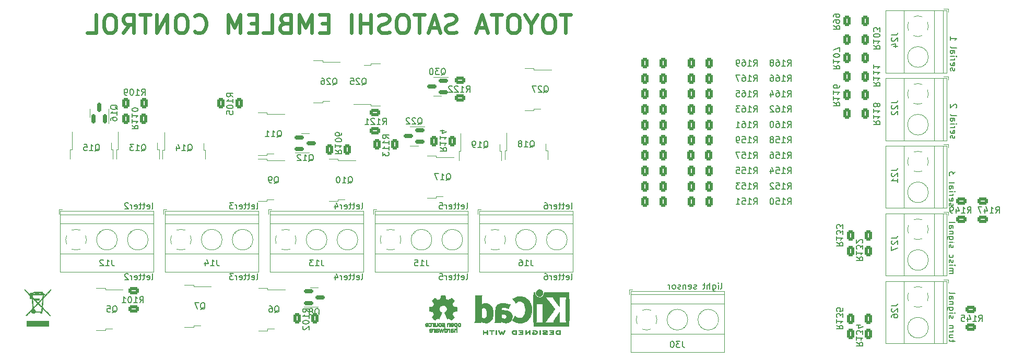
<source format=gbr>
%TF.GenerationSoftware,KiCad,Pcbnew,(6.0.0)*%
%TF.CreationDate,2022-05-14T16:49:07-07:00*%
%TF.ProjectId,Contrl Board GERBER,436f6e74-726c-4204-926f-617264204745,rev?*%
%TF.SameCoordinates,Original*%
%TF.FileFunction,Legend,Bot*%
%TF.FilePolarity,Positive*%
%FSLAX46Y46*%
G04 Gerber Fmt 4.6, Leading zero omitted, Abs format (unit mm)*
G04 Created by KiCad (PCBNEW (6.0.0)) date 2022-05-14 16:49:07*
%MOMM*%
%LPD*%
G01*
G04 APERTURE LIST*
G04 Aperture macros list*
%AMRoundRect*
0 Rectangle with rounded corners*
0 $1 Rounding radius*
0 $2 $3 $4 $5 $6 $7 $8 $9 X,Y pos of 4 corners*
0 Add a 4 corners polygon primitive as box body*
4,1,4,$2,$3,$4,$5,$6,$7,$8,$9,$2,$3,0*
0 Add four circle primitives for the rounded corners*
1,1,$1+$1,$2,$3*
1,1,$1+$1,$4,$5*
1,1,$1+$1,$6,$7*
1,1,$1+$1,$8,$9*
0 Add four rect primitives between the rounded corners*
20,1,$1+$1,$2,$3,$4,$5,0*
20,1,$1+$1,$4,$5,$6,$7,0*
20,1,$1+$1,$6,$7,$8,$9,0*
20,1,$1+$1,$8,$9,$2,$3,0*%
G04 Aperture macros list end*
%ADD10C,0.150000*%
%ADD11C,0.600000*%
%ADD12C,0.120000*%
%ADD13C,0.010000*%
%ADD14C,2.000000*%
%ADD15C,1.200000*%
%ADD16O,3.500000X3.500000*%
%ADD17R,1.905000X2.000000*%
%ADD18O,1.905000X2.000000*%
%ADD19R,2.600000X2.600000*%
%ADD20C,2.600000*%
%ADD21R,1.600000X1.600000*%
%ADD22O,1.600000X1.600000*%
%ADD23R,1.700000X1.700000*%
%ADD24O,1.700000X1.700000*%
%ADD25R,2.200000X2.200000*%
%ADD26O,2.200000X2.200000*%
%ADD27C,1.600000*%
%ADD28C,2.200000*%
%ADD29C,2.500000*%
%ADD30R,3.200000X3.200000*%
%ADD31O,3.200000X3.200000*%
%ADD32R,1.050000X1.500000*%
%ADD33O,1.050000X1.500000*%
%ADD34R,3.000000X3.000000*%
%ADD35O,3.000000X3.000000*%
%ADD36C,1.676400*%
%ADD37R,2.000000X2.500000*%
%ADD38RoundRect,0.250000X0.625000X-0.312500X0.625000X0.312500X-0.625000X0.312500X-0.625000X-0.312500X0*%
%ADD39RoundRect,0.250000X-0.312500X-0.625000X0.312500X-0.625000X0.312500X0.625000X-0.312500X0.625000X0*%
%ADD40R,2.200000X1.200000*%
%ADD41R,6.400000X5.800000*%
%ADD42RoundRect,0.250000X0.312500X0.625000X-0.312500X0.625000X-0.312500X-0.625000X0.312500X-0.625000X0*%
%ADD43RoundRect,0.150000X0.587500X0.150000X-0.587500X0.150000X-0.587500X-0.150000X0.587500X-0.150000X0*%
%ADD44RoundRect,0.150000X-0.587500X-0.150000X0.587500X-0.150000X0.587500X0.150000X-0.587500X0.150000X0*%
%ADD45RoundRect,0.150000X0.150000X-0.587500X0.150000X0.587500X-0.150000X0.587500X-0.150000X-0.587500X0*%
%ADD46R,1.200000X2.200000*%
%ADD47R,5.800000X6.400000*%
%ADD48RoundRect,0.250000X-0.625000X0.312500X-0.625000X-0.312500X0.625000X-0.312500X0.625000X0.312500X0*%
G04 APERTURE END LIST*
D10*
X58471547Y-64752380D02*
X58566785Y-64704761D01*
X58614404Y-64609523D01*
X58614404Y-63752380D01*
X57709642Y-64704761D02*
X57804880Y-64752380D01*
X57995357Y-64752380D01*
X58090595Y-64704761D01*
X58138214Y-64609523D01*
X58138214Y-64228571D01*
X58090595Y-64133333D01*
X57995357Y-64085714D01*
X57804880Y-64085714D01*
X57709642Y-64133333D01*
X57662023Y-64228571D01*
X57662023Y-64323809D01*
X58138214Y-64419047D01*
X57376309Y-64085714D02*
X56995357Y-64085714D01*
X57233452Y-63752380D02*
X57233452Y-64609523D01*
X57185833Y-64704761D01*
X57090595Y-64752380D01*
X56995357Y-64752380D01*
X56804880Y-64085714D02*
X56423928Y-64085714D01*
X56662023Y-63752380D02*
X56662023Y-64609523D01*
X56614404Y-64704761D01*
X56519166Y-64752380D01*
X56423928Y-64752380D01*
X55709642Y-64704761D02*
X55804880Y-64752380D01*
X55995357Y-64752380D01*
X56090595Y-64704761D01*
X56138214Y-64609523D01*
X56138214Y-64228571D01*
X56090595Y-64133333D01*
X55995357Y-64085714D01*
X55804880Y-64085714D01*
X55709642Y-64133333D01*
X55662023Y-64228571D01*
X55662023Y-64323809D01*
X56138214Y-64419047D01*
X55233452Y-64752380D02*
X55233452Y-64085714D01*
X55233452Y-64276190D02*
X55185833Y-64180952D01*
X55138214Y-64133333D01*
X55042976Y-64085714D01*
X54947738Y-64085714D01*
X54709642Y-63752380D02*
X54090595Y-63752380D01*
X54423928Y-64133333D01*
X54281071Y-64133333D01*
X54185833Y-64180952D01*
X54138214Y-64228571D01*
X54090595Y-64323809D01*
X54090595Y-64561904D01*
X54138214Y-64657142D01*
X54185833Y-64704761D01*
X54281071Y-64752380D01*
X54566785Y-64752380D01*
X54662023Y-64704761D01*
X54709642Y-64657142D01*
X171045238Y-41762023D02*
X170997619Y-41666785D01*
X170997619Y-41476309D01*
X171045238Y-41381071D01*
X171140476Y-41333452D01*
X171188095Y-41333452D01*
X171283333Y-41381071D01*
X171330952Y-41476309D01*
X171330952Y-41619166D01*
X171378571Y-41714404D01*
X171473809Y-41762023D01*
X171521428Y-41762023D01*
X171616666Y-41714404D01*
X171664285Y-41619166D01*
X171664285Y-41476309D01*
X171616666Y-41381071D01*
X171045238Y-40523928D02*
X170997619Y-40619166D01*
X170997619Y-40809642D01*
X171045238Y-40904880D01*
X171140476Y-40952500D01*
X171521428Y-40952500D01*
X171616666Y-40904880D01*
X171664285Y-40809642D01*
X171664285Y-40619166D01*
X171616666Y-40523928D01*
X171521428Y-40476309D01*
X171426190Y-40476309D01*
X171330952Y-40952500D01*
X170997619Y-40047738D02*
X171664285Y-40047738D01*
X171473809Y-40047738D02*
X171569047Y-40000119D01*
X171616666Y-39952500D01*
X171664285Y-39857261D01*
X171664285Y-39762023D01*
X170997619Y-39428690D02*
X171664285Y-39428690D01*
X171997619Y-39428690D02*
X171950000Y-39476309D01*
X171902380Y-39428690D01*
X171950000Y-39381071D01*
X171997619Y-39428690D01*
X171902380Y-39428690D01*
X170997619Y-38523928D02*
X171521428Y-38523928D01*
X171616666Y-38571547D01*
X171664285Y-38666785D01*
X171664285Y-38857261D01*
X171616666Y-38952500D01*
X171045238Y-38523928D02*
X170997619Y-38619166D01*
X170997619Y-38857261D01*
X171045238Y-38952500D01*
X171140476Y-39000119D01*
X171235714Y-39000119D01*
X171330952Y-38952500D01*
X171378571Y-38857261D01*
X171378571Y-38619166D01*
X171426190Y-38523928D01*
X170997619Y-37904880D02*
X171045238Y-38000119D01*
X171140476Y-38047738D01*
X171997619Y-38047738D01*
X171902380Y-36809642D02*
X171950000Y-36762023D01*
X171997619Y-36666785D01*
X171997619Y-36428690D01*
X171950000Y-36333452D01*
X171902380Y-36285833D01*
X171807142Y-36238214D01*
X171711904Y-36238214D01*
X171569047Y-36285833D01*
X170997619Y-36857261D01*
X170997619Y-36238214D01*
X170795238Y-52762023D02*
X170747619Y-52666785D01*
X170747619Y-52476309D01*
X170795238Y-52381071D01*
X170890476Y-52333452D01*
X170938095Y-52333452D01*
X171033333Y-52381071D01*
X171080952Y-52476309D01*
X171080952Y-52619166D01*
X171128571Y-52714404D01*
X171223809Y-52762023D01*
X171271428Y-52762023D01*
X171366666Y-52714404D01*
X171414285Y-52619166D01*
X171414285Y-52476309D01*
X171366666Y-52381071D01*
X170795238Y-51523928D02*
X170747619Y-51619166D01*
X170747619Y-51809642D01*
X170795238Y-51904880D01*
X170890476Y-51952500D01*
X171271428Y-51952500D01*
X171366666Y-51904880D01*
X171414285Y-51809642D01*
X171414285Y-51619166D01*
X171366666Y-51523928D01*
X171271428Y-51476309D01*
X171176190Y-51476309D01*
X171080952Y-51952500D01*
X170747619Y-51047738D02*
X171414285Y-51047738D01*
X171223809Y-51047738D02*
X171319047Y-51000119D01*
X171366666Y-50952500D01*
X171414285Y-50857261D01*
X171414285Y-50762023D01*
X170747619Y-50428690D02*
X171414285Y-50428690D01*
X171747619Y-50428690D02*
X171700000Y-50476309D01*
X171652380Y-50428690D01*
X171700000Y-50381071D01*
X171747619Y-50428690D01*
X171652380Y-50428690D01*
X170747619Y-49523928D02*
X171271428Y-49523928D01*
X171366666Y-49571547D01*
X171414285Y-49666785D01*
X171414285Y-49857261D01*
X171366666Y-49952500D01*
X170795238Y-49523928D02*
X170747619Y-49619166D01*
X170747619Y-49857261D01*
X170795238Y-49952500D01*
X170890476Y-50000119D01*
X170985714Y-50000119D01*
X171080952Y-49952500D01*
X171128571Y-49857261D01*
X171128571Y-49619166D01*
X171176190Y-49523928D01*
X170747619Y-48904880D02*
X170795238Y-49000119D01*
X170890476Y-49047738D01*
X171747619Y-49047738D01*
X171747619Y-47857261D02*
X171747619Y-47238214D01*
X171366666Y-47571547D01*
X171366666Y-47428690D01*
X171319047Y-47333452D01*
X171271428Y-47285833D01*
X171176190Y-47238214D01*
X170938095Y-47238214D01*
X170842857Y-47285833D01*
X170795238Y-47333452D01*
X170747619Y-47428690D01*
X170747619Y-47714404D01*
X170795238Y-47809642D01*
X170842857Y-47857261D01*
X170747619Y-63714404D02*
X171414285Y-63714404D01*
X171319047Y-63714404D02*
X171366666Y-63666785D01*
X171414285Y-63571547D01*
X171414285Y-63428690D01*
X171366666Y-63333452D01*
X171271428Y-63285833D01*
X170747619Y-63285833D01*
X171271428Y-63285833D02*
X171366666Y-63238214D01*
X171414285Y-63142976D01*
X171414285Y-63000119D01*
X171366666Y-62904880D01*
X171271428Y-62857261D01*
X170747619Y-62857261D01*
X170747619Y-62381071D02*
X171414285Y-62381071D01*
X171747619Y-62381071D02*
X171700000Y-62428690D01*
X171652380Y-62381071D01*
X171700000Y-62333452D01*
X171747619Y-62381071D01*
X171652380Y-62381071D01*
X170795238Y-61952500D02*
X170747619Y-61857261D01*
X170747619Y-61666785D01*
X170795238Y-61571547D01*
X170890476Y-61523928D01*
X170938095Y-61523928D01*
X171033333Y-61571547D01*
X171080952Y-61666785D01*
X171080952Y-61809642D01*
X171128571Y-61904880D01*
X171223809Y-61952500D01*
X171271428Y-61952500D01*
X171366666Y-61904880D01*
X171414285Y-61809642D01*
X171414285Y-61666785D01*
X171366666Y-61571547D01*
X170795238Y-60666785D02*
X170747619Y-60762023D01*
X170747619Y-60952500D01*
X170795238Y-61047738D01*
X170842857Y-61095357D01*
X170938095Y-61142976D01*
X171223809Y-61142976D01*
X171319047Y-61095357D01*
X171366666Y-61047738D01*
X171414285Y-60952500D01*
X171414285Y-60762023D01*
X171366666Y-60666785D01*
X170795238Y-59523928D02*
X170747619Y-59428690D01*
X170747619Y-59238214D01*
X170795238Y-59142976D01*
X170890476Y-59095357D01*
X170938095Y-59095357D01*
X171033333Y-59142976D01*
X171080952Y-59238214D01*
X171080952Y-59381071D01*
X171128571Y-59476309D01*
X171223809Y-59523928D01*
X171271428Y-59523928D01*
X171366666Y-59476309D01*
X171414285Y-59381071D01*
X171414285Y-59238214D01*
X171366666Y-59142976D01*
X170747619Y-58666785D02*
X171414285Y-58666785D01*
X171747619Y-58666785D02*
X171700000Y-58714404D01*
X171652380Y-58666785D01*
X171700000Y-58619166D01*
X171747619Y-58666785D01*
X171652380Y-58666785D01*
X171414285Y-57762023D02*
X170604761Y-57762023D01*
X170509523Y-57809642D01*
X170461904Y-57857261D01*
X170414285Y-57952500D01*
X170414285Y-58095357D01*
X170461904Y-58190595D01*
X170795238Y-57762023D02*
X170747619Y-57857261D01*
X170747619Y-58047738D01*
X170795238Y-58142976D01*
X170842857Y-58190595D01*
X170938095Y-58238214D01*
X171223809Y-58238214D01*
X171319047Y-58190595D01*
X171366666Y-58142976D01*
X171414285Y-58047738D01*
X171414285Y-57857261D01*
X171366666Y-57762023D01*
X171414285Y-57285833D02*
X170747619Y-57285833D01*
X171319047Y-57285833D02*
X171366666Y-57238214D01*
X171414285Y-57142976D01*
X171414285Y-57000119D01*
X171366666Y-56904880D01*
X171271428Y-56857261D01*
X170747619Y-56857261D01*
X170747619Y-55952500D02*
X171271428Y-55952500D01*
X171366666Y-56000119D01*
X171414285Y-56095357D01*
X171414285Y-56285833D01*
X171366666Y-56381071D01*
X170795238Y-55952500D02*
X170747619Y-56047738D01*
X170747619Y-56285833D01*
X170795238Y-56381071D01*
X170890476Y-56428690D01*
X170985714Y-56428690D01*
X171080952Y-56381071D01*
X171128571Y-56285833D01*
X171128571Y-56047738D01*
X171176190Y-55952500D01*
X170747619Y-55333452D02*
X170795238Y-55428690D01*
X170890476Y-55476309D01*
X171747619Y-55476309D01*
X171045238Y-30762023D02*
X170997619Y-30666785D01*
X170997619Y-30476309D01*
X171045238Y-30381071D01*
X171140476Y-30333452D01*
X171188095Y-30333452D01*
X171283333Y-30381071D01*
X171330952Y-30476309D01*
X171330952Y-30619166D01*
X171378571Y-30714404D01*
X171473809Y-30762023D01*
X171521428Y-30762023D01*
X171616666Y-30714404D01*
X171664285Y-30619166D01*
X171664285Y-30476309D01*
X171616666Y-30381071D01*
X171045238Y-29523928D02*
X170997619Y-29619166D01*
X170997619Y-29809642D01*
X171045238Y-29904880D01*
X171140476Y-29952500D01*
X171521428Y-29952500D01*
X171616666Y-29904880D01*
X171664285Y-29809642D01*
X171664285Y-29619166D01*
X171616666Y-29523928D01*
X171521428Y-29476309D01*
X171426190Y-29476309D01*
X171330952Y-29952500D01*
X170997619Y-29047738D02*
X171664285Y-29047738D01*
X171473809Y-29047738D02*
X171569047Y-29000119D01*
X171616666Y-28952500D01*
X171664285Y-28857261D01*
X171664285Y-28762023D01*
X170997619Y-28428690D02*
X171664285Y-28428690D01*
X171997619Y-28428690D02*
X171950000Y-28476309D01*
X171902380Y-28428690D01*
X171950000Y-28381071D01*
X171997619Y-28428690D01*
X171902380Y-28428690D01*
X170997619Y-27523928D02*
X171521428Y-27523928D01*
X171616666Y-27571547D01*
X171664285Y-27666785D01*
X171664285Y-27857261D01*
X171616666Y-27952500D01*
X171045238Y-27523928D02*
X170997619Y-27619166D01*
X170997619Y-27857261D01*
X171045238Y-27952500D01*
X171140476Y-28000119D01*
X171235714Y-28000119D01*
X171330952Y-27952500D01*
X171378571Y-27857261D01*
X171378571Y-27619166D01*
X171426190Y-27523928D01*
X170997619Y-26904880D02*
X171045238Y-27000119D01*
X171140476Y-27047738D01*
X171997619Y-27047738D01*
X170997619Y-25238214D02*
X170997619Y-25809642D01*
X170997619Y-25523928D02*
X171997619Y-25523928D01*
X171854761Y-25619166D01*
X171759523Y-25714404D01*
X171711904Y-25809642D01*
X75471547Y-53252380D02*
X75566785Y-53204761D01*
X75614404Y-53109523D01*
X75614404Y-52252380D01*
X74709642Y-53204761D02*
X74804880Y-53252380D01*
X74995357Y-53252380D01*
X75090595Y-53204761D01*
X75138214Y-53109523D01*
X75138214Y-52728571D01*
X75090595Y-52633333D01*
X74995357Y-52585714D01*
X74804880Y-52585714D01*
X74709642Y-52633333D01*
X74662023Y-52728571D01*
X74662023Y-52823809D01*
X75138214Y-52919047D01*
X74376309Y-52585714D02*
X73995357Y-52585714D01*
X74233452Y-52252380D02*
X74233452Y-53109523D01*
X74185833Y-53204761D01*
X74090595Y-53252380D01*
X73995357Y-53252380D01*
X73804880Y-52585714D02*
X73423928Y-52585714D01*
X73662023Y-52252380D02*
X73662023Y-53109523D01*
X73614404Y-53204761D01*
X73519166Y-53252380D01*
X73423928Y-53252380D01*
X72709642Y-53204761D02*
X72804880Y-53252380D01*
X72995357Y-53252380D01*
X73090595Y-53204761D01*
X73138214Y-53109523D01*
X73138214Y-52728571D01*
X73090595Y-52633333D01*
X72995357Y-52585714D01*
X72804880Y-52585714D01*
X72709642Y-52633333D01*
X72662023Y-52728571D01*
X72662023Y-52823809D01*
X73138214Y-52919047D01*
X72233452Y-53252380D02*
X72233452Y-52585714D01*
X72233452Y-52776190D02*
X72185833Y-52680952D01*
X72138214Y-52633333D01*
X72042976Y-52585714D01*
X71947738Y-52585714D01*
X71185833Y-52585714D02*
X71185833Y-53252380D01*
X71423928Y-52204761D02*
X71662023Y-52919047D01*
X71042976Y-52919047D01*
X41471547Y-53252380D02*
X41566785Y-53204761D01*
X41614404Y-53109523D01*
X41614404Y-52252380D01*
X40709642Y-53204761D02*
X40804880Y-53252380D01*
X40995357Y-53252380D01*
X41090595Y-53204761D01*
X41138214Y-53109523D01*
X41138214Y-52728571D01*
X41090595Y-52633333D01*
X40995357Y-52585714D01*
X40804880Y-52585714D01*
X40709642Y-52633333D01*
X40662023Y-52728571D01*
X40662023Y-52823809D01*
X41138214Y-52919047D01*
X40376309Y-52585714D02*
X39995357Y-52585714D01*
X40233452Y-52252380D02*
X40233452Y-53109523D01*
X40185833Y-53204761D01*
X40090595Y-53252380D01*
X39995357Y-53252380D01*
X39804880Y-52585714D02*
X39423928Y-52585714D01*
X39662023Y-52252380D02*
X39662023Y-53109523D01*
X39614404Y-53204761D01*
X39519166Y-53252380D01*
X39423928Y-53252380D01*
X38709642Y-53204761D02*
X38804880Y-53252380D01*
X38995357Y-53252380D01*
X39090595Y-53204761D01*
X39138214Y-53109523D01*
X39138214Y-52728571D01*
X39090595Y-52633333D01*
X38995357Y-52585714D01*
X38804880Y-52585714D01*
X38709642Y-52633333D01*
X38662023Y-52728571D01*
X38662023Y-52823809D01*
X39138214Y-52919047D01*
X38233452Y-53252380D02*
X38233452Y-52585714D01*
X38233452Y-52776190D02*
X38185833Y-52680952D01*
X38138214Y-52633333D01*
X38042976Y-52585714D01*
X37947738Y-52585714D01*
X37662023Y-52347619D02*
X37614404Y-52300000D01*
X37519166Y-52252380D01*
X37281071Y-52252380D01*
X37185833Y-52300000D01*
X37138214Y-52347619D01*
X37090595Y-52442857D01*
X37090595Y-52538095D01*
X37138214Y-52680952D01*
X37709642Y-53252380D01*
X37090595Y-53252380D01*
X92471547Y-64752380D02*
X92566785Y-64704761D01*
X92614404Y-64609523D01*
X92614404Y-63752380D01*
X91709642Y-64704761D02*
X91804880Y-64752380D01*
X91995357Y-64752380D01*
X92090595Y-64704761D01*
X92138214Y-64609523D01*
X92138214Y-64228571D01*
X92090595Y-64133333D01*
X91995357Y-64085714D01*
X91804880Y-64085714D01*
X91709642Y-64133333D01*
X91662023Y-64228571D01*
X91662023Y-64323809D01*
X92138214Y-64419047D01*
X91376309Y-64085714D02*
X90995357Y-64085714D01*
X91233452Y-63752380D02*
X91233452Y-64609523D01*
X91185833Y-64704761D01*
X91090595Y-64752380D01*
X90995357Y-64752380D01*
X90804880Y-64085714D02*
X90423928Y-64085714D01*
X90662023Y-63752380D02*
X90662023Y-64609523D01*
X90614404Y-64704761D01*
X90519166Y-64752380D01*
X90423928Y-64752380D01*
X89709642Y-64704761D02*
X89804880Y-64752380D01*
X89995357Y-64752380D01*
X90090595Y-64704761D01*
X90138214Y-64609523D01*
X90138214Y-64228571D01*
X90090595Y-64133333D01*
X89995357Y-64085714D01*
X89804880Y-64085714D01*
X89709642Y-64133333D01*
X89662023Y-64228571D01*
X89662023Y-64323809D01*
X90138214Y-64419047D01*
X89233452Y-64752380D02*
X89233452Y-64085714D01*
X89233452Y-64276190D02*
X89185833Y-64180952D01*
X89138214Y-64133333D01*
X89042976Y-64085714D01*
X88947738Y-64085714D01*
X88138214Y-63752380D02*
X88614404Y-63752380D01*
X88662023Y-64228571D01*
X88614404Y-64180952D01*
X88519166Y-64133333D01*
X88281071Y-64133333D01*
X88185833Y-64180952D01*
X88138214Y-64228571D01*
X88090595Y-64323809D01*
X88090595Y-64561904D01*
X88138214Y-64657142D01*
X88185833Y-64704761D01*
X88281071Y-64752380D01*
X88519166Y-64752380D01*
X88614404Y-64704761D01*
X88662023Y-64657142D01*
X92471547Y-53252380D02*
X92566785Y-53204761D01*
X92614404Y-53109523D01*
X92614404Y-52252380D01*
X91709642Y-53204761D02*
X91804880Y-53252380D01*
X91995357Y-53252380D01*
X92090595Y-53204761D01*
X92138214Y-53109523D01*
X92138214Y-52728571D01*
X92090595Y-52633333D01*
X91995357Y-52585714D01*
X91804880Y-52585714D01*
X91709642Y-52633333D01*
X91662023Y-52728571D01*
X91662023Y-52823809D01*
X92138214Y-52919047D01*
X91376309Y-52585714D02*
X90995357Y-52585714D01*
X91233452Y-52252380D02*
X91233452Y-53109523D01*
X91185833Y-53204761D01*
X91090595Y-53252380D01*
X90995357Y-53252380D01*
X90804880Y-52585714D02*
X90423928Y-52585714D01*
X90662023Y-52252380D02*
X90662023Y-53109523D01*
X90614404Y-53204761D01*
X90519166Y-53252380D01*
X90423928Y-53252380D01*
X89709642Y-53204761D02*
X89804880Y-53252380D01*
X89995357Y-53252380D01*
X90090595Y-53204761D01*
X90138214Y-53109523D01*
X90138214Y-52728571D01*
X90090595Y-52633333D01*
X89995357Y-52585714D01*
X89804880Y-52585714D01*
X89709642Y-52633333D01*
X89662023Y-52728571D01*
X89662023Y-52823809D01*
X90138214Y-52919047D01*
X89233452Y-53252380D02*
X89233452Y-52585714D01*
X89233452Y-52776190D02*
X89185833Y-52680952D01*
X89138214Y-52633333D01*
X89042976Y-52585714D01*
X88947738Y-52585714D01*
X88138214Y-52252380D02*
X88614404Y-52252380D01*
X88662023Y-52728571D01*
X88614404Y-52680952D01*
X88519166Y-52633333D01*
X88281071Y-52633333D01*
X88185833Y-52680952D01*
X88138214Y-52728571D01*
X88090595Y-52823809D01*
X88090595Y-53061904D01*
X88138214Y-53157142D01*
X88185833Y-53204761D01*
X88281071Y-53252380D01*
X88519166Y-53252380D01*
X88614404Y-53204761D01*
X88662023Y-53157142D01*
X109471547Y-53252380D02*
X109566785Y-53204761D01*
X109614404Y-53109523D01*
X109614404Y-52252380D01*
X108709642Y-53204761D02*
X108804880Y-53252380D01*
X108995357Y-53252380D01*
X109090595Y-53204761D01*
X109138214Y-53109523D01*
X109138214Y-52728571D01*
X109090595Y-52633333D01*
X108995357Y-52585714D01*
X108804880Y-52585714D01*
X108709642Y-52633333D01*
X108662023Y-52728571D01*
X108662023Y-52823809D01*
X109138214Y-52919047D01*
X108376309Y-52585714D02*
X107995357Y-52585714D01*
X108233452Y-52252380D02*
X108233452Y-53109523D01*
X108185833Y-53204761D01*
X108090595Y-53252380D01*
X107995357Y-53252380D01*
X107804880Y-52585714D02*
X107423928Y-52585714D01*
X107662023Y-52252380D02*
X107662023Y-53109523D01*
X107614404Y-53204761D01*
X107519166Y-53252380D01*
X107423928Y-53252380D01*
X106709642Y-53204761D02*
X106804880Y-53252380D01*
X106995357Y-53252380D01*
X107090595Y-53204761D01*
X107138214Y-53109523D01*
X107138214Y-52728571D01*
X107090595Y-52633333D01*
X106995357Y-52585714D01*
X106804880Y-52585714D01*
X106709642Y-52633333D01*
X106662023Y-52728571D01*
X106662023Y-52823809D01*
X107138214Y-52919047D01*
X106233452Y-53252380D02*
X106233452Y-52585714D01*
X106233452Y-52776190D02*
X106185833Y-52680952D01*
X106138214Y-52633333D01*
X106042976Y-52585714D01*
X105947738Y-52585714D01*
X105185833Y-52252380D02*
X105376309Y-52252380D01*
X105471547Y-52300000D01*
X105519166Y-52347619D01*
X105614404Y-52490476D01*
X105662023Y-52680952D01*
X105662023Y-53061904D01*
X105614404Y-53157142D01*
X105566785Y-53204761D01*
X105471547Y-53252380D01*
X105281071Y-53252380D01*
X105185833Y-53204761D01*
X105138214Y-53157142D01*
X105090595Y-53061904D01*
X105090595Y-52823809D01*
X105138214Y-52728571D01*
X105185833Y-52680952D01*
X105281071Y-52633333D01*
X105471547Y-52633333D01*
X105566785Y-52680952D01*
X105614404Y-52728571D01*
X105662023Y-52823809D01*
X109471547Y-64752380D02*
X109566785Y-64704761D01*
X109614404Y-64609523D01*
X109614404Y-63752380D01*
X108709642Y-64704761D02*
X108804880Y-64752380D01*
X108995357Y-64752380D01*
X109090595Y-64704761D01*
X109138214Y-64609523D01*
X109138214Y-64228571D01*
X109090595Y-64133333D01*
X108995357Y-64085714D01*
X108804880Y-64085714D01*
X108709642Y-64133333D01*
X108662023Y-64228571D01*
X108662023Y-64323809D01*
X109138214Y-64419047D01*
X108376309Y-64085714D02*
X107995357Y-64085714D01*
X108233452Y-63752380D02*
X108233452Y-64609523D01*
X108185833Y-64704761D01*
X108090595Y-64752380D01*
X107995357Y-64752380D01*
X107804880Y-64085714D02*
X107423928Y-64085714D01*
X107662023Y-63752380D02*
X107662023Y-64609523D01*
X107614404Y-64704761D01*
X107519166Y-64752380D01*
X107423928Y-64752380D01*
X106709642Y-64704761D02*
X106804880Y-64752380D01*
X106995357Y-64752380D01*
X107090595Y-64704761D01*
X107138214Y-64609523D01*
X107138214Y-64228571D01*
X107090595Y-64133333D01*
X106995357Y-64085714D01*
X106804880Y-64085714D01*
X106709642Y-64133333D01*
X106662023Y-64228571D01*
X106662023Y-64323809D01*
X107138214Y-64419047D01*
X106233452Y-64752380D02*
X106233452Y-64085714D01*
X106233452Y-64276190D02*
X106185833Y-64180952D01*
X106138214Y-64133333D01*
X106042976Y-64085714D01*
X105947738Y-64085714D01*
X105185833Y-63752380D02*
X105376309Y-63752380D01*
X105471547Y-63800000D01*
X105519166Y-63847619D01*
X105614404Y-63990476D01*
X105662023Y-64180952D01*
X105662023Y-64561904D01*
X105614404Y-64657142D01*
X105566785Y-64704761D01*
X105471547Y-64752380D01*
X105281071Y-64752380D01*
X105185833Y-64704761D01*
X105138214Y-64657142D01*
X105090595Y-64561904D01*
X105090595Y-64323809D01*
X105138214Y-64228571D01*
X105185833Y-64180952D01*
X105281071Y-64133333D01*
X105471547Y-64133333D01*
X105566785Y-64180952D01*
X105614404Y-64228571D01*
X105662023Y-64323809D01*
X171414285Y-74857261D02*
X171414285Y-74476309D01*
X171747619Y-74714404D02*
X170890476Y-74714404D01*
X170795238Y-74666785D01*
X170747619Y-74571547D01*
X170747619Y-74476309D01*
X171414285Y-73714404D02*
X170747619Y-73714404D01*
X171414285Y-74142976D02*
X170890476Y-74142976D01*
X170795238Y-74095357D01*
X170747619Y-74000119D01*
X170747619Y-73857261D01*
X170795238Y-73762023D01*
X170842857Y-73714404D01*
X170747619Y-73238214D02*
X171414285Y-73238214D01*
X171223809Y-73238214D02*
X171319047Y-73190595D01*
X171366666Y-73142976D01*
X171414285Y-73047738D01*
X171414285Y-72952500D01*
X171414285Y-72619166D02*
X170747619Y-72619166D01*
X171319047Y-72619166D02*
X171366666Y-72571547D01*
X171414285Y-72476309D01*
X171414285Y-72333452D01*
X171366666Y-72238214D01*
X171271428Y-72190595D01*
X170747619Y-72190595D01*
X170795238Y-71000119D02*
X170747619Y-70904880D01*
X170747619Y-70714404D01*
X170795238Y-70619166D01*
X170890476Y-70571547D01*
X170938095Y-70571547D01*
X171033333Y-70619166D01*
X171080952Y-70714404D01*
X171080952Y-70857261D01*
X171128571Y-70952500D01*
X171223809Y-71000119D01*
X171271428Y-71000119D01*
X171366666Y-70952500D01*
X171414285Y-70857261D01*
X171414285Y-70714404D01*
X171366666Y-70619166D01*
X170747619Y-70142976D02*
X171414285Y-70142976D01*
X171747619Y-70142976D02*
X171700000Y-70190595D01*
X171652380Y-70142976D01*
X171700000Y-70095357D01*
X171747619Y-70142976D01*
X171652380Y-70142976D01*
X171414285Y-69238214D02*
X170604761Y-69238214D01*
X170509523Y-69285833D01*
X170461904Y-69333452D01*
X170414285Y-69428690D01*
X170414285Y-69571547D01*
X170461904Y-69666785D01*
X170795238Y-69238214D02*
X170747619Y-69333452D01*
X170747619Y-69523928D01*
X170795238Y-69619166D01*
X170842857Y-69666785D01*
X170938095Y-69714404D01*
X171223809Y-69714404D01*
X171319047Y-69666785D01*
X171366666Y-69619166D01*
X171414285Y-69523928D01*
X171414285Y-69333452D01*
X171366666Y-69238214D01*
X171414285Y-68762023D02*
X170747619Y-68762023D01*
X171319047Y-68762023D02*
X171366666Y-68714404D01*
X171414285Y-68619166D01*
X171414285Y-68476309D01*
X171366666Y-68381071D01*
X171271428Y-68333452D01*
X170747619Y-68333452D01*
X170747619Y-67428690D02*
X171271428Y-67428690D01*
X171366666Y-67476309D01*
X171414285Y-67571547D01*
X171414285Y-67762023D01*
X171366666Y-67857261D01*
X170795238Y-67428690D02*
X170747619Y-67523928D01*
X170747619Y-67762023D01*
X170795238Y-67857261D01*
X170890476Y-67904880D01*
X170985714Y-67904880D01*
X171080952Y-67857261D01*
X171128571Y-67762023D01*
X171128571Y-67523928D01*
X171176190Y-67428690D01*
X170747619Y-66809642D02*
X170795238Y-66904880D01*
X170890476Y-66952500D01*
X171747619Y-66952500D01*
X41471547Y-64752380D02*
X41566785Y-64704761D01*
X41614404Y-64609523D01*
X41614404Y-63752380D01*
X40709642Y-64704761D02*
X40804880Y-64752380D01*
X40995357Y-64752380D01*
X41090595Y-64704761D01*
X41138214Y-64609523D01*
X41138214Y-64228571D01*
X41090595Y-64133333D01*
X40995357Y-64085714D01*
X40804880Y-64085714D01*
X40709642Y-64133333D01*
X40662023Y-64228571D01*
X40662023Y-64323809D01*
X41138214Y-64419047D01*
X40376309Y-64085714D02*
X39995357Y-64085714D01*
X40233452Y-63752380D02*
X40233452Y-64609523D01*
X40185833Y-64704761D01*
X40090595Y-64752380D01*
X39995357Y-64752380D01*
X39804880Y-64085714D02*
X39423928Y-64085714D01*
X39662023Y-63752380D02*
X39662023Y-64609523D01*
X39614404Y-64704761D01*
X39519166Y-64752380D01*
X39423928Y-64752380D01*
X38709642Y-64704761D02*
X38804880Y-64752380D01*
X38995357Y-64752380D01*
X39090595Y-64704761D01*
X39138214Y-64609523D01*
X39138214Y-64228571D01*
X39090595Y-64133333D01*
X38995357Y-64085714D01*
X38804880Y-64085714D01*
X38709642Y-64133333D01*
X38662023Y-64228571D01*
X38662023Y-64323809D01*
X39138214Y-64419047D01*
X38233452Y-64752380D02*
X38233452Y-64085714D01*
X38233452Y-64276190D02*
X38185833Y-64180952D01*
X38138214Y-64133333D01*
X38042976Y-64085714D01*
X37947738Y-64085714D01*
X37662023Y-63847619D02*
X37614404Y-63800000D01*
X37519166Y-63752380D01*
X37281071Y-63752380D01*
X37185833Y-63800000D01*
X37138214Y-63847619D01*
X37090595Y-63942857D01*
X37090595Y-64038095D01*
X37138214Y-64180952D01*
X37709642Y-64752380D01*
X37090595Y-64752380D01*
X58471547Y-53252380D02*
X58566785Y-53204761D01*
X58614404Y-53109523D01*
X58614404Y-52252380D01*
X57709642Y-53204761D02*
X57804880Y-53252380D01*
X57995357Y-53252380D01*
X58090595Y-53204761D01*
X58138214Y-53109523D01*
X58138214Y-52728571D01*
X58090595Y-52633333D01*
X57995357Y-52585714D01*
X57804880Y-52585714D01*
X57709642Y-52633333D01*
X57662023Y-52728571D01*
X57662023Y-52823809D01*
X58138214Y-52919047D01*
X57376309Y-52585714D02*
X56995357Y-52585714D01*
X57233452Y-52252380D02*
X57233452Y-53109523D01*
X57185833Y-53204761D01*
X57090595Y-53252380D01*
X56995357Y-53252380D01*
X56804880Y-52585714D02*
X56423928Y-52585714D01*
X56662023Y-52252380D02*
X56662023Y-53109523D01*
X56614404Y-53204761D01*
X56519166Y-53252380D01*
X56423928Y-53252380D01*
X55709642Y-53204761D02*
X55804880Y-53252380D01*
X55995357Y-53252380D01*
X56090595Y-53204761D01*
X56138214Y-53109523D01*
X56138214Y-52728571D01*
X56090595Y-52633333D01*
X55995357Y-52585714D01*
X55804880Y-52585714D01*
X55709642Y-52633333D01*
X55662023Y-52728571D01*
X55662023Y-52823809D01*
X56138214Y-52919047D01*
X55233452Y-53252380D02*
X55233452Y-52585714D01*
X55233452Y-52776190D02*
X55185833Y-52680952D01*
X55138214Y-52633333D01*
X55042976Y-52585714D01*
X54947738Y-52585714D01*
X54709642Y-52252380D02*
X54090595Y-52252380D01*
X54423928Y-52633333D01*
X54281071Y-52633333D01*
X54185833Y-52680952D01*
X54138214Y-52728571D01*
X54090595Y-52823809D01*
X54090595Y-53061904D01*
X54138214Y-53157142D01*
X54185833Y-53204761D01*
X54281071Y-53252380D01*
X54566785Y-53252380D01*
X54662023Y-53204761D01*
X54709642Y-53157142D01*
X133721547Y-66252380D02*
X133816785Y-66204761D01*
X133864404Y-66109523D01*
X133864404Y-65252380D01*
X133340595Y-66252380D02*
X133340595Y-65585714D01*
X133340595Y-65252380D02*
X133388214Y-65300000D01*
X133340595Y-65347619D01*
X133292976Y-65300000D01*
X133340595Y-65252380D01*
X133340595Y-65347619D01*
X132435833Y-65585714D02*
X132435833Y-66395238D01*
X132483452Y-66490476D01*
X132531071Y-66538095D01*
X132626309Y-66585714D01*
X132769166Y-66585714D01*
X132864404Y-66538095D01*
X132435833Y-66204761D02*
X132531071Y-66252380D01*
X132721547Y-66252380D01*
X132816785Y-66204761D01*
X132864404Y-66157142D01*
X132912023Y-66061904D01*
X132912023Y-65776190D01*
X132864404Y-65680952D01*
X132816785Y-65633333D01*
X132721547Y-65585714D01*
X132531071Y-65585714D01*
X132435833Y-65633333D01*
X131959642Y-66252380D02*
X131959642Y-65252380D01*
X131531071Y-66252380D02*
X131531071Y-65728571D01*
X131578690Y-65633333D01*
X131673928Y-65585714D01*
X131816785Y-65585714D01*
X131912023Y-65633333D01*
X131959642Y-65680952D01*
X131197738Y-65585714D02*
X130816785Y-65585714D01*
X131054880Y-65252380D02*
X131054880Y-66109523D01*
X131007261Y-66204761D01*
X130912023Y-66252380D01*
X130816785Y-66252380D01*
X129769166Y-66204761D02*
X129673928Y-66252380D01*
X129483452Y-66252380D01*
X129388214Y-66204761D01*
X129340595Y-66109523D01*
X129340595Y-66061904D01*
X129388214Y-65966666D01*
X129483452Y-65919047D01*
X129626309Y-65919047D01*
X129721547Y-65871428D01*
X129769166Y-65776190D01*
X129769166Y-65728571D01*
X129721547Y-65633333D01*
X129626309Y-65585714D01*
X129483452Y-65585714D01*
X129388214Y-65633333D01*
X128531071Y-66204761D02*
X128626309Y-66252380D01*
X128816785Y-66252380D01*
X128912023Y-66204761D01*
X128959642Y-66109523D01*
X128959642Y-65728571D01*
X128912023Y-65633333D01*
X128816785Y-65585714D01*
X128626309Y-65585714D01*
X128531071Y-65633333D01*
X128483452Y-65728571D01*
X128483452Y-65823809D01*
X128959642Y-65919047D01*
X128054880Y-65585714D02*
X128054880Y-66252380D01*
X128054880Y-65680952D02*
X128007261Y-65633333D01*
X127912023Y-65585714D01*
X127769166Y-65585714D01*
X127673928Y-65633333D01*
X127626309Y-65728571D01*
X127626309Y-66252380D01*
X127197738Y-66204761D02*
X127102500Y-66252380D01*
X126912023Y-66252380D01*
X126816785Y-66204761D01*
X126769166Y-66109523D01*
X126769166Y-66061904D01*
X126816785Y-65966666D01*
X126912023Y-65919047D01*
X127054880Y-65919047D01*
X127150119Y-65871428D01*
X127197738Y-65776190D01*
X127197738Y-65728571D01*
X127150119Y-65633333D01*
X127054880Y-65585714D01*
X126912023Y-65585714D01*
X126816785Y-65633333D01*
X126197738Y-66252380D02*
X126292976Y-66204761D01*
X126340595Y-66157142D01*
X126388214Y-66061904D01*
X126388214Y-65776190D01*
X126340595Y-65680952D01*
X126292976Y-65633333D01*
X126197738Y-65585714D01*
X126054880Y-65585714D01*
X125959642Y-65633333D01*
X125912023Y-65680952D01*
X125864404Y-65776190D01*
X125864404Y-66061904D01*
X125912023Y-66157142D01*
X125959642Y-66204761D01*
X126054880Y-66252380D01*
X126197738Y-66252380D01*
X125435833Y-66252380D02*
X125435833Y-65585714D01*
X125435833Y-65776190D02*
X125388214Y-65680952D01*
X125340595Y-65633333D01*
X125245357Y-65585714D01*
X125150119Y-65585714D01*
D11*
X109414285Y-21657142D02*
X107700000Y-21657142D01*
X108557142Y-24657142D02*
X108557142Y-21657142D01*
X106128571Y-21657142D02*
X105557142Y-21657142D01*
X105271428Y-21800000D01*
X104985714Y-22085714D01*
X104842857Y-22657142D01*
X104842857Y-23657142D01*
X104985714Y-24228571D01*
X105271428Y-24514285D01*
X105557142Y-24657142D01*
X106128571Y-24657142D01*
X106414285Y-24514285D01*
X106700000Y-24228571D01*
X106842857Y-23657142D01*
X106842857Y-22657142D01*
X106700000Y-22085714D01*
X106414285Y-21800000D01*
X106128571Y-21657142D01*
X102985714Y-23228571D02*
X102985714Y-24657142D01*
X103985714Y-21657142D02*
X102985714Y-23228571D01*
X101985714Y-21657142D01*
X100414285Y-21657142D02*
X99842857Y-21657142D01*
X99557142Y-21800000D01*
X99271428Y-22085714D01*
X99128571Y-22657142D01*
X99128571Y-23657142D01*
X99271428Y-24228571D01*
X99557142Y-24514285D01*
X99842857Y-24657142D01*
X100414285Y-24657142D01*
X100700000Y-24514285D01*
X100985714Y-24228571D01*
X101128571Y-23657142D01*
X101128571Y-22657142D01*
X100985714Y-22085714D01*
X100700000Y-21800000D01*
X100414285Y-21657142D01*
X98271428Y-21657142D02*
X96557142Y-21657142D01*
X97414285Y-24657142D02*
X97414285Y-21657142D01*
X95700000Y-23800000D02*
X94271428Y-23800000D01*
X95985714Y-24657142D02*
X94985714Y-21657142D01*
X93985714Y-24657142D01*
X90842857Y-24514285D02*
X90414285Y-24657142D01*
X89700000Y-24657142D01*
X89414285Y-24514285D01*
X89271428Y-24371428D01*
X89128571Y-24085714D01*
X89128571Y-23800000D01*
X89271428Y-23514285D01*
X89414285Y-23371428D01*
X89700000Y-23228571D01*
X90271428Y-23085714D01*
X90557142Y-22942857D01*
X90700000Y-22800000D01*
X90842857Y-22514285D01*
X90842857Y-22228571D01*
X90700000Y-21942857D01*
X90557142Y-21800000D01*
X90271428Y-21657142D01*
X89557142Y-21657142D01*
X89128571Y-21800000D01*
X87985714Y-23800000D02*
X86557142Y-23800000D01*
X88271428Y-24657142D02*
X87271428Y-21657142D01*
X86271428Y-24657142D01*
X85700000Y-21657142D02*
X83985714Y-21657142D01*
X84842857Y-24657142D02*
X84842857Y-21657142D01*
X82414285Y-21657142D02*
X81842857Y-21657142D01*
X81557142Y-21800000D01*
X81271428Y-22085714D01*
X81128571Y-22657142D01*
X81128571Y-23657142D01*
X81271428Y-24228571D01*
X81557142Y-24514285D01*
X81842857Y-24657142D01*
X82414285Y-24657142D01*
X82700000Y-24514285D01*
X82985714Y-24228571D01*
X83128571Y-23657142D01*
X83128571Y-22657142D01*
X82985714Y-22085714D01*
X82700000Y-21800000D01*
X82414285Y-21657142D01*
X79985714Y-24514285D02*
X79557142Y-24657142D01*
X78842857Y-24657142D01*
X78557142Y-24514285D01*
X78414285Y-24371428D01*
X78271428Y-24085714D01*
X78271428Y-23800000D01*
X78414285Y-23514285D01*
X78557142Y-23371428D01*
X78842857Y-23228571D01*
X79414285Y-23085714D01*
X79700000Y-22942857D01*
X79842857Y-22800000D01*
X79985714Y-22514285D01*
X79985714Y-22228571D01*
X79842857Y-21942857D01*
X79700000Y-21800000D01*
X79414285Y-21657142D01*
X78700000Y-21657142D01*
X78271428Y-21800000D01*
X76985714Y-24657142D02*
X76985714Y-21657142D01*
X76985714Y-23085714D02*
X75271428Y-23085714D01*
X75271428Y-24657142D02*
X75271428Y-21657142D01*
X73842857Y-24657142D02*
X73842857Y-21657142D01*
X70128571Y-23085714D02*
X69128571Y-23085714D01*
X68700000Y-24657142D02*
X70128571Y-24657142D01*
X70128571Y-21657142D01*
X68700000Y-21657142D01*
X67414285Y-24657142D02*
X67414285Y-21657142D01*
X66414285Y-23800000D01*
X65414285Y-21657142D01*
X65414285Y-24657142D01*
X62985714Y-23085714D02*
X62557142Y-23228571D01*
X62414285Y-23371428D01*
X62271428Y-23657142D01*
X62271428Y-24085714D01*
X62414285Y-24371428D01*
X62557142Y-24514285D01*
X62842857Y-24657142D01*
X63985714Y-24657142D01*
X63985714Y-21657142D01*
X62985714Y-21657142D01*
X62700000Y-21800000D01*
X62557142Y-21942857D01*
X62414285Y-22228571D01*
X62414285Y-22514285D01*
X62557142Y-22800000D01*
X62700000Y-22942857D01*
X62985714Y-23085714D01*
X63985714Y-23085714D01*
X59557142Y-24657142D02*
X60985714Y-24657142D01*
X60985714Y-21657142D01*
X58557142Y-23085714D02*
X57557142Y-23085714D01*
X57128571Y-24657142D02*
X58557142Y-24657142D01*
X58557142Y-21657142D01*
X57128571Y-21657142D01*
X55842857Y-24657142D02*
X55842857Y-21657142D01*
X54842857Y-23800000D01*
X53842857Y-21657142D01*
X53842857Y-24657142D01*
X48414285Y-24371428D02*
X48557142Y-24514285D01*
X48985714Y-24657142D01*
X49271428Y-24657142D01*
X49700000Y-24514285D01*
X49985714Y-24228571D01*
X50128571Y-23942857D01*
X50271428Y-23371428D01*
X50271428Y-22942857D01*
X50128571Y-22371428D01*
X49985714Y-22085714D01*
X49700000Y-21800000D01*
X49271428Y-21657142D01*
X48985714Y-21657142D01*
X48557142Y-21800000D01*
X48414285Y-21942857D01*
X46557142Y-21657142D02*
X45985714Y-21657142D01*
X45700000Y-21800000D01*
X45414285Y-22085714D01*
X45271428Y-22657142D01*
X45271428Y-23657142D01*
X45414285Y-24228571D01*
X45700000Y-24514285D01*
X45985714Y-24657142D01*
X46557142Y-24657142D01*
X46842857Y-24514285D01*
X47128571Y-24228571D01*
X47271428Y-23657142D01*
X47271428Y-22657142D01*
X47128571Y-22085714D01*
X46842857Y-21800000D01*
X46557142Y-21657142D01*
X43985714Y-24657142D02*
X43985714Y-21657142D01*
X42271428Y-24657142D01*
X42271428Y-21657142D01*
X41271428Y-21657142D02*
X39557142Y-21657142D01*
X40414285Y-24657142D02*
X40414285Y-21657142D01*
X36842857Y-24657142D02*
X37842857Y-23228571D01*
X38557142Y-24657142D02*
X38557142Y-21657142D01*
X37414285Y-21657142D01*
X37128571Y-21800000D01*
X36985714Y-21942857D01*
X36842857Y-22228571D01*
X36842857Y-22657142D01*
X36985714Y-22942857D01*
X37128571Y-23085714D01*
X37414285Y-23228571D01*
X38557142Y-23228571D01*
X34985714Y-21657142D02*
X34414285Y-21657142D01*
X34128571Y-21800000D01*
X33842857Y-22085714D01*
X33700000Y-22657142D01*
X33700000Y-23657142D01*
X33842857Y-24228571D01*
X34128571Y-24514285D01*
X34414285Y-24657142D01*
X34985714Y-24657142D01*
X35271428Y-24514285D01*
X35557142Y-24228571D01*
X35700000Y-23657142D01*
X35700000Y-22657142D01*
X35557142Y-22085714D01*
X35271428Y-21800000D01*
X34985714Y-21657142D01*
X30985714Y-24657142D02*
X32414285Y-24657142D01*
X32414285Y-21657142D01*
D10*
X75471547Y-64752380D02*
X75566785Y-64704761D01*
X75614404Y-64609523D01*
X75614404Y-63752380D01*
X74709642Y-64704761D02*
X74804880Y-64752380D01*
X74995357Y-64752380D01*
X75090595Y-64704761D01*
X75138214Y-64609523D01*
X75138214Y-64228571D01*
X75090595Y-64133333D01*
X74995357Y-64085714D01*
X74804880Y-64085714D01*
X74709642Y-64133333D01*
X74662023Y-64228571D01*
X74662023Y-64323809D01*
X75138214Y-64419047D01*
X74376309Y-64085714D02*
X73995357Y-64085714D01*
X74233452Y-63752380D02*
X74233452Y-64609523D01*
X74185833Y-64704761D01*
X74090595Y-64752380D01*
X73995357Y-64752380D01*
X73804880Y-64085714D02*
X73423928Y-64085714D01*
X73662023Y-63752380D02*
X73662023Y-64609523D01*
X73614404Y-64704761D01*
X73519166Y-64752380D01*
X73423928Y-64752380D01*
X72709642Y-64704761D02*
X72804880Y-64752380D01*
X72995357Y-64752380D01*
X73090595Y-64704761D01*
X73138214Y-64609523D01*
X73138214Y-64228571D01*
X73090595Y-64133333D01*
X72995357Y-64085714D01*
X72804880Y-64085714D01*
X72709642Y-64133333D01*
X72662023Y-64228571D01*
X72662023Y-64323809D01*
X73138214Y-64419047D01*
X72233452Y-64752380D02*
X72233452Y-64085714D01*
X72233452Y-64276190D02*
X72185833Y-64180952D01*
X72138214Y-64133333D01*
X72042976Y-64085714D01*
X71947738Y-64085714D01*
X71185833Y-64085714D02*
X71185833Y-64752380D01*
X71423928Y-63704761D02*
X71662023Y-64419047D01*
X71042976Y-64419047D01*
%TO.C,R147*%
X178319047Y-53904880D02*
X178652380Y-53428690D01*
X178890476Y-53904880D02*
X178890476Y-52904880D01*
X178509523Y-52904880D01*
X178414285Y-52952500D01*
X178366666Y-53000119D01*
X178319047Y-53095357D01*
X178319047Y-53238214D01*
X178366666Y-53333452D01*
X178414285Y-53381071D01*
X178509523Y-53428690D01*
X178890476Y-53428690D01*
X177366666Y-53904880D02*
X177938095Y-53904880D01*
X177652380Y-53904880D02*
X177652380Y-52904880D01*
X177747619Y-53047738D01*
X177842857Y-53142976D01*
X177938095Y-53190595D01*
X176509523Y-53238214D02*
X176509523Y-53904880D01*
X176747619Y-52857261D02*
X176985714Y-53571547D01*
X176366666Y-53571547D01*
X176080952Y-52904880D02*
X175414285Y-52904880D01*
X175842857Y-53904880D01*
%TO.C,R155*%
X139069047Y-47502380D02*
X139402380Y-47026190D01*
X139640476Y-47502380D02*
X139640476Y-46502380D01*
X139259523Y-46502380D01*
X139164285Y-46550000D01*
X139116666Y-46597619D01*
X139069047Y-46692857D01*
X139069047Y-46835714D01*
X139116666Y-46930952D01*
X139164285Y-46978571D01*
X139259523Y-47026190D01*
X139640476Y-47026190D01*
X138116666Y-47502380D02*
X138688095Y-47502380D01*
X138402380Y-47502380D02*
X138402380Y-46502380D01*
X138497619Y-46645238D01*
X138592857Y-46740476D01*
X138688095Y-46788095D01*
X137211904Y-46502380D02*
X137688095Y-46502380D01*
X137735714Y-46978571D01*
X137688095Y-46930952D01*
X137592857Y-46883333D01*
X137354761Y-46883333D01*
X137259523Y-46930952D01*
X137211904Y-46978571D01*
X137164285Y-47073809D01*
X137164285Y-47311904D01*
X137211904Y-47407142D01*
X137259523Y-47454761D01*
X137354761Y-47502380D01*
X137592857Y-47502380D01*
X137688095Y-47454761D01*
X137735714Y-47407142D01*
X136259523Y-46502380D02*
X136735714Y-46502380D01*
X136783333Y-46978571D01*
X136735714Y-46930952D01*
X136640476Y-46883333D01*
X136402380Y-46883333D01*
X136307142Y-46930952D01*
X136259523Y-46978571D01*
X136211904Y-47073809D01*
X136211904Y-47311904D01*
X136259523Y-47407142D01*
X136307142Y-47454761D01*
X136402380Y-47502380D01*
X136640476Y-47502380D01*
X136735714Y-47454761D01*
X136783333Y-47407142D01*
%TO.C,J13*%
X69009523Y-61502380D02*
X69009523Y-62216666D01*
X69057142Y-62359523D01*
X69152380Y-62454761D01*
X69295238Y-62502380D01*
X69390476Y-62502380D01*
X68009523Y-62502380D02*
X68580952Y-62502380D01*
X68295238Y-62502380D02*
X68295238Y-61502380D01*
X68390476Y-61645238D01*
X68485714Y-61740476D01*
X68580952Y-61788095D01*
X67676190Y-61502380D02*
X67057142Y-61502380D01*
X67390476Y-61883333D01*
X67247619Y-61883333D01*
X67152380Y-61930952D01*
X67104761Y-61978571D01*
X67057142Y-62073809D01*
X67057142Y-62311904D01*
X67104761Y-62407142D01*
X67152380Y-62454761D01*
X67247619Y-62502380D01*
X67533333Y-62502380D01*
X67628571Y-62454761D01*
X67676190Y-62407142D01*
%TO.C,R101*%
X39519047Y-68502380D02*
X39852380Y-68026190D01*
X40090476Y-68502380D02*
X40090476Y-67502380D01*
X39709523Y-67502380D01*
X39614285Y-67550000D01*
X39566666Y-67597619D01*
X39519047Y-67692857D01*
X39519047Y-67835714D01*
X39566666Y-67930952D01*
X39614285Y-67978571D01*
X39709523Y-68026190D01*
X40090476Y-68026190D01*
X38566666Y-68502380D02*
X39138095Y-68502380D01*
X38852380Y-68502380D02*
X38852380Y-67502380D01*
X38947619Y-67645238D01*
X39042857Y-67740476D01*
X39138095Y-67788095D01*
X37947619Y-67502380D02*
X37852380Y-67502380D01*
X37757142Y-67550000D01*
X37709523Y-67597619D01*
X37661904Y-67692857D01*
X37614285Y-67883333D01*
X37614285Y-68121428D01*
X37661904Y-68311904D01*
X37709523Y-68407142D01*
X37757142Y-68454761D01*
X37852380Y-68502380D01*
X37947619Y-68502380D01*
X38042857Y-68454761D01*
X38090476Y-68407142D01*
X38138095Y-68311904D01*
X38185714Y-68121428D01*
X38185714Y-67883333D01*
X38138095Y-67692857D01*
X38090476Y-67597619D01*
X38042857Y-67550000D01*
X37947619Y-67502380D01*
X36661904Y-68502380D02*
X37233333Y-68502380D01*
X36947619Y-68502380D02*
X36947619Y-67502380D01*
X37042857Y-67645238D01*
X37138095Y-67740476D01*
X37233333Y-67788095D01*
%TO.C,Q7*%
X49370238Y-69597619D02*
X49465476Y-69550000D01*
X49560714Y-69454761D01*
X49703571Y-69311904D01*
X49798809Y-69264285D01*
X49894047Y-69264285D01*
X49846428Y-69502380D02*
X49941666Y-69454761D01*
X50036904Y-69359523D01*
X50084523Y-69169047D01*
X50084523Y-68835714D01*
X50036904Y-68645238D01*
X49941666Y-68550000D01*
X49846428Y-68502380D01*
X49655952Y-68502380D01*
X49560714Y-68550000D01*
X49465476Y-68645238D01*
X49417857Y-68835714D01*
X49417857Y-69169047D01*
X49465476Y-69359523D01*
X49560714Y-69454761D01*
X49655952Y-69502380D01*
X49846428Y-69502380D01*
X49084523Y-68502380D02*
X48417857Y-68502380D01*
X48846428Y-69502380D01*
%TO.C,R102*%
X66952380Y-70030952D02*
X66476190Y-69697619D01*
X66952380Y-69459523D02*
X65952380Y-69459523D01*
X65952380Y-69840476D01*
X66000000Y-69935714D01*
X66047619Y-69983333D01*
X66142857Y-70030952D01*
X66285714Y-70030952D01*
X66380952Y-69983333D01*
X66428571Y-69935714D01*
X66476190Y-69840476D01*
X66476190Y-69459523D01*
X66952380Y-70983333D02*
X66952380Y-70411904D01*
X66952380Y-70697619D02*
X65952380Y-70697619D01*
X66095238Y-70602380D01*
X66190476Y-70507142D01*
X66238095Y-70411904D01*
X65952380Y-71602380D02*
X65952380Y-71697619D01*
X66000000Y-71792857D01*
X66047619Y-71840476D01*
X66142857Y-71888095D01*
X66333333Y-71935714D01*
X66571428Y-71935714D01*
X66761904Y-71888095D01*
X66857142Y-71840476D01*
X66904761Y-71792857D01*
X66952380Y-71697619D01*
X66952380Y-71602380D01*
X66904761Y-71507142D01*
X66857142Y-71459523D01*
X66761904Y-71411904D01*
X66571428Y-71364285D01*
X66333333Y-71364285D01*
X66142857Y-71411904D01*
X66047619Y-71459523D01*
X66000000Y-71507142D01*
X65952380Y-71602380D01*
X66047619Y-72316666D02*
X66000000Y-72364285D01*
X65952380Y-72459523D01*
X65952380Y-72697619D01*
X66000000Y-72792857D01*
X66047619Y-72840476D01*
X66142857Y-72888095D01*
X66238095Y-72888095D01*
X66380952Y-72840476D01*
X66952380Y-72269047D01*
X66952380Y-72888095D01*
%TO.C,R151*%
X139069047Y-52502380D02*
X139402380Y-52026190D01*
X139640476Y-52502380D02*
X139640476Y-51502380D01*
X139259523Y-51502380D01*
X139164285Y-51550000D01*
X139116666Y-51597619D01*
X139069047Y-51692857D01*
X139069047Y-51835714D01*
X139116666Y-51930952D01*
X139164285Y-51978571D01*
X139259523Y-52026190D01*
X139640476Y-52026190D01*
X138116666Y-52502380D02*
X138688095Y-52502380D01*
X138402380Y-52502380D02*
X138402380Y-51502380D01*
X138497619Y-51645238D01*
X138592857Y-51740476D01*
X138688095Y-51788095D01*
X137211904Y-51502380D02*
X137688095Y-51502380D01*
X137735714Y-51978571D01*
X137688095Y-51930952D01*
X137592857Y-51883333D01*
X137354761Y-51883333D01*
X137259523Y-51930952D01*
X137211904Y-51978571D01*
X137164285Y-52073809D01*
X137164285Y-52311904D01*
X137211904Y-52407142D01*
X137259523Y-52454761D01*
X137354761Y-52502380D01*
X137592857Y-52502380D01*
X137688095Y-52454761D01*
X137735714Y-52407142D01*
X136211904Y-52502380D02*
X136783333Y-52502380D01*
X136497619Y-52502380D02*
X136497619Y-51502380D01*
X136592857Y-51645238D01*
X136688095Y-51740476D01*
X136783333Y-51788095D01*
%TO.C,R163*%
X139069047Y-37502380D02*
X139402380Y-37026190D01*
X139640476Y-37502380D02*
X139640476Y-36502380D01*
X139259523Y-36502380D01*
X139164285Y-36550000D01*
X139116666Y-36597619D01*
X139069047Y-36692857D01*
X139069047Y-36835714D01*
X139116666Y-36930952D01*
X139164285Y-36978571D01*
X139259523Y-37026190D01*
X139640476Y-37026190D01*
X138116666Y-37502380D02*
X138688095Y-37502380D01*
X138402380Y-37502380D02*
X138402380Y-36502380D01*
X138497619Y-36645238D01*
X138592857Y-36740476D01*
X138688095Y-36788095D01*
X137259523Y-36502380D02*
X137450000Y-36502380D01*
X137545238Y-36550000D01*
X137592857Y-36597619D01*
X137688095Y-36740476D01*
X137735714Y-36930952D01*
X137735714Y-37311904D01*
X137688095Y-37407142D01*
X137640476Y-37454761D01*
X137545238Y-37502380D01*
X137354761Y-37502380D01*
X137259523Y-37454761D01*
X137211904Y-37407142D01*
X137164285Y-37311904D01*
X137164285Y-37073809D01*
X137211904Y-36978571D01*
X137259523Y-36930952D01*
X137354761Y-36883333D01*
X137545238Y-36883333D01*
X137640476Y-36930952D01*
X137688095Y-36978571D01*
X137735714Y-37073809D01*
X136830952Y-36502380D02*
X136211904Y-36502380D01*
X136545238Y-36883333D01*
X136402380Y-36883333D01*
X136307142Y-36930952D01*
X136259523Y-36978571D01*
X136211904Y-37073809D01*
X136211904Y-37311904D01*
X136259523Y-37407142D01*
X136307142Y-37454761D01*
X136402380Y-37502380D01*
X136688095Y-37502380D01*
X136783333Y-37454761D01*
X136830952Y-37407142D01*
%TO.C,R114*%
X88247619Y-43269047D02*
X88723809Y-43602380D01*
X88247619Y-43840476D02*
X89247619Y-43840476D01*
X89247619Y-43459523D01*
X89200000Y-43364285D01*
X89152380Y-43316666D01*
X89057142Y-43269047D01*
X88914285Y-43269047D01*
X88819047Y-43316666D01*
X88771428Y-43364285D01*
X88723809Y-43459523D01*
X88723809Y-43840476D01*
X88247619Y-42316666D02*
X88247619Y-42888095D01*
X88247619Y-42602380D02*
X89247619Y-42602380D01*
X89104761Y-42697619D01*
X89009523Y-42792857D01*
X88961904Y-42888095D01*
X88247619Y-41364285D02*
X88247619Y-41935714D01*
X88247619Y-41650000D02*
X89247619Y-41650000D01*
X89104761Y-41745238D01*
X89009523Y-41840476D01*
X88961904Y-41935714D01*
X88914285Y-40507142D02*
X88247619Y-40507142D01*
X89295238Y-40745238D02*
X88580952Y-40983333D01*
X88580952Y-40364285D01*
%TO.C,R164*%
X144569047Y-35002380D02*
X144902380Y-34526190D01*
X145140476Y-35002380D02*
X145140476Y-34002380D01*
X144759523Y-34002380D01*
X144664285Y-34050000D01*
X144616666Y-34097619D01*
X144569047Y-34192857D01*
X144569047Y-34335714D01*
X144616666Y-34430952D01*
X144664285Y-34478571D01*
X144759523Y-34526190D01*
X145140476Y-34526190D01*
X143616666Y-35002380D02*
X144188095Y-35002380D01*
X143902380Y-35002380D02*
X143902380Y-34002380D01*
X143997619Y-34145238D01*
X144092857Y-34240476D01*
X144188095Y-34288095D01*
X142759523Y-34002380D02*
X142950000Y-34002380D01*
X143045238Y-34050000D01*
X143092857Y-34097619D01*
X143188095Y-34240476D01*
X143235714Y-34430952D01*
X143235714Y-34811904D01*
X143188095Y-34907142D01*
X143140476Y-34954761D01*
X143045238Y-35002380D01*
X142854761Y-35002380D01*
X142759523Y-34954761D01*
X142711904Y-34907142D01*
X142664285Y-34811904D01*
X142664285Y-34573809D01*
X142711904Y-34478571D01*
X142759523Y-34430952D01*
X142854761Y-34383333D01*
X143045238Y-34383333D01*
X143140476Y-34430952D01*
X143188095Y-34478571D01*
X143235714Y-34573809D01*
X141807142Y-34335714D02*
X141807142Y-35002380D01*
X142045238Y-33954761D02*
X142283333Y-34669047D01*
X141664285Y-34669047D01*
%TO.C,Q30*%
X88371428Y-31497619D02*
X88466666Y-31450000D01*
X88561904Y-31354761D01*
X88704761Y-31211904D01*
X88800000Y-31164285D01*
X88895238Y-31164285D01*
X88847619Y-31402380D02*
X88942857Y-31354761D01*
X89038095Y-31259523D01*
X89085714Y-31069047D01*
X89085714Y-30735714D01*
X89038095Y-30545238D01*
X88942857Y-30450000D01*
X88847619Y-30402380D01*
X88657142Y-30402380D01*
X88561904Y-30450000D01*
X88466666Y-30545238D01*
X88419047Y-30735714D01*
X88419047Y-31069047D01*
X88466666Y-31259523D01*
X88561904Y-31354761D01*
X88657142Y-31402380D01*
X88847619Y-31402380D01*
X88085714Y-30402380D02*
X87466666Y-30402380D01*
X87800000Y-30783333D01*
X87657142Y-30783333D01*
X87561904Y-30830952D01*
X87514285Y-30878571D01*
X87466666Y-30973809D01*
X87466666Y-31211904D01*
X87514285Y-31307142D01*
X87561904Y-31354761D01*
X87657142Y-31402380D01*
X87942857Y-31402380D01*
X88038095Y-31354761D01*
X88085714Y-31307142D01*
X86847619Y-30402380D02*
X86752380Y-30402380D01*
X86657142Y-30450000D01*
X86609523Y-30497619D01*
X86561904Y-30592857D01*
X86514285Y-30783333D01*
X86514285Y-31021428D01*
X86561904Y-31211904D01*
X86609523Y-31307142D01*
X86657142Y-31354761D01*
X86752380Y-31402380D01*
X86847619Y-31402380D01*
X86942857Y-31354761D01*
X86990476Y-31307142D01*
X87038095Y-31211904D01*
X87085714Y-31021428D01*
X87085714Y-30783333D01*
X87038095Y-30592857D01*
X86990476Y-30497619D01*
X86942857Y-30450000D01*
X86847619Y-30402380D01*
%TO.C,J22*%
X161402380Y-35990476D02*
X162116666Y-35990476D01*
X162259523Y-35942857D01*
X162354761Y-35847619D01*
X162402380Y-35704761D01*
X162402380Y-35609523D01*
X161497619Y-36419047D02*
X161450000Y-36466666D01*
X161402380Y-36561904D01*
X161402380Y-36800000D01*
X161450000Y-36895238D01*
X161497619Y-36942857D01*
X161592857Y-36990476D01*
X161688095Y-36990476D01*
X161830952Y-36942857D01*
X162402380Y-36371428D01*
X162402380Y-36990476D01*
X161497619Y-37371428D02*
X161450000Y-37419047D01*
X161402380Y-37514285D01*
X161402380Y-37752380D01*
X161450000Y-37847619D01*
X161497619Y-37895238D01*
X161592857Y-37942857D01*
X161688095Y-37942857D01*
X161830952Y-37895238D01*
X162402380Y-37323809D01*
X162402380Y-37942857D01*
%TO.C,R159*%
X139069047Y-42502380D02*
X139402380Y-42026190D01*
X139640476Y-42502380D02*
X139640476Y-41502380D01*
X139259523Y-41502380D01*
X139164285Y-41550000D01*
X139116666Y-41597619D01*
X139069047Y-41692857D01*
X139069047Y-41835714D01*
X139116666Y-41930952D01*
X139164285Y-41978571D01*
X139259523Y-42026190D01*
X139640476Y-42026190D01*
X138116666Y-42502380D02*
X138688095Y-42502380D01*
X138402380Y-42502380D02*
X138402380Y-41502380D01*
X138497619Y-41645238D01*
X138592857Y-41740476D01*
X138688095Y-41788095D01*
X137211904Y-41502380D02*
X137688095Y-41502380D01*
X137735714Y-41978571D01*
X137688095Y-41930952D01*
X137592857Y-41883333D01*
X137354761Y-41883333D01*
X137259523Y-41930952D01*
X137211904Y-41978571D01*
X137164285Y-42073809D01*
X137164285Y-42311904D01*
X137211904Y-42407142D01*
X137259523Y-42454761D01*
X137354761Y-42502380D01*
X137592857Y-42502380D01*
X137688095Y-42454761D01*
X137735714Y-42407142D01*
X136688095Y-42502380D02*
X136497619Y-42502380D01*
X136402380Y-42454761D01*
X136354761Y-42407142D01*
X136259523Y-42264285D01*
X136211904Y-42073809D01*
X136211904Y-41692857D01*
X136259523Y-41597619D01*
X136307142Y-41550000D01*
X136402380Y-41502380D01*
X136592857Y-41502380D01*
X136688095Y-41550000D01*
X136735714Y-41597619D01*
X136783333Y-41692857D01*
X136783333Y-41930952D01*
X136735714Y-42026190D01*
X136688095Y-42073809D01*
X136592857Y-42121428D01*
X136402380Y-42121428D01*
X136307142Y-42073809D01*
X136259523Y-42026190D01*
X136211904Y-41930952D01*
%TO.C,R157*%
X139069047Y-45002380D02*
X139402380Y-44526190D01*
X139640476Y-45002380D02*
X139640476Y-44002380D01*
X139259523Y-44002380D01*
X139164285Y-44050000D01*
X139116666Y-44097619D01*
X139069047Y-44192857D01*
X139069047Y-44335714D01*
X139116666Y-44430952D01*
X139164285Y-44478571D01*
X139259523Y-44526190D01*
X139640476Y-44526190D01*
X138116666Y-45002380D02*
X138688095Y-45002380D01*
X138402380Y-45002380D02*
X138402380Y-44002380D01*
X138497619Y-44145238D01*
X138592857Y-44240476D01*
X138688095Y-44288095D01*
X137211904Y-44002380D02*
X137688095Y-44002380D01*
X137735714Y-44478571D01*
X137688095Y-44430952D01*
X137592857Y-44383333D01*
X137354761Y-44383333D01*
X137259523Y-44430952D01*
X137211904Y-44478571D01*
X137164285Y-44573809D01*
X137164285Y-44811904D01*
X137211904Y-44907142D01*
X137259523Y-44954761D01*
X137354761Y-45002380D01*
X137592857Y-45002380D01*
X137688095Y-44954761D01*
X137735714Y-44907142D01*
X136830952Y-44002380D02*
X136164285Y-44002380D01*
X136592857Y-45002380D01*
%TO.C,J15*%
X86009523Y-61502380D02*
X86009523Y-62216666D01*
X86057142Y-62359523D01*
X86152380Y-62454761D01*
X86295238Y-62502380D01*
X86390476Y-62502380D01*
X85009523Y-62502380D02*
X85580952Y-62502380D01*
X85295238Y-62502380D02*
X85295238Y-61502380D01*
X85390476Y-61645238D01*
X85485714Y-61740476D01*
X85580952Y-61788095D01*
X84104761Y-61502380D02*
X84580952Y-61502380D01*
X84628571Y-61978571D01*
X84580952Y-61930952D01*
X84485714Y-61883333D01*
X84247619Y-61883333D01*
X84152380Y-61930952D01*
X84104761Y-61978571D01*
X84057142Y-62073809D01*
X84057142Y-62311904D01*
X84104761Y-62407142D01*
X84152380Y-62454761D01*
X84247619Y-62502380D01*
X84485714Y-62502380D01*
X84580952Y-62454761D01*
X84628571Y-62407142D01*
%TO.C,R160*%
X144569047Y-40002380D02*
X144902380Y-39526190D01*
X145140476Y-40002380D02*
X145140476Y-39002380D01*
X144759523Y-39002380D01*
X144664285Y-39050000D01*
X144616666Y-39097619D01*
X144569047Y-39192857D01*
X144569047Y-39335714D01*
X144616666Y-39430952D01*
X144664285Y-39478571D01*
X144759523Y-39526190D01*
X145140476Y-39526190D01*
X143616666Y-40002380D02*
X144188095Y-40002380D01*
X143902380Y-40002380D02*
X143902380Y-39002380D01*
X143997619Y-39145238D01*
X144092857Y-39240476D01*
X144188095Y-39288095D01*
X142759523Y-39002380D02*
X142950000Y-39002380D01*
X143045238Y-39050000D01*
X143092857Y-39097619D01*
X143188095Y-39240476D01*
X143235714Y-39430952D01*
X143235714Y-39811904D01*
X143188095Y-39907142D01*
X143140476Y-39954761D01*
X143045238Y-40002380D01*
X142854761Y-40002380D01*
X142759523Y-39954761D01*
X142711904Y-39907142D01*
X142664285Y-39811904D01*
X142664285Y-39573809D01*
X142711904Y-39478571D01*
X142759523Y-39430952D01*
X142854761Y-39383333D01*
X143045238Y-39383333D01*
X143140476Y-39430952D01*
X143188095Y-39478571D01*
X143235714Y-39573809D01*
X142045238Y-39002380D02*
X141950000Y-39002380D01*
X141854761Y-39050000D01*
X141807142Y-39097619D01*
X141759523Y-39192857D01*
X141711904Y-39383333D01*
X141711904Y-39621428D01*
X141759523Y-39811904D01*
X141807142Y-39907142D01*
X141854761Y-39954761D01*
X141950000Y-40002380D01*
X142045238Y-40002380D01*
X142140476Y-39954761D01*
X142188095Y-39907142D01*
X142235714Y-39811904D01*
X142283333Y-39621428D01*
X142283333Y-39383333D01*
X142235714Y-39192857D01*
X142188095Y-39097619D01*
X142140476Y-39050000D01*
X142045238Y-39002380D01*
%TO.C,Q12*%
X66921428Y-45497619D02*
X67016666Y-45450000D01*
X67111904Y-45354761D01*
X67254761Y-45211904D01*
X67350000Y-45164285D01*
X67445238Y-45164285D01*
X67397619Y-45402380D02*
X67492857Y-45354761D01*
X67588095Y-45259523D01*
X67635714Y-45069047D01*
X67635714Y-44735714D01*
X67588095Y-44545238D01*
X67492857Y-44450000D01*
X67397619Y-44402380D01*
X67207142Y-44402380D01*
X67111904Y-44450000D01*
X67016666Y-44545238D01*
X66969047Y-44735714D01*
X66969047Y-45069047D01*
X67016666Y-45259523D01*
X67111904Y-45354761D01*
X67207142Y-45402380D01*
X67397619Y-45402380D01*
X66016666Y-45402380D02*
X66588095Y-45402380D01*
X66302380Y-45402380D02*
X66302380Y-44402380D01*
X66397619Y-44545238D01*
X66492857Y-44640476D01*
X66588095Y-44688095D01*
X65635714Y-44497619D02*
X65588095Y-44450000D01*
X65492857Y-44402380D01*
X65254761Y-44402380D01*
X65159523Y-44450000D01*
X65111904Y-44497619D01*
X65064285Y-44592857D01*
X65064285Y-44688095D01*
X65111904Y-44830952D01*
X65683333Y-45402380D01*
X65064285Y-45402380D01*
%TO.C,R122*%
X92469047Y-34252380D02*
X92802380Y-33776190D01*
X93040476Y-34252380D02*
X93040476Y-33252380D01*
X92659523Y-33252380D01*
X92564285Y-33300000D01*
X92516666Y-33347619D01*
X92469047Y-33442857D01*
X92469047Y-33585714D01*
X92516666Y-33680952D01*
X92564285Y-33728571D01*
X92659523Y-33776190D01*
X93040476Y-33776190D01*
X91516666Y-34252380D02*
X92088095Y-34252380D01*
X91802380Y-34252380D02*
X91802380Y-33252380D01*
X91897619Y-33395238D01*
X91992857Y-33490476D01*
X92088095Y-33538095D01*
X91135714Y-33347619D02*
X91088095Y-33300000D01*
X90992857Y-33252380D01*
X90754761Y-33252380D01*
X90659523Y-33300000D01*
X90611904Y-33347619D01*
X90564285Y-33442857D01*
X90564285Y-33538095D01*
X90611904Y-33680952D01*
X91183333Y-34252380D01*
X90564285Y-34252380D01*
X90183333Y-33347619D02*
X90135714Y-33300000D01*
X90040476Y-33252380D01*
X89802380Y-33252380D01*
X89707142Y-33300000D01*
X89659523Y-33347619D01*
X89611904Y-33442857D01*
X89611904Y-33538095D01*
X89659523Y-33680952D01*
X90230952Y-34252380D01*
X89611904Y-34252380D01*
%TO.C,R156*%
X144569047Y-45002380D02*
X144902380Y-44526190D01*
X145140476Y-45002380D02*
X145140476Y-44002380D01*
X144759523Y-44002380D01*
X144664285Y-44050000D01*
X144616666Y-44097619D01*
X144569047Y-44192857D01*
X144569047Y-44335714D01*
X144616666Y-44430952D01*
X144664285Y-44478571D01*
X144759523Y-44526190D01*
X145140476Y-44526190D01*
X143616666Y-45002380D02*
X144188095Y-45002380D01*
X143902380Y-45002380D02*
X143902380Y-44002380D01*
X143997619Y-44145238D01*
X144092857Y-44240476D01*
X144188095Y-44288095D01*
X142711904Y-44002380D02*
X143188095Y-44002380D01*
X143235714Y-44478571D01*
X143188095Y-44430952D01*
X143092857Y-44383333D01*
X142854761Y-44383333D01*
X142759523Y-44430952D01*
X142711904Y-44478571D01*
X142664285Y-44573809D01*
X142664285Y-44811904D01*
X142711904Y-44907142D01*
X142759523Y-44954761D01*
X142854761Y-45002380D01*
X143092857Y-45002380D01*
X143188095Y-44954761D01*
X143235714Y-44907142D01*
X141807142Y-44002380D02*
X141997619Y-44002380D01*
X142092857Y-44050000D01*
X142140476Y-44097619D01*
X142235714Y-44240476D01*
X142283333Y-44430952D01*
X142283333Y-44811904D01*
X142235714Y-44907142D01*
X142188095Y-44954761D01*
X142092857Y-45002380D01*
X141902380Y-45002380D01*
X141807142Y-44954761D01*
X141759523Y-44907142D01*
X141711904Y-44811904D01*
X141711904Y-44573809D01*
X141759523Y-44478571D01*
X141807142Y-44430952D01*
X141902380Y-44383333D01*
X142092857Y-44383333D01*
X142188095Y-44430952D01*
X142235714Y-44478571D01*
X142283333Y-44573809D01*
%TO.C,R109*%
X39836547Y-34752380D02*
X40169880Y-34276190D01*
X40407976Y-34752380D02*
X40407976Y-33752380D01*
X40027023Y-33752380D01*
X39931785Y-33800000D01*
X39884166Y-33847619D01*
X39836547Y-33942857D01*
X39836547Y-34085714D01*
X39884166Y-34180952D01*
X39931785Y-34228571D01*
X40027023Y-34276190D01*
X40407976Y-34276190D01*
X38884166Y-34752380D02*
X39455595Y-34752380D01*
X39169880Y-34752380D02*
X39169880Y-33752380D01*
X39265119Y-33895238D01*
X39360357Y-33990476D01*
X39455595Y-34038095D01*
X38265119Y-33752380D02*
X38169880Y-33752380D01*
X38074642Y-33800000D01*
X38027023Y-33847619D01*
X37979404Y-33942857D01*
X37931785Y-34133333D01*
X37931785Y-34371428D01*
X37979404Y-34561904D01*
X38027023Y-34657142D01*
X38074642Y-34704761D01*
X38169880Y-34752380D01*
X38265119Y-34752380D01*
X38360357Y-34704761D01*
X38407976Y-34657142D01*
X38455595Y-34561904D01*
X38503214Y-34371428D01*
X38503214Y-34133333D01*
X38455595Y-33942857D01*
X38407976Y-33847619D01*
X38360357Y-33800000D01*
X38265119Y-33752380D01*
X37455595Y-34752380D02*
X37265119Y-34752380D01*
X37169880Y-34704761D01*
X37122261Y-34657142D01*
X37027023Y-34514285D01*
X36979404Y-34323809D01*
X36979404Y-33942857D01*
X37027023Y-33847619D01*
X37074642Y-33800000D01*
X37169880Y-33752380D01*
X37360357Y-33752380D01*
X37455595Y-33800000D01*
X37503214Y-33847619D01*
X37550833Y-33942857D01*
X37550833Y-34180952D01*
X37503214Y-34276190D01*
X37455595Y-34323809D01*
X37360357Y-34371428D01*
X37169880Y-34371428D01*
X37074642Y-34323809D01*
X37027023Y-34276190D01*
X36979404Y-34180952D01*
%TO.C,R103*%
X158497619Y-26669047D02*
X158973809Y-27002380D01*
X158497619Y-27240476D02*
X159497619Y-27240476D01*
X159497619Y-26859523D01*
X159450000Y-26764285D01*
X159402380Y-26716666D01*
X159307142Y-26669047D01*
X159164285Y-26669047D01*
X159069047Y-26716666D01*
X159021428Y-26764285D01*
X158973809Y-26859523D01*
X158973809Y-27240476D01*
X158497619Y-25716666D02*
X158497619Y-26288095D01*
X158497619Y-26002380D02*
X159497619Y-26002380D01*
X159354761Y-26097619D01*
X159259523Y-26192857D01*
X159211904Y-26288095D01*
X159497619Y-25097619D02*
X159497619Y-25002380D01*
X159450000Y-24907142D01*
X159402380Y-24859523D01*
X159307142Y-24811904D01*
X159116666Y-24764285D01*
X158878571Y-24764285D01*
X158688095Y-24811904D01*
X158592857Y-24859523D01*
X158545238Y-24907142D01*
X158497619Y-25002380D01*
X158497619Y-25097619D01*
X158545238Y-25192857D01*
X158592857Y-25240476D01*
X158688095Y-25288095D01*
X158878571Y-25335714D01*
X159116666Y-25335714D01*
X159307142Y-25288095D01*
X159402380Y-25240476D01*
X159450000Y-25192857D01*
X159497619Y-25097619D01*
X159497619Y-24430952D02*
X159497619Y-23811904D01*
X159116666Y-24145238D01*
X159116666Y-24002380D01*
X159069047Y-23907142D01*
X159021428Y-23859523D01*
X158926190Y-23811904D01*
X158688095Y-23811904D01*
X158592857Y-23859523D01*
X158545238Y-23907142D01*
X158497619Y-24002380D01*
X158497619Y-24288095D01*
X158545238Y-24383333D01*
X158592857Y-24430952D01*
%TO.C,R168*%
X144569047Y-30002380D02*
X144902380Y-29526190D01*
X145140476Y-30002380D02*
X145140476Y-29002380D01*
X144759523Y-29002380D01*
X144664285Y-29050000D01*
X144616666Y-29097619D01*
X144569047Y-29192857D01*
X144569047Y-29335714D01*
X144616666Y-29430952D01*
X144664285Y-29478571D01*
X144759523Y-29526190D01*
X145140476Y-29526190D01*
X143616666Y-30002380D02*
X144188095Y-30002380D01*
X143902380Y-30002380D02*
X143902380Y-29002380D01*
X143997619Y-29145238D01*
X144092857Y-29240476D01*
X144188095Y-29288095D01*
X142759523Y-29002380D02*
X142950000Y-29002380D01*
X143045238Y-29050000D01*
X143092857Y-29097619D01*
X143188095Y-29240476D01*
X143235714Y-29430952D01*
X143235714Y-29811904D01*
X143188095Y-29907142D01*
X143140476Y-29954761D01*
X143045238Y-30002380D01*
X142854761Y-30002380D01*
X142759523Y-29954761D01*
X142711904Y-29907142D01*
X142664285Y-29811904D01*
X142664285Y-29573809D01*
X142711904Y-29478571D01*
X142759523Y-29430952D01*
X142854761Y-29383333D01*
X143045238Y-29383333D01*
X143140476Y-29430952D01*
X143188095Y-29478571D01*
X143235714Y-29573809D01*
X142092857Y-29430952D02*
X142188095Y-29383333D01*
X142235714Y-29335714D01*
X142283333Y-29240476D01*
X142283333Y-29192857D01*
X142235714Y-29097619D01*
X142188095Y-29050000D01*
X142092857Y-29002380D01*
X141902380Y-29002380D01*
X141807142Y-29050000D01*
X141759523Y-29097619D01*
X141711904Y-29192857D01*
X141711904Y-29240476D01*
X141759523Y-29335714D01*
X141807142Y-29383333D01*
X141902380Y-29430952D01*
X142092857Y-29430952D01*
X142188095Y-29478571D01*
X142235714Y-29526190D01*
X142283333Y-29621428D01*
X142283333Y-29811904D01*
X142235714Y-29907142D01*
X142188095Y-29954761D01*
X142092857Y-30002380D01*
X141902380Y-30002380D01*
X141807142Y-29954761D01*
X141759523Y-29907142D01*
X141711904Y-29811904D01*
X141711904Y-29621428D01*
X141759523Y-29526190D01*
X141807142Y-29478571D01*
X141902380Y-29430952D01*
%TO.C,Q5*%
X35095238Y-70097619D02*
X35190476Y-70050000D01*
X35285714Y-69954761D01*
X35428571Y-69811904D01*
X35523809Y-69764285D01*
X35619047Y-69764285D01*
X35571428Y-70002380D02*
X35666666Y-69954761D01*
X35761904Y-69859523D01*
X35809523Y-69669047D01*
X35809523Y-69335714D01*
X35761904Y-69145238D01*
X35666666Y-69050000D01*
X35571428Y-69002380D01*
X35380952Y-69002380D01*
X35285714Y-69050000D01*
X35190476Y-69145238D01*
X35142857Y-69335714D01*
X35142857Y-69669047D01*
X35190476Y-69859523D01*
X35285714Y-69954761D01*
X35380952Y-70002380D01*
X35571428Y-70002380D01*
X34238095Y-69002380D02*
X34714285Y-69002380D01*
X34761904Y-69478571D01*
X34714285Y-69430952D01*
X34619047Y-69383333D01*
X34380952Y-69383333D01*
X34285714Y-69430952D01*
X34238095Y-69478571D01*
X34190476Y-69573809D01*
X34190476Y-69811904D01*
X34238095Y-69907142D01*
X34285714Y-69954761D01*
X34380952Y-70002380D01*
X34619047Y-70002380D01*
X34714285Y-69954761D01*
X34761904Y-69907142D01*
%TO.C,R134*%
X155747619Y-74919047D02*
X156223809Y-75252380D01*
X155747619Y-75490476D02*
X156747619Y-75490476D01*
X156747619Y-75109523D01*
X156700000Y-75014285D01*
X156652380Y-74966666D01*
X156557142Y-74919047D01*
X156414285Y-74919047D01*
X156319047Y-74966666D01*
X156271428Y-75014285D01*
X156223809Y-75109523D01*
X156223809Y-75490476D01*
X155747619Y-73966666D02*
X155747619Y-74538095D01*
X155747619Y-74252380D02*
X156747619Y-74252380D01*
X156604761Y-74347619D01*
X156509523Y-74442857D01*
X156461904Y-74538095D01*
X156747619Y-73633333D02*
X156747619Y-73014285D01*
X156366666Y-73347619D01*
X156366666Y-73204761D01*
X156319047Y-73109523D01*
X156271428Y-73061904D01*
X156176190Y-73014285D01*
X155938095Y-73014285D01*
X155842857Y-73061904D01*
X155795238Y-73109523D01*
X155747619Y-73204761D01*
X155747619Y-73490476D01*
X155795238Y-73585714D01*
X155842857Y-73633333D01*
X156414285Y-72157142D02*
X155747619Y-72157142D01*
X156795238Y-72395238D02*
X156080952Y-72633333D01*
X156080952Y-72014285D01*
%TO.C,J16*%
X102959523Y-61502380D02*
X102959523Y-62216666D01*
X103007142Y-62359523D01*
X103102380Y-62454761D01*
X103245238Y-62502380D01*
X103340476Y-62502380D01*
X101959523Y-62502380D02*
X102530952Y-62502380D01*
X102245238Y-62502380D02*
X102245238Y-61502380D01*
X102340476Y-61645238D01*
X102435714Y-61740476D01*
X102530952Y-61788095D01*
X101102380Y-61502380D02*
X101292857Y-61502380D01*
X101388095Y-61550000D01*
X101435714Y-61597619D01*
X101530952Y-61740476D01*
X101578571Y-61930952D01*
X101578571Y-62311904D01*
X101530952Y-62407142D01*
X101483333Y-62454761D01*
X101388095Y-62502380D01*
X101197619Y-62502380D01*
X101102380Y-62454761D01*
X101054761Y-62407142D01*
X101007142Y-62311904D01*
X101007142Y-62073809D01*
X101054761Y-61978571D01*
X101102380Y-61930952D01*
X101197619Y-61883333D01*
X101388095Y-61883333D01*
X101483333Y-61930952D01*
X101530952Y-61978571D01*
X101578571Y-62073809D01*
%TO.C,R152*%
X144569047Y-50002380D02*
X144902380Y-49526190D01*
X145140476Y-50002380D02*
X145140476Y-49002380D01*
X144759523Y-49002380D01*
X144664285Y-49050000D01*
X144616666Y-49097619D01*
X144569047Y-49192857D01*
X144569047Y-49335714D01*
X144616666Y-49430952D01*
X144664285Y-49478571D01*
X144759523Y-49526190D01*
X145140476Y-49526190D01*
X143616666Y-50002380D02*
X144188095Y-50002380D01*
X143902380Y-50002380D02*
X143902380Y-49002380D01*
X143997619Y-49145238D01*
X144092857Y-49240476D01*
X144188095Y-49288095D01*
X142711904Y-49002380D02*
X143188095Y-49002380D01*
X143235714Y-49478571D01*
X143188095Y-49430952D01*
X143092857Y-49383333D01*
X142854761Y-49383333D01*
X142759523Y-49430952D01*
X142711904Y-49478571D01*
X142664285Y-49573809D01*
X142664285Y-49811904D01*
X142711904Y-49907142D01*
X142759523Y-49954761D01*
X142854761Y-50002380D01*
X143092857Y-50002380D01*
X143188095Y-49954761D01*
X143235714Y-49907142D01*
X142283333Y-49097619D02*
X142235714Y-49050000D01*
X142140476Y-49002380D01*
X141902380Y-49002380D01*
X141807142Y-49050000D01*
X141759523Y-49097619D01*
X141711904Y-49192857D01*
X141711904Y-49288095D01*
X141759523Y-49430952D01*
X142330952Y-50002380D01*
X141711904Y-50002380D01*
%TO.C,R118*%
X158497619Y-38919047D02*
X158973809Y-39252380D01*
X158497619Y-39490476D02*
X159497619Y-39490476D01*
X159497619Y-39109523D01*
X159450000Y-39014285D01*
X159402380Y-38966666D01*
X159307142Y-38919047D01*
X159164285Y-38919047D01*
X159069047Y-38966666D01*
X159021428Y-39014285D01*
X158973809Y-39109523D01*
X158973809Y-39490476D01*
X158497619Y-37966666D02*
X158497619Y-38538095D01*
X158497619Y-38252380D02*
X159497619Y-38252380D01*
X159354761Y-38347619D01*
X159259523Y-38442857D01*
X159211904Y-38538095D01*
X158497619Y-37014285D02*
X158497619Y-37585714D01*
X158497619Y-37300000D02*
X159497619Y-37300000D01*
X159354761Y-37395238D01*
X159259523Y-37490476D01*
X159211904Y-37585714D01*
X159069047Y-36442857D02*
X159116666Y-36538095D01*
X159164285Y-36585714D01*
X159259523Y-36633333D01*
X159307142Y-36633333D01*
X159402380Y-36585714D01*
X159450000Y-36538095D01*
X159497619Y-36442857D01*
X159497619Y-36252380D01*
X159450000Y-36157142D01*
X159402380Y-36109523D01*
X159307142Y-36061904D01*
X159259523Y-36061904D01*
X159164285Y-36109523D01*
X159116666Y-36157142D01*
X159069047Y-36252380D01*
X159069047Y-36442857D01*
X159021428Y-36538095D01*
X158973809Y-36585714D01*
X158878571Y-36633333D01*
X158688095Y-36633333D01*
X158592857Y-36585714D01*
X158545238Y-36538095D01*
X158497619Y-36442857D01*
X158497619Y-36252380D01*
X158545238Y-36157142D01*
X158592857Y-36109523D01*
X158688095Y-36061904D01*
X158878571Y-36061904D01*
X158973809Y-36109523D01*
X159021428Y-36157142D01*
X159069047Y-36252380D01*
%TO.C,Q8*%
X67895238Y-70547619D02*
X67990476Y-70500000D01*
X68085714Y-70404761D01*
X68228571Y-70261904D01*
X68323809Y-70214285D01*
X68419047Y-70214285D01*
X68371428Y-70452380D02*
X68466666Y-70404761D01*
X68561904Y-70309523D01*
X68609523Y-70119047D01*
X68609523Y-69785714D01*
X68561904Y-69595238D01*
X68466666Y-69500000D01*
X68371428Y-69452380D01*
X68180952Y-69452380D01*
X68085714Y-69500000D01*
X67990476Y-69595238D01*
X67942857Y-69785714D01*
X67942857Y-70119047D01*
X67990476Y-70309523D01*
X68085714Y-70404761D01*
X68180952Y-70452380D01*
X68371428Y-70452380D01*
X67371428Y-69880952D02*
X67466666Y-69833333D01*
X67514285Y-69785714D01*
X67561904Y-69690476D01*
X67561904Y-69642857D01*
X67514285Y-69547619D01*
X67466666Y-69500000D01*
X67371428Y-69452380D01*
X67180952Y-69452380D01*
X67085714Y-69500000D01*
X67038095Y-69547619D01*
X66990476Y-69642857D01*
X66990476Y-69690476D01*
X67038095Y-69785714D01*
X67085714Y-69833333D01*
X67180952Y-69880952D01*
X67371428Y-69880952D01*
X67466666Y-69928571D01*
X67514285Y-69976190D01*
X67561904Y-70071428D01*
X67561904Y-70261904D01*
X67514285Y-70357142D01*
X67466666Y-70404761D01*
X67371428Y-70452380D01*
X67180952Y-70452380D01*
X67085714Y-70404761D01*
X67038095Y-70357142D01*
X66990476Y-70261904D01*
X66990476Y-70071428D01*
X67038095Y-69976190D01*
X67085714Y-69928571D01*
X67180952Y-69880952D01*
%TO.C,Q11*%
X61771428Y-41597619D02*
X61866666Y-41550000D01*
X61961904Y-41454761D01*
X62104761Y-41311904D01*
X62200000Y-41264285D01*
X62295238Y-41264285D01*
X62247619Y-41502380D02*
X62342857Y-41454761D01*
X62438095Y-41359523D01*
X62485714Y-41169047D01*
X62485714Y-40835714D01*
X62438095Y-40645238D01*
X62342857Y-40550000D01*
X62247619Y-40502380D01*
X62057142Y-40502380D01*
X61961904Y-40550000D01*
X61866666Y-40645238D01*
X61819047Y-40835714D01*
X61819047Y-41169047D01*
X61866666Y-41359523D01*
X61961904Y-41454761D01*
X62057142Y-41502380D01*
X62247619Y-41502380D01*
X60866666Y-41502380D02*
X61438095Y-41502380D01*
X61152380Y-41502380D02*
X61152380Y-40502380D01*
X61247619Y-40645238D01*
X61342857Y-40740476D01*
X61438095Y-40788095D01*
X59914285Y-41502380D02*
X60485714Y-41502380D01*
X60200000Y-41502380D02*
X60200000Y-40502380D01*
X60295238Y-40645238D01*
X60390476Y-40740476D01*
X60485714Y-40788095D01*
%TO.C,R133*%
X152497619Y-58669047D02*
X152973809Y-59002380D01*
X152497619Y-59240476D02*
X153497619Y-59240476D01*
X153497619Y-58859523D01*
X153450000Y-58764285D01*
X153402380Y-58716666D01*
X153307142Y-58669047D01*
X153164285Y-58669047D01*
X153069047Y-58716666D01*
X153021428Y-58764285D01*
X152973809Y-58859523D01*
X152973809Y-59240476D01*
X152497619Y-57716666D02*
X152497619Y-58288095D01*
X152497619Y-58002380D02*
X153497619Y-58002380D01*
X153354761Y-58097619D01*
X153259523Y-58192857D01*
X153211904Y-58288095D01*
X153497619Y-57383333D02*
X153497619Y-56764285D01*
X153116666Y-57097619D01*
X153116666Y-56954761D01*
X153069047Y-56859523D01*
X153021428Y-56811904D01*
X152926190Y-56764285D01*
X152688095Y-56764285D01*
X152592857Y-56811904D01*
X152545238Y-56859523D01*
X152497619Y-56954761D01*
X152497619Y-57240476D01*
X152545238Y-57335714D01*
X152592857Y-57383333D01*
X153497619Y-56430952D02*
X153497619Y-55811904D01*
X153116666Y-56145238D01*
X153116666Y-56002380D01*
X153069047Y-55907142D01*
X153021428Y-55859523D01*
X152926190Y-55811904D01*
X152688095Y-55811904D01*
X152592857Y-55859523D01*
X152545238Y-55907142D01*
X152497619Y-56002380D01*
X152497619Y-56288095D01*
X152545238Y-56383333D01*
X152592857Y-56430952D01*
%TO.C,J27*%
X161402380Y-57990476D02*
X162116666Y-57990476D01*
X162259523Y-57942857D01*
X162354761Y-57847619D01*
X162402380Y-57704761D01*
X162402380Y-57609523D01*
X161497619Y-58419047D02*
X161450000Y-58466666D01*
X161402380Y-58561904D01*
X161402380Y-58800000D01*
X161450000Y-58895238D01*
X161497619Y-58942857D01*
X161592857Y-58990476D01*
X161688095Y-58990476D01*
X161830952Y-58942857D01*
X162402380Y-58371428D01*
X162402380Y-58990476D01*
X161402380Y-59323809D02*
X161402380Y-59990476D01*
X162402380Y-59561904D01*
%TO.C,R113*%
X79902380Y-41780952D02*
X79426190Y-41447619D01*
X79902380Y-41209523D02*
X78902380Y-41209523D01*
X78902380Y-41590476D01*
X78950000Y-41685714D01*
X78997619Y-41733333D01*
X79092857Y-41780952D01*
X79235714Y-41780952D01*
X79330952Y-41733333D01*
X79378571Y-41685714D01*
X79426190Y-41590476D01*
X79426190Y-41209523D01*
X79902380Y-42733333D02*
X79902380Y-42161904D01*
X79902380Y-42447619D02*
X78902380Y-42447619D01*
X79045238Y-42352380D01*
X79140476Y-42257142D01*
X79188095Y-42161904D01*
X79902380Y-43685714D02*
X79902380Y-43114285D01*
X79902380Y-43400000D02*
X78902380Y-43400000D01*
X79045238Y-43304761D01*
X79140476Y-43209523D01*
X79188095Y-43114285D01*
X78902380Y-44019047D02*
X78902380Y-44638095D01*
X79283333Y-44304761D01*
X79283333Y-44447619D01*
X79330952Y-44542857D01*
X79378571Y-44590476D01*
X79473809Y-44638095D01*
X79711904Y-44638095D01*
X79807142Y-44590476D01*
X79854761Y-44542857D01*
X79902380Y-44447619D01*
X79902380Y-44161904D01*
X79854761Y-44066666D01*
X79807142Y-44019047D01*
%TO.C,R106*%
X71247619Y-43669047D02*
X71723809Y-44002380D01*
X71247619Y-44240476D02*
X72247619Y-44240476D01*
X72247619Y-43859523D01*
X72200000Y-43764285D01*
X72152380Y-43716666D01*
X72057142Y-43669047D01*
X71914285Y-43669047D01*
X71819047Y-43716666D01*
X71771428Y-43764285D01*
X71723809Y-43859523D01*
X71723809Y-44240476D01*
X71247619Y-42716666D02*
X71247619Y-43288095D01*
X71247619Y-43002380D02*
X72247619Y-43002380D01*
X72104761Y-43097619D01*
X72009523Y-43192857D01*
X71961904Y-43288095D01*
X72247619Y-42097619D02*
X72247619Y-42002380D01*
X72200000Y-41907142D01*
X72152380Y-41859523D01*
X72057142Y-41811904D01*
X71866666Y-41764285D01*
X71628571Y-41764285D01*
X71438095Y-41811904D01*
X71342857Y-41859523D01*
X71295238Y-41907142D01*
X71247619Y-42002380D01*
X71247619Y-42097619D01*
X71295238Y-42192857D01*
X71342857Y-42240476D01*
X71438095Y-42288095D01*
X71628571Y-42335714D01*
X71866666Y-42335714D01*
X72057142Y-42288095D01*
X72152380Y-42240476D01*
X72200000Y-42192857D01*
X72247619Y-42097619D01*
X72247619Y-40907142D02*
X72247619Y-41097619D01*
X72200000Y-41192857D01*
X72152380Y-41240476D01*
X72009523Y-41335714D01*
X71819047Y-41383333D01*
X71438095Y-41383333D01*
X71342857Y-41335714D01*
X71295238Y-41288095D01*
X71247619Y-41192857D01*
X71247619Y-41002380D01*
X71295238Y-40907142D01*
X71342857Y-40859523D01*
X71438095Y-40811904D01*
X71676190Y-40811904D01*
X71771428Y-40859523D01*
X71819047Y-40907142D01*
X71866666Y-41002380D01*
X71866666Y-41192857D01*
X71819047Y-41288095D01*
X71771428Y-41335714D01*
X71676190Y-41383333D01*
%TO.C,Q16*%
X35897619Y-37078571D02*
X35850000Y-36983333D01*
X35754761Y-36888095D01*
X35611904Y-36745238D01*
X35564285Y-36650000D01*
X35564285Y-36554761D01*
X35802380Y-36602380D02*
X35754761Y-36507142D01*
X35659523Y-36411904D01*
X35469047Y-36364285D01*
X35135714Y-36364285D01*
X34945238Y-36411904D01*
X34850000Y-36507142D01*
X34802380Y-36602380D01*
X34802380Y-36792857D01*
X34850000Y-36888095D01*
X34945238Y-36983333D01*
X35135714Y-37030952D01*
X35469047Y-37030952D01*
X35659523Y-36983333D01*
X35754761Y-36888095D01*
X35802380Y-36792857D01*
X35802380Y-36602380D01*
X35802380Y-37983333D02*
X35802380Y-37411904D01*
X35802380Y-37697619D02*
X34802380Y-37697619D01*
X34945238Y-37602380D01*
X35040476Y-37507142D01*
X35088095Y-37411904D01*
X34802380Y-38840476D02*
X34802380Y-38650000D01*
X34850000Y-38554761D01*
X34897619Y-38507142D01*
X35040476Y-38411904D01*
X35230952Y-38364285D01*
X35611904Y-38364285D01*
X35707142Y-38411904D01*
X35754761Y-38459523D01*
X35802380Y-38554761D01*
X35802380Y-38745238D01*
X35754761Y-38840476D01*
X35707142Y-38888095D01*
X35611904Y-38935714D01*
X35373809Y-38935714D01*
X35278571Y-38888095D01*
X35230952Y-38840476D01*
X35183333Y-38745238D01*
X35183333Y-38554761D01*
X35230952Y-38459523D01*
X35278571Y-38411904D01*
X35373809Y-38364285D01*
%TO.C,Q19*%
X95271428Y-43347619D02*
X95366666Y-43300000D01*
X95461904Y-43204761D01*
X95604761Y-43061904D01*
X95700000Y-43014285D01*
X95795238Y-43014285D01*
X95747619Y-43252380D02*
X95842857Y-43204761D01*
X95938095Y-43109523D01*
X95985714Y-42919047D01*
X95985714Y-42585714D01*
X95938095Y-42395238D01*
X95842857Y-42300000D01*
X95747619Y-42252380D01*
X95557142Y-42252380D01*
X95461904Y-42300000D01*
X95366666Y-42395238D01*
X95319047Y-42585714D01*
X95319047Y-42919047D01*
X95366666Y-43109523D01*
X95461904Y-43204761D01*
X95557142Y-43252380D01*
X95747619Y-43252380D01*
X94366666Y-43252380D02*
X94938095Y-43252380D01*
X94652380Y-43252380D02*
X94652380Y-42252380D01*
X94747619Y-42395238D01*
X94842857Y-42490476D01*
X94938095Y-42538095D01*
X93890476Y-43252380D02*
X93700000Y-43252380D01*
X93604761Y-43204761D01*
X93557142Y-43157142D01*
X93461904Y-43014285D01*
X93414285Y-42823809D01*
X93414285Y-42442857D01*
X93461904Y-42347619D01*
X93509523Y-42300000D01*
X93604761Y-42252380D01*
X93795238Y-42252380D01*
X93890476Y-42300000D01*
X93938095Y-42347619D01*
X93985714Y-42442857D01*
X93985714Y-42680952D01*
X93938095Y-42776190D01*
X93890476Y-42823809D01*
X93795238Y-42871428D01*
X93604761Y-42871428D01*
X93509523Y-42823809D01*
X93461904Y-42776190D01*
X93414285Y-42680952D01*
%TO.C,R145*%
X175569047Y-71502380D02*
X175902380Y-71026190D01*
X176140476Y-71502380D02*
X176140476Y-70502380D01*
X175759523Y-70502380D01*
X175664285Y-70550000D01*
X175616666Y-70597619D01*
X175569047Y-70692857D01*
X175569047Y-70835714D01*
X175616666Y-70930952D01*
X175664285Y-70978571D01*
X175759523Y-71026190D01*
X176140476Y-71026190D01*
X174616666Y-71502380D02*
X175188095Y-71502380D01*
X174902380Y-71502380D02*
X174902380Y-70502380D01*
X174997619Y-70645238D01*
X175092857Y-70740476D01*
X175188095Y-70788095D01*
X173759523Y-70835714D02*
X173759523Y-71502380D01*
X173997619Y-70454761D02*
X174235714Y-71169047D01*
X173616666Y-71169047D01*
X172759523Y-70502380D02*
X173235714Y-70502380D01*
X173283333Y-70978571D01*
X173235714Y-70930952D01*
X173140476Y-70883333D01*
X172902380Y-70883333D01*
X172807142Y-70930952D01*
X172759523Y-70978571D01*
X172711904Y-71073809D01*
X172711904Y-71311904D01*
X172759523Y-71407142D01*
X172807142Y-71454761D01*
X172902380Y-71502380D01*
X173140476Y-71502380D01*
X173235714Y-71454761D01*
X173283333Y-71407142D01*
%TO.C,J14*%
X52009523Y-61502380D02*
X52009523Y-62216666D01*
X52057142Y-62359523D01*
X52152380Y-62454761D01*
X52295238Y-62502380D01*
X52390476Y-62502380D01*
X51009523Y-62502380D02*
X51580952Y-62502380D01*
X51295238Y-62502380D02*
X51295238Y-61502380D01*
X51390476Y-61645238D01*
X51485714Y-61740476D01*
X51580952Y-61788095D01*
X50152380Y-61835714D02*
X50152380Y-62502380D01*
X50390476Y-61454761D02*
X50628571Y-62169047D01*
X50009523Y-62169047D01*
%TO.C,Q15*%
X32271428Y-43847619D02*
X32366666Y-43800000D01*
X32461904Y-43704761D01*
X32604761Y-43561904D01*
X32700000Y-43514285D01*
X32795238Y-43514285D01*
X32747619Y-43752380D02*
X32842857Y-43704761D01*
X32938095Y-43609523D01*
X32985714Y-43419047D01*
X32985714Y-43085714D01*
X32938095Y-42895238D01*
X32842857Y-42800000D01*
X32747619Y-42752380D01*
X32557142Y-42752380D01*
X32461904Y-42800000D01*
X32366666Y-42895238D01*
X32319047Y-43085714D01*
X32319047Y-43419047D01*
X32366666Y-43609523D01*
X32461904Y-43704761D01*
X32557142Y-43752380D01*
X32747619Y-43752380D01*
X31366666Y-43752380D02*
X31938095Y-43752380D01*
X31652380Y-43752380D02*
X31652380Y-42752380D01*
X31747619Y-42895238D01*
X31842857Y-42990476D01*
X31938095Y-43038095D01*
X30461904Y-42752380D02*
X30938095Y-42752380D01*
X30985714Y-43228571D01*
X30938095Y-43180952D01*
X30842857Y-43133333D01*
X30604761Y-43133333D01*
X30509523Y-43180952D01*
X30461904Y-43228571D01*
X30414285Y-43323809D01*
X30414285Y-43561904D01*
X30461904Y-43657142D01*
X30509523Y-43704761D01*
X30604761Y-43752380D01*
X30842857Y-43752380D01*
X30938095Y-43704761D01*
X30985714Y-43657142D01*
%TO.C,J24*%
X161402380Y-24990476D02*
X162116666Y-24990476D01*
X162259523Y-24942857D01*
X162354761Y-24847619D01*
X162402380Y-24704761D01*
X162402380Y-24609523D01*
X161497619Y-25419047D02*
X161450000Y-25466666D01*
X161402380Y-25561904D01*
X161402380Y-25800000D01*
X161450000Y-25895238D01*
X161497619Y-25942857D01*
X161592857Y-25990476D01*
X161688095Y-25990476D01*
X161830952Y-25942857D01*
X162402380Y-25371428D01*
X162402380Y-25990476D01*
X161735714Y-26847619D02*
X162402380Y-26847619D01*
X161354761Y-26609523D02*
X162069047Y-26371428D01*
X162069047Y-26990476D01*
%TO.C,J30*%
X127509523Y-74752380D02*
X127509523Y-75466666D01*
X127557142Y-75609523D01*
X127652380Y-75704761D01*
X127795238Y-75752380D01*
X127890476Y-75752380D01*
X127128571Y-74752380D02*
X126509523Y-74752380D01*
X126842857Y-75133333D01*
X126700000Y-75133333D01*
X126604761Y-75180952D01*
X126557142Y-75228571D01*
X126509523Y-75323809D01*
X126509523Y-75561904D01*
X126557142Y-75657142D01*
X126604761Y-75704761D01*
X126700000Y-75752380D01*
X126985714Y-75752380D01*
X127080952Y-75704761D01*
X127128571Y-75657142D01*
X125890476Y-74752380D02*
X125795238Y-74752380D01*
X125700000Y-74800000D01*
X125652380Y-74847619D01*
X125604761Y-74942857D01*
X125557142Y-75133333D01*
X125557142Y-75371428D01*
X125604761Y-75561904D01*
X125652380Y-75657142D01*
X125700000Y-75704761D01*
X125795238Y-75752380D01*
X125890476Y-75752380D01*
X125985714Y-75704761D01*
X126033333Y-75657142D01*
X126080952Y-75561904D01*
X126128571Y-75371428D01*
X126128571Y-75133333D01*
X126080952Y-74942857D01*
X126033333Y-74847619D01*
X125985714Y-74800000D01*
X125890476Y-74752380D01*
%TO.C,R105*%
X54652380Y-35030952D02*
X54176190Y-34697619D01*
X54652380Y-34459523D02*
X53652380Y-34459523D01*
X53652380Y-34840476D01*
X53700000Y-34935714D01*
X53747619Y-34983333D01*
X53842857Y-35030952D01*
X53985714Y-35030952D01*
X54080952Y-34983333D01*
X54128571Y-34935714D01*
X54176190Y-34840476D01*
X54176190Y-34459523D01*
X54652380Y-35983333D02*
X54652380Y-35411904D01*
X54652380Y-35697619D02*
X53652380Y-35697619D01*
X53795238Y-35602380D01*
X53890476Y-35507142D01*
X53938095Y-35411904D01*
X53652380Y-36602380D02*
X53652380Y-36697619D01*
X53700000Y-36792857D01*
X53747619Y-36840476D01*
X53842857Y-36888095D01*
X54033333Y-36935714D01*
X54271428Y-36935714D01*
X54461904Y-36888095D01*
X54557142Y-36840476D01*
X54604761Y-36792857D01*
X54652380Y-36697619D01*
X54652380Y-36602380D01*
X54604761Y-36507142D01*
X54557142Y-36459523D01*
X54461904Y-36411904D01*
X54271428Y-36364285D01*
X54033333Y-36364285D01*
X53842857Y-36411904D01*
X53747619Y-36459523D01*
X53700000Y-36507142D01*
X53652380Y-36602380D01*
X53652380Y-37840476D02*
X53652380Y-37364285D01*
X54128571Y-37316666D01*
X54080952Y-37364285D01*
X54033333Y-37459523D01*
X54033333Y-37697619D01*
X54080952Y-37792857D01*
X54128571Y-37840476D01*
X54223809Y-37888095D01*
X54461904Y-37888095D01*
X54557142Y-37840476D01*
X54604761Y-37792857D01*
X54652380Y-37697619D01*
X54652380Y-37459523D01*
X54604761Y-37364285D01*
X54557142Y-37316666D01*
%TO.C,Q6*%
X61370238Y-70122619D02*
X61465476Y-70075000D01*
X61560714Y-69979761D01*
X61703571Y-69836904D01*
X61798809Y-69789285D01*
X61894047Y-69789285D01*
X61846428Y-70027380D02*
X61941666Y-69979761D01*
X62036904Y-69884523D01*
X62084523Y-69694047D01*
X62084523Y-69360714D01*
X62036904Y-69170238D01*
X61941666Y-69075000D01*
X61846428Y-69027380D01*
X61655952Y-69027380D01*
X61560714Y-69075000D01*
X61465476Y-69170238D01*
X61417857Y-69360714D01*
X61417857Y-69694047D01*
X61465476Y-69884523D01*
X61560714Y-69979761D01*
X61655952Y-70027380D01*
X61846428Y-70027380D01*
X60560714Y-69027380D02*
X60751190Y-69027380D01*
X60846428Y-69075000D01*
X60894047Y-69122619D01*
X60989285Y-69265476D01*
X61036904Y-69455952D01*
X61036904Y-69836904D01*
X60989285Y-69932142D01*
X60941666Y-69979761D01*
X60846428Y-70027380D01*
X60655952Y-70027380D01*
X60560714Y-69979761D01*
X60513095Y-69932142D01*
X60465476Y-69836904D01*
X60465476Y-69598809D01*
X60513095Y-69503571D01*
X60560714Y-69455952D01*
X60655952Y-69408333D01*
X60846428Y-69408333D01*
X60941666Y-69455952D01*
X60989285Y-69503571D01*
X61036904Y-69598809D01*
%TO.C,R107*%
X151997619Y-29919047D02*
X152473809Y-30252380D01*
X151997619Y-30490476D02*
X152997619Y-30490476D01*
X152997619Y-30109523D01*
X152950000Y-30014285D01*
X152902380Y-29966666D01*
X152807142Y-29919047D01*
X152664285Y-29919047D01*
X152569047Y-29966666D01*
X152521428Y-30014285D01*
X152473809Y-30109523D01*
X152473809Y-30490476D01*
X151997619Y-28966666D02*
X151997619Y-29538095D01*
X151997619Y-29252380D02*
X152997619Y-29252380D01*
X152854761Y-29347619D01*
X152759523Y-29442857D01*
X152711904Y-29538095D01*
X152997619Y-28347619D02*
X152997619Y-28252380D01*
X152950000Y-28157142D01*
X152902380Y-28109523D01*
X152807142Y-28061904D01*
X152616666Y-28014285D01*
X152378571Y-28014285D01*
X152188095Y-28061904D01*
X152092857Y-28109523D01*
X152045238Y-28157142D01*
X151997619Y-28252380D01*
X151997619Y-28347619D01*
X152045238Y-28442857D01*
X152092857Y-28490476D01*
X152188095Y-28538095D01*
X152378571Y-28585714D01*
X152616666Y-28585714D01*
X152807142Y-28538095D01*
X152902380Y-28490476D01*
X152950000Y-28442857D01*
X152997619Y-28347619D01*
X152997619Y-27680952D02*
X152997619Y-27014285D01*
X151997619Y-27442857D01*
%TO.C,R110*%
X38247619Y-39669047D02*
X38723809Y-40002380D01*
X38247619Y-40240476D02*
X39247619Y-40240476D01*
X39247619Y-39859523D01*
X39200000Y-39764285D01*
X39152380Y-39716666D01*
X39057142Y-39669047D01*
X38914285Y-39669047D01*
X38819047Y-39716666D01*
X38771428Y-39764285D01*
X38723809Y-39859523D01*
X38723809Y-40240476D01*
X38247619Y-38716666D02*
X38247619Y-39288095D01*
X38247619Y-39002380D02*
X39247619Y-39002380D01*
X39104761Y-39097619D01*
X39009523Y-39192857D01*
X38961904Y-39288095D01*
X38247619Y-37764285D02*
X38247619Y-38335714D01*
X38247619Y-38050000D02*
X39247619Y-38050000D01*
X39104761Y-38145238D01*
X39009523Y-38240476D01*
X38961904Y-38335714D01*
X39247619Y-37145238D02*
X39247619Y-37050000D01*
X39200000Y-36954761D01*
X39152380Y-36907142D01*
X39057142Y-36859523D01*
X38866666Y-36811904D01*
X38628571Y-36811904D01*
X38438095Y-36859523D01*
X38342857Y-36907142D01*
X38295238Y-36954761D01*
X38247619Y-37050000D01*
X38247619Y-37145238D01*
X38295238Y-37240476D01*
X38342857Y-37288095D01*
X38438095Y-37335714D01*
X38628571Y-37383333D01*
X38866666Y-37383333D01*
X39057142Y-37335714D01*
X39152380Y-37288095D01*
X39200000Y-37240476D01*
X39247619Y-37145238D01*
%TO.C,R162*%
X144569047Y-37502380D02*
X144902380Y-37026190D01*
X145140476Y-37502380D02*
X145140476Y-36502380D01*
X144759523Y-36502380D01*
X144664285Y-36550000D01*
X144616666Y-36597619D01*
X144569047Y-36692857D01*
X144569047Y-36835714D01*
X144616666Y-36930952D01*
X144664285Y-36978571D01*
X144759523Y-37026190D01*
X145140476Y-37026190D01*
X143616666Y-37502380D02*
X144188095Y-37502380D01*
X143902380Y-37502380D02*
X143902380Y-36502380D01*
X143997619Y-36645238D01*
X144092857Y-36740476D01*
X144188095Y-36788095D01*
X142759523Y-36502380D02*
X142950000Y-36502380D01*
X143045238Y-36550000D01*
X143092857Y-36597619D01*
X143188095Y-36740476D01*
X143235714Y-36930952D01*
X143235714Y-37311904D01*
X143188095Y-37407142D01*
X143140476Y-37454761D01*
X143045238Y-37502380D01*
X142854761Y-37502380D01*
X142759523Y-37454761D01*
X142711904Y-37407142D01*
X142664285Y-37311904D01*
X142664285Y-37073809D01*
X142711904Y-36978571D01*
X142759523Y-36930952D01*
X142854761Y-36883333D01*
X143045238Y-36883333D01*
X143140476Y-36930952D01*
X143188095Y-36978571D01*
X143235714Y-37073809D01*
X142283333Y-36597619D02*
X142235714Y-36550000D01*
X142140476Y-36502380D01*
X141902380Y-36502380D01*
X141807142Y-36550000D01*
X141759523Y-36597619D01*
X141711904Y-36692857D01*
X141711904Y-36788095D01*
X141759523Y-36930952D01*
X142330952Y-37502380D01*
X141711904Y-37502380D01*
%TO.C,R99*%
X151997619Y-23442857D02*
X152473809Y-23776190D01*
X151997619Y-24014285D02*
X152997619Y-24014285D01*
X152997619Y-23633333D01*
X152950000Y-23538095D01*
X152902380Y-23490476D01*
X152807142Y-23442857D01*
X152664285Y-23442857D01*
X152569047Y-23490476D01*
X152521428Y-23538095D01*
X152473809Y-23633333D01*
X152473809Y-24014285D01*
X151997619Y-22966666D02*
X151997619Y-22776190D01*
X152045238Y-22680952D01*
X152092857Y-22633333D01*
X152235714Y-22538095D01*
X152426190Y-22490476D01*
X152807142Y-22490476D01*
X152902380Y-22538095D01*
X152950000Y-22585714D01*
X152997619Y-22680952D01*
X152997619Y-22871428D01*
X152950000Y-22966666D01*
X152902380Y-23014285D01*
X152807142Y-23061904D01*
X152569047Y-23061904D01*
X152473809Y-23014285D01*
X152426190Y-22966666D01*
X152378571Y-22871428D01*
X152378571Y-22680952D01*
X152426190Y-22585714D01*
X152473809Y-22538095D01*
X152569047Y-22490476D01*
X151997619Y-22014285D02*
X151997619Y-21823809D01*
X152045238Y-21728571D01*
X152092857Y-21680952D01*
X152235714Y-21585714D01*
X152426190Y-21538095D01*
X152807142Y-21538095D01*
X152902380Y-21585714D01*
X152950000Y-21633333D01*
X152997619Y-21728571D01*
X152997619Y-21919047D01*
X152950000Y-22014285D01*
X152902380Y-22061904D01*
X152807142Y-22109523D01*
X152569047Y-22109523D01*
X152473809Y-22061904D01*
X152426190Y-22014285D01*
X152378571Y-21919047D01*
X152378571Y-21728571D01*
X152426190Y-21633333D01*
X152473809Y-21585714D01*
X152569047Y-21538095D01*
%TO.C,Q22*%
X84571428Y-39547619D02*
X84666666Y-39500000D01*
X84761904Y-39404761D01*
X84904761Y-39261904D01*
X85000000Y-39214285D01*
X85095238Y-39214285D01*
X85047619Y-39452380D02*
X85142857Y-39404761D01*
X85238095Y-39309523D01*
X85285714Y-39119047D01*
X85285714Y-38785714D01*
X85238095Y-38595238D01*
X85142857Y-38500000D01*
X85047619Y-38452380D01*
X84857142Y-38452380D01*
X84761904Y-38500000D01*
X84666666Y-38595238D01*
X84619047Y-38785714D01*
X84619047Y-39119047D01*
X84666666Y-39309523D01*
X84761904Y-39404761D01*
X84857142Y-39452380D01*
X85047619Y-39452380D01*
X84238095Y-38547619D02*
X84190476Y-38500000D01*
X84095238Y-38452380D01*
X83857142Y-38452380D01*
X83761904Y-38500000D01*
X83714285Y-38547619D01*
X83666666Y-38642857D01*
X83666666Y-38738095D01*
X83714285Y-38880952D01*
X84285714Y-39452380D01*
X83666666Y-39452380D01*
X83285714Y-38547619D02*
X83238095Y-38500000D01*
X83142857Y-38452380D01*
X82904761Y-38452380D01*
X82809523Y-38500000D01*
X82761904Y-38547619D01*
X82714285Y-38642857D01*
X82714285Y-38738095D01*
X82761904Y-38880952D01*
X83333333Y-39452380D01*
X82714285Y-39452380D01*
%TO.C,R153*%
X139069047Y-50002380D02*
X139402380Y-49526190D01*
X139640476Y-50002380D02*
X139640476Y-49002380D01*
X139259523Y-49002380D01*
X139164285Y-49050000D01*
X139116666Y-49097619D01*
X139069047Y-49192857D01*
X139069047Y-49335714D01*
X139116666Y-49430952D01*
X139164285Y-49478571D01*
X139259523Y-49526190D01*
X139640476Y-49526190D01*
X138116666Y-50002380D02*
X138688095Y-50002380D01*
X138402380Y-50002380D02*
X138402380Y-49002380D01*
X138497619Y-49145238D01*
X138592857Y-49240476D01*
X138688095Y-49288095D01*
X137211904Y-49002380D02*
X137688095Y-49002380D01*
X137735714Y-49478571D01*
X137688095Y-49430952D01*
X137592857Y-49383333D01*
X137354761Y-49383333D01*
X137259523Y-49430952D01*
X137211904Y-49478571D01*
X137164285Y-49573809D01*
X137164285Y-49811904D01*
X137211904Y-49907142D01*
X137259523Y-49954761D01*
X137354761Y-50002380D01*
X137592857Y-50002380D01*
X137688095Y-49954761D01*
X137735714Y-49907142D01*
X136830952Y-49002380D02*
X136211904Y-49002380D01*
X136545238Y-49383333D01*
X136402380Y-49383333D01*
X136307142Y-49430952D01*
X136259523Y-49478571D01*
X136211904Y-49573809D01*
X136211904Y-49811904D01*
X136259523Y-49907142D01*
X136307142Y-49954761D01*
X136402380Y-50002380D01*
X136688095Y-50002380D01*
X136783333Y-49954761D01*
X136830952Y-49907142D01*
%TO.C,R158*%
X144569047Y-42502380D02*
X144902380Y-42026190D01*
X145140476Y-42502380D02*
X145140476Y-41502380D01*
X144759523Y-41502380D01*
X144664285Y-41550000D01*
X144616666Y-41597619D01*
X144569047Y-41692857D01*
X144569047Y-41835714D01*
X144616666Y-41930952D01*
X144664285Y-41978571D01*
X144759523Y-42026190D01*
X145140476Y-42026190D01*
X143616666Y-42502380D02*
X144188095Y-42502380D01*
X143902380Y-42502380D02*
X143902380Y-41502380D01*
X143997619Y-41645238D01*
X144092857Y-41740476D01*
X144188095Y-41788095D01*
X142711904Y-41502380D02*
X143188095Y-41502380D01*
X143235714Y-41978571D01*
X143188095Y-41930952D01*
X143092857Y-41883333D01*
X142854761Y-41883333D01*
X142759523Y-41930952D01*
X142711904Y-41978571D01*
X142664285Y-42073809D01*
X142664285Y-42311904D01*
X142711904Y-42407142D01*
X142759523Y-42454761D01*
X142854761Y-42502380D01*
X143092857Y-42502380D01*
X143188095Y-42454761D01*
X143235714Y-42407142D01*
X142092857Y-41930952D02*
X142188095Y-41883333D01*
X142235714Y-41835714D01*
X142283333Y-41740476D01*
X142283333Y-41692857D01*
X142235714Y-41597619D01*
X142188095Y-41550000D01*
X142092857Y-41502380D01*
X141902380Y-41502380D01*
X141807142Y-41550000D01*
X141759523Y-41597619D01*
X141711904Y-41692857D01*
X141711904Y-41740476D01*
X141759523Y-41835714D01*
X141807142Y-41883333D01*
X141902380Y-41930952D01*
X142092857Y-41930952D01*
X142188095Y-41978571D01*
X142235714Y-42026190D01*
X142283333Y-42121428D01*
X142283333Y-42311904D01*
X142235714Y-42407142D01*
X142188095Y-42454761D01*
X142092857Y-42502380D01*
X141902380Y-42502380D01*
X141807142Y-42454761D01*
X141759523Y-42407142D01*
X141711904Y-42311904D01*
X141711904Y-42121428D01*
X141759523Y-42026190D01*
X141807142Y-41978571D01*
X141902380Y-41930952D01*
%TO.C,Q18*%
X102771428Y-43247619D02*
X102866666Y-43200000D01*
X102961904Y-43104761D01*
X103104761Y-42961904D01*
X103200000Y-42914285D01*
X103295238Y-42914285D01*
X103247619Y-43152380D02*
X103342857Y-43104761D01*
X103438095Y-43009523D01*
X103485714Y-42819047D01*
X103485714Y-42485714D01*
X103438095Y-42295238D01*
X103342857Y-42200000D01*
X103247619Y-42152380D01*
X103057142Y-42152380D01*
X102961904Y-42200000D01*
X102866666Y-42295238D01*
X102819047Y-42485714D01*
X102819047Y-42819047D01*
X102866666Y-43009523D01*
X102961904Y-43104761D01*
X103057142Y-43152380D01*
X103247619Y-43152380D01*
X101866666Y-43152380D02*
X102438095Y-43152380D01*
X102152380Y-43152380D02*
X102152380Y-42152380D01*
X102247619Y-42295238D01*
X102342857Y-42390476D01*
X102438095Y-42438095D01*
X101295238Y-42580952D02*
X101390476Y-42533333D01*
X101438095Y-42485714D01*
X101485714Y-42390476D01*
X101485714Y-42342857D01*
X101438095Y-42247619D01*
X101390476Y-42200000D01*
X101295238Y-42152380D01*
X101104761Y-42152380D01*
X101009523Y-42200000D01*
X100961904Y-42247619D01*
X100914285Y-42342857D01*
X100914285Y-42390476D01*
X100961904Y-42485714D01*
X101009523Y-42533333D01*
X101104761Y-42580952D01*
X101295238Y-42580952D01*
X101390476Y-42628571D01*
X101438095Y-42676190D01*
X101485714Y-42771428D01*
X101485714Y-42961904D01*
X101438095Y-43057142D01*
X101390476Y-43104761D01*
X101295238Y-43152380D01*
X101104761Y-43152380D01*
X101009523Y-43104761D01*
X100961904Y-43057142D01*
X100914285Y-42961904D01*
X100914285Y-42771428D01*
X100961904Y-42676190D01*
X101009523Y-42628571D01*
X101104761Y-42580952D01*
%TO.C,R154*%
X144569047Y-47502380D02*
X144902380Y-47026190D01*
X145140476Y-47502380D02*
X145140476Y-46502380D01*
X144759523Y-46502380D01*
X144664285Y-46550000D01*
X144616666Y-46597619D01*
X144569047Y-46692857D01*
X144569047Y-46835714D01*
X144616666Y-46930952D01*
X144664285Y-46978571D01*
X144759523Y-47026190D01*
X145140476Y-47026190D01*
X143616666Y-47502380D02*
X144188095Y-47502380D01*
X143902380Y-47502380D02*
X143902380Y-46502380D01*
X143997619Y-46645238D01*
X144092857Y-46740476D01*
X144188095Y-46788095D01*
X142711904Y-46502380D02*
X143188095Y-46502380D01*
X143235714Y-46978571D01*
X143188095Y-46930952D01*
X143092857Y-46883333D01*
X142854761Y-46883333D01*
X142759523Y-46930952D01*
X142711904Y-46978571D01*
X142664285Y-47073809D01*
X142664285Y-47311904D01*
X142711904Y-47407142D01*
X142759523Y-47454761D01*
X142854761Y-47502380D01*
X143092857Y-47502380D01*
X143188095Y-47454761D01*
X143235714Y-47407142D01*
X141807142Y-46835714D02*
X141807142Y-47502380D01*
X142045238Y-46454761D02*
X142283333Y-47169047D01*
X141664285Y-47169047D01*
%TO.C,R116*%
X151997619Y-35919047D02*
X152473809Y-36252380D01*
X151997619Y-36490476D02*
X152997619Y-36490476D01*
X152997619Y-36109523D01*
X152950000Y-36014285D01*
X152902380Y-35966666D01*
X152807142Y-35919047D01*
X152664285Y-35919047D01*
X152569047Y-35966666D01*
X152521428Y-36014285D01*
X152473809Y-36109523D01*
X152473809Y-36490476D01*
X151997619Y-34966666D02*
X151997619Y-35538095D01*
X151997619Y-35252380D02*
X152997619Y-35252380D01*
X152854761Y-35347619D01*
X152759523Y-35442857D01*
X152711904Y-35538095D01*
X151997619Y-34014285D02*
X151997619Y-34585714D01*
X151997619Y-34300000D02*
X152997619Y-34300000D01*
X152854761Y-34395238D01*
X152759523Y-34490476D01*
X152711904Y-34585714D01*
X152997619Y-33157142D02*
X152997619Y-33347619D01*
X152950000Y-33442857D01*
X152902380Y-33490476D01*
X152759523Y-33585714D01*
X152569047Y-33633333D01*
X152188095Y-33633333D01*
X152092857Y-33585714D01*
X152045238Y-33538095D01*
X151997619Y-33442857D01*
X151997619Y-33252380D01*
X152045238Y-33157142D01*
X152092857Y-33109523D01*
X152188095Y-33061904D01*
X152426190Y-33061904D01*
X152521428Y-33109523D01*
X152569047Y-33157142D01*
X152616666Y-33252380D01*
X152616666Y-33442857D01*
X152569047Y-33538095D01*
X152521428Y-33585714D01*
X152426190Y-33633333D01*
%TO.C,Q10*%
X73271428Y-49097619D02*
X73366666Y-49050000D01*
X73461904Y-48954761D01*
X73604761Y-48811904D01*
X73700000Y-48764285D01*
X73795238Y-48764285D01*
X73747619Y-49002380D02*
X73842857Y-48954761D01*
X73938095Y-48859523D01*
X73985714Y-48669047D01*
X73985714Y-48335714D01*
X73938095Y-48145238D01*
X73842857Y-48050000D01*
X73747619Y-48002380D01*
X73557142Y-48002380D01*
X73461904Y-48050000D01*
X73366666Y-48145238D01*
X73319047Y-48335714D01*
X73319047Y-48669047D01*
X73366666Y-48859523D01*
X73461904Y-48954761D01*
X73557142Y-49002380D01*
X73747619Y-49002380D01*
X72366666Y-49002380D02*
X72938095Y-49002380D01*
X72652380Y-49002380D02*
X72652380Y-48002380D01*
X72747619Y-48145238D01*
X72842857Y-48240476D01*
X72938095Y-48288095D01*
X71747619Y-48002380D02*
X71652380Y-48002380D01*
X71557142Y-48050000D01*
X71509523Y-48097619D01*
X71461904Y-48192857D01*
X71414285Y-48383333D01*
X71414285Y-48621428D01*
X71461904Y-48811904D01*
X71509523Y-48907142D01*
X71557142Y-48954761D01*
X71652380Y-49002380D01*
X71747619Y-49002380D01*
X71842857Y-48954761D01*
X71890476Y-48907142D01*
X71938095Y-48811904D01*
X71985714Y-48621428D01*
X71985714Y-48383333D01*
X71938095Y-48192857D01*
X71890476Y-48097619D01*
X71842857Y-48050000D01*
X71747619Y-48002380D01*
%TO.C,R166*%
X144569047Y-32502380D02*
X144902380Y-32026190D01*
X145140476Y-32502380D02*
X145140476Y-31502380D01*
X144759523Y-31502380D01*
X144664285Y-31550000D01*
X144616666Y-31597619D01*
X144569047Y-31692857D01*
X144569047Y-31835714D01*
X144616666Y-31930952D01*
X144664285Y-31978571D01*
X144759523Y-32026190D01*
X145140476Y-32026190D01*
X143616666Y-32502380D02*
X144188095Y-32502380D01*
X143902380Y-32502380D02*
X143902380Y-31502380D01*
X143997619Y-31645238D01*
X144092857Y-31740476D01*
X144188095Y-31788095D01*
X142759523Y-31502380D02*
X142950000Y-31502380D01*
X143045238Y-31550000D01*
X143092857Y-31597619D01*
X143188095Y-31740476D01*
X143235714Y-31930952D01*
X143235714Y-32311904D01*
X143188095Y-32407142D01*
X143140476Y-32454761D01*
X143045238Y-32502380D01*
X142854761Y-32502380D01*
X142759523Y-32454761D01*
X142711904Y-32407142D01*
X142664285Y-32311904D01*
X142664285Y-32073809D01*
X142711904Y-31978571D01*
X142759523Y-31930952D01*
X142854761Y-31883333D01*
X143045238Y-31883333D01*
X143140476Y-31930952D01*
X143188095Y-31978571D01*
X143235714Y-32073809D01*
X141807142Y-31502380D02*
X141997619Y-31502380D01*
X142092857Y-31550000D01*
X142140476Y-31597619D01*
X142235714Y-31740476D01*
X142283333Y-31930952D01*
X142283333Y-32311904D01*
X142235714Y-32407142D01*
X142188095Y-32454761D01*
X142092857Y-32502380D01*
X141902380Y-32502380D01*
X141807142Y-32454761D01*
X141759523Y-32407142D01*
X141711904Y-32311904D01*
X141711904Y-32073809D01*
X141759523Y-31978571D01*
X141807142Y-31930952D01*
X141902380Y-31883333D01*
X142092857Y-31883333D01*
X142188095Y-31930952D01*
X142235714Y-31978571D01*
X142283333Y-32073809D01*
%TO.C,R111*%
X158497619Y-32669047D02*
X158973809Y-33002380D01*
X158497619Y-33240476D02*
X159497619Y-33240476D01*
X159497619Y-32859523D01*
X159450000Y-32764285D01*
X159402380Y-32716666D01*
X159307142Y-32669047D01*
X159164285Y-32669047D01*
X159069047Y-32716666D01*
X159021428Y-32764285D01*
X158973809Y-32859523D01*
X158973809Y-33240476D01*
X158497619Y-31716666D02*
X158497619Y-32288095D01*
X158497619Y-32002380D02*
X159497619Y-32002380D01*
X159354761Y-32097619D01*
X159259523Y-32192857D01*
X159211904Y-32288095D01*
X158497619Y-30764285D02*
X158497619Y-31335714D01*
X158497619Y-31050000D02*
X159497619Y-31050000D01*
X159354761Y-31145238D01*
X159259523Y-31240476D01*
X159211904Y-31335714D01*
X158497619Y-29811904D02*
X158497619Y-30383333D01*
X158497619Y-30097619D02*
X159497619Y-30097619D01*
X159354761Y-30192857D01*
X159259523Y-30288095D01*
X159211904Y-30383333D01*
%TO.C,R167*%
X139069047Y-32502380D02*
X139402380Y-32026190D01*
X139640476Y-32502380D02*
X139640476Y-31502380D01*
X139259523Y-31502380D01*
X139164285Y-31550000D01*
X139116666Y-31597619D01*
X139069047Y-31692857D01*
X139069047Y-31835714D01*
X139116666Y-31930952D01*
X139164285Y-31978571D01*
X139259523Y-32026190D01*
X139640476Y-32026190D01*
X138116666Y-32502380D02*
X138688095Y-32502380D01*
X138402380Y-32502380D02*
X138402380Y-31502380D01*
X138497619Y-31645238D01*
X138592857Y-31740476D01*
X138688095Y-31788095D01*
X137259523Y-31502380D02*
X137450000Y-31502380D01*
X137545238Y-31550000D01*
X137592857Y-31597619D01*
X137688095Y-31740476D01*
X137735714Y-31930952D01*
X137735714Y-32311904D01*
X137688095Y-32407142D01*
X137640476Y-32454761D01*
X137545238Y-32502380D01*
X137354761Y-32502380D01*
X137259523Y-32454761D01*
X137211904Y-32407142D01*
X137164285Y-32311904D01*
X137164285Y-32073809D01*
X137211904Y-31978571D01*
X137259523Y-31930952D01*
X137354761Y-31883333D01*
X137545238Y-31883333D01*
X137640476Y-31930952D01*
X137688095Y-31978571D01*
X137735714Y-32073809D01*
X136830952Y-31502380D02*
X136164285Y-31502380D01*
X136592857Y-32502380D01*
%TO.C,Q9*%
X61295238Y-49097619D02*
X61390476Y-49050000D01*
X61485714Y-48954761D01*
X61628571Y-48811904D01*
X61723809Y-48764285D01*
X61819047Y-48764285D01*
X61771428Y-49002380D02*
X61866666Y-48954761D01*
X61961904Y-48859523D01*
X62009523Y-48669047D01*
X62009523Y-48335714D01*
X61961904Y-48145238D01*
X61866666Y-48050000D01*
X61771428Y-48002380D01*
X61580952Y-48002380D01*
X61485714Y-48050000D01*
X61390476Y-48145238D01*
X61342857Y-48335714D01*
X61342857Y-48669047D01*
X61390476Y-48859523D01*
X61485714Y-48954761D01*
X61580952Y-49002380D01*
X61771428Y-49002380D01*
X60866666Y-49002380D02*
X60676190Y-49002380D01*
X60580952Y-48954761D01*
X60533333Y-48907142D01*
X60438095Y-48764285D01*
X60390476Y-48573809D01*
X60390476Y-48192857D01*
X60438095Y-48097619D01*
X60485714Y-48050000D01*
X60580952Y-48002380D01*
X60771428Y-48002380D01*
X60866666Y-48050000D01*
X60914285Y-48097619D01*
X60961904Y-48192857D01*
X60961904Y-48430952D01*
X60914285Y-48526190D01*
X60866666Y-48573809D01*
X60771428Y-48621428D01*
X60580952Y-48621428D01*
X60485714Y-48573809D01*
X60438095Y-48526190D01*
X60390476Y-48430952D01*
%TO.C,R165*%
X139069047Y-35002380D02*
X139402380Y-34526190D01*
X139640476Y-35002380D02*
X139640476Y-34002380D01*
X139259523Y-34002380D01*
X139164285Y-34050000D01*
X139116666Y-34097619D01*
X139069047Y-34192857D01*
X139069047Y-34335714D01*
X139116666Y-34430952D01*
X139164285Y-34478571D01*
X139259523Y-34526190D01*
X139640476Y-34526190D01*
X138116666Y-35002380D02*
X138688095Y-35002380D01*
X138402380Y-35002380D02*
X138402380Y-34002380D01*
X138497619Y-34145238D01*
X138592857Y-34240476D01*
X138688095Y-34288095D01*
X137259523Y-34002380D02*
X137450000Y-34002380D01*
X137545238Y-34050000D01*
X137592857Y-34097619D01*
X137688095Y-34240476D01*
X137735714Y-34430952D01*
X137735714Y-34811904D01*
X137688095Y-34907142D01*
X137640476Y-34954761D01*
X137545238Y-35002380D01*
X137354761Y-35002380D01*
X137259523Y-34954761D01*
X137211904Y-34907142D01*
X137164285Y-34811904D01*
X137164285Y-34573809D01*
X137211904Y-34478571D01*
X137259523Y-34430952D01*
X137354761Y-34383333D01*
X137545238Y-34383333D01*
X137640476Y-34430952D01*
X137688095Y-34478571D01*
X137735714Y-34573809D01*
X136259523Y-34002380D02*
X136735714Y-34002380D01*
X136783333Y-34478571D01*
X136735714Y-34430952D01*
X136640476Y-34383333D01*
X136402380Y-34383333D01*
X136307142Y-34430952D01*
X136259523Y-34478571D01*
X136211904Y-34573809D01*
X136211904Y-34811904D01*
X136259523Y-34907142D01*
X136307142Y-34954761D01*
X136402380Y-35002380D01*
X136640476Y-35002380D01*
X136735714Y-34954761D01*
X136783333Y-34907142D01*
%TO.C,J21*%
X161402380Y-46990476D02*
X162116666Y-46990476D01*
X162259523Y-46942857D01*
X162354761Y-46847619D01*
X162402380Y-46704761D01*
X162402380Y-46609523D01*
X161497619Y-47419047D02*
X161450000Y-47466666D01*
X161402380Y-47561904D01*
X161402380Y-47800000D01*
X161450000Y-47895238D01*
X161497619Y-47942857D01*
X161592857Y-47990476D01*
X161688095Y-47990476D01*
X161830952Y-47942857D01*
X162402380Y-47371428D01*
X162402380Y-47990476D01*
X162402380Y-48942857D02*
X162402380Y-48371428D01*
X162402380Y-48657142D02*
X161402380Y-48657142D01*
X161545238Y-48561904D01*
X161640476Y-48466666D01*
X161688095Y-48371428D01*
%TO.C,R149*%
X173719047Y-53922380D02*
X174052380Y-53446190D01*
X174290476Y-53922380D02*
X174290476Y-52922380D01*
X173909523Y-52922380D01*
X173814285Y-52970000D01*
X173766666Y-53017619D01*
X173719047Y-53112857D01*
X173719047Y-53255714D01*
X173766666Y-53350952D01*
X173814285Y-53398571D01*
X173909523Y-53446190D01*
X174290476Y-53446190D01*
X172766666Y-53922380D02*
X173338095Y-53922380D01*
X173052380Y-53922380D02*
X173052380Y-52922380D01*
X173147619Y-53065238D01*
X173242857Y-53160476D01*
X173338095Y-53208095D01*
X171909523Y-53255714D02*
X171909523Y-53922380D01*
X172147619Y-52874761D02*
X172385714Y-53589047D01*
X171766666Y-53589047D01*
X171338095Y-53922380D02*
X171147619Y-53922380D01*
X171052380Y-53874761D01*
X171004761Y-53827142D01*
X170909523Y-53684285D01*
X170861904Y-53493809D01*
X170861904Y-53112857D01*
X170909523Y-53017619D01*
X170957142Y-52970000D01*
X171052380Y-52922380D01*
X171242857Y-52922380D01*
X171338095Y-52970000D01*
X171385714Y-53017619D01*
X171433333Y-53112857D01*
X171433333Y-53350952D01*
X171385714Y-53446190D01*
X171338095Y-53493809D01*
X171242857Y-53541428D01*
X171052380Y-53541428D01*
X170957142Y-53493809D01*
X170909523Y-53446190D01*
X170861904Y-53350952D01*
%TO.C,Q17*%
X89196428Y-48597619D02*
X89291666Y-48550000D01*
X89386904Y-48454761D01*
X89529761Y-48311904D01*
X89625000Y-48264285D01*
X89720238Y-48264285D01*
X89672619Y-48502380D02*
X89767857Y-48454761D01*
X89863095Y-48359523D01*
X89910714Y-48169047D01*
X89910714Y-47835714D01*
X89863095Y-47645238D01*
X89767857Y-47550000D01*
X89672619Y-47502380D01*
X89482142Y-47502380D01*
X89386904Y-47550000D01*
X89291666Y-47645238D01*
X89244047Y-47835714D01*
X89244047Y-48169047D01*
X89291666Y-48359523D01*
X89386904Y-48454761D01*
X89482142Y-48502380D01*
X89672619Y-48502380D01*
X88291666Y-48502380D02*
X88863095Y-48502380D01*
X88577380Y-48502380D02*
X88577380Y-47502380D01*
X88672619Y-47645238D01*
X88767857Y-47740476D01*
X88863095Y-47788095D01*
X87958333Y-47502380D02*
X87291666Y-47502380D01*
X87720238Y-48502380D01*
%TO.C,Q13*%
X39771428Y-43847619D02*
X39866666Y-43800000D01*
X39961904Y-43704761D01*
X40104761Y-43561904D01*
X40200000Y-43514285D01*
X40295238Y-43514285D01*
X40247619Y-43752380D02*
X40342857Y-43704761D01*
X40438095Y-43609523D01*
X40485714Y-43419047D01*
X40485714Y-43085714D01*
X40438095Y-42895238D01*
X40342857Y-42800000D01*
X40247619Y-42752380D01*
X40057142Y-42752380D01*
X39961904Y-42800000D01*
X39866666Y-42895238D01*
X39819047Y-43085714D01*
X39819047Y-43419047D01*
X39866666Y-43609523D01*
X39961904Y-43704761D01*
X40057142Y-43752380D01*
X40247619Y-43752380D01*
X38866666Y-43752380D02*
X39438095Y-43752380D01*
X39152380Y-43752380D02*
X39152380Y-42752380D01*
X39247619Y-42895238D01*
X39342857Y-42990476D01*
X39438095Y-43038095D01*
X38533333Y-42752380D02*
X37914285Y-42752380D01*
X38247619Y-43133333D01*
X38104761Y-43133333D01*
X38009523Y-43180952D01*
X37961904Y-43228571D01*
X37914285Y-43323809D01*
X37914285Y-43561904D01*
X37961904Y-43657142D01*
X38009523Y-43704761D01*
X38104761Y-43752380D01*
X38390476Y-43752380D01*
X38485714Y-43704761D01*
X38533333Y-43657142D01*
%TO.C,R169*%
X139069047Y-30002380D02*
X139402380Y-29526190D01*
X139640476Y-30002380D02*
X139640476Y-29002380D01*
X139259523Y-29002380D01*
X139164285Y-29050000D01*
X139116666Y-29097619D01*
X139069047Y-29192857D01*
X139069047Y-29335714D01*
X139116666Y-29430952D01*
X139164285Y-29478571D01*
X139259523Y-29526190D01*
X139640476Y-29526190D01*
X138116666Y-30002380D02*
X138688095Y-30002380D01*
X138402380Y-30002380D02*
X138402380Y-29002380D01*
X138497619Y-29145238D01*
X138592857Y-29240476D01*
X138688095Y-29288095D01*
X137259523Y-29002380D02*
X137450000Y-29002380D01*
X137545238Y-29050000D01*
X137592857Y-29097619D01*
X137688095Y-29240476D01*
X137735714Y-29430952D01*
X137735714Y-29811904D01*
X137688095Y-29907142D01*
X137640476Y-29954761D01*
X137545238Y-30002380D01*
X137354761Y-30002380D01*
X137259523Y-29954761D01*
X137211904Y-29907142D01*
X137164285Y-29811904D01*
X137164285Y-29573809D01*
X137211904Y-29478571D01*
X137259523Y-29430952D01*
X137354761Y-29383333D01*
X137545238Y-29383333D01*
X137640476Y-29430952D01*
X137688095Y-29478571D01*
X137735714Y-29573809D01*
X136688095Y-30002380D02*
X136497619Y-30002380D01*
X136402380Y-29954761D01*
X136354761Y-29907142D01*
X136259523Y-29764285D01*
X136211904Y-29573809D01*
X136211904Y-29192857D01*
X136259523Y-29097619D01*
X136307142Y-29050000D01*
X136402380Y-29002380D01*
X136592857Y-29002380D01*
X136688095Y-29050000D01*
X136735714Y-29097619D01*
X136783333Y-29192857D01*
X136783333Y-29430952D01*
X136735714Y-29526190D01*
X136688095Y-29573809D01*
X136592857Y-29621428D01*
X136402380Y-29621428D01*
X136307142Y-29573809D01*
X136259523Y-29526190D01*
X136211904Y-29430952D01*
%TO.C,J12*%
X35009523Y-61502380D02*
X35009523Y-62216666D01*
X35057142Y-62359523D01*
X35152380Y-62454761D01*
X35295238Y-62502380D01*
X35390476Y-62502380D01*
X34009523Y-62502380D02*
X34580952Y-62502380D01*
X34295238Y-62502380D02*
X34295238Y-61502380D01*
X34390476Y-61645238D01*
X34485714Y-61740476D01*
X34580952Y-61788095D01*
X33628571Y-61597619D02*
X33580952Y-61550000D01*
X33485714Y-61502380D01*
X33247619Y-61502380D01*
X33152380Y-61550000D01*
X33104761Y-61597619D01*
X33057142Y-61692857D01*
X33057142Y-61788095D01*
X33104761Y-61930952D01*
X33676190Y-62502380D01*
X33057142Y-62502380D01*
%TO.C,Q26*%
X70771428Y-33097619D02*
X70866666Y-33050000D01*
X70961904Y-32954761D01*
X71104761Y-32811904D01*
X71200000Y-32764285D01*
X71295238Y-32764285D01*
X71247619Y-33002380D02*
X71342857Y-32954761D01*
X71438095Y-32859523D01*
X71485714Y-32669047D01*
X71485714Y-32335714D01*
X71438095Y-32145238D01*
X71342857Y-32050000D01*
X71247619Y-32002380D01*
X71057142Y-32002380D01*
X70961904Y-32050000D01*
X70866666Y-32145238D01*
X70819047Y-32335714D01*
X70819047Y-32669047D01*
X70866666Y-32859523D01*
X70961904Y-32954761D01*
X71057142Y-33002380D01*
X71247619Y-33002380D01*
X70438095Y-32097619D02*
X70390476Y-32050000D01*
X70295238Y-32002380D01*
X70057142Y-32002380D01*
X69961904Y-32050000D01*
X69914285Y-32097619D01*
X69866666Y-32192857D01*
X69866666Y-32288095D01*
X69914285Y-32430952D01*
X70485714Y-33002380D01*
X69866666Y-33002380D01*
X69009523Y-32002380D02*
X69200000Y-32002380D01*
X69295238Y-32050000D01*
X69342857Y-32097619D01*
X69438095Y-32240476D01*
X69485714Y-32430952D01*
X69485714Y-32811904D01*
X69438095Y-32907142D01*
X69390476Y-32954761D01*
X69295238Y-33002380D01*
X69104761Y-33002380D01*
X69009523Y-32954761D01*
X68961904Y-32907142D01*
X68914285Y-32811904D01*
X68914285Y-32573809D01*
X68961904Y-32478571D01*
X69009523Y-32430952D01*
X69104761Y-32383333D01*
X69295238Y-32383333D01*
X69390476Y-32430952D01*
X69438095Y-32478571D01*
X69485714Y-32573809D01*
%TO.C,Q25*%
X75521428Y-33097619D02*
X75616666Y-33050000D01*
X75711904Y-32954761D01*
X75854761Y-32811904D01*
X75950000Y-32764285D01*
X76045238Y-32764285D01*
X75997619Y-33002380D02*
X76092857Y-32954761D01*
X76188095Y-32859523D01*
X76235714Y-32669047D01*
X76235714Y-32335714D01*
X76188095Y-32145238D01*
X76092857Y-32050000D01*
X75997619Y-32002380D01*
X75807142Y-32002380D01*
X75711904Y-32050000D01*
X75616666Y-32145238D01*
X75569047Y-32335714D01*
X75569047Y-32669047D01*
X75616666Y-32859523D01*
X75711904Y-32954761D01*
X75807142Y-33002380D01*
X75997619Y-33002380D01*
X75188095Y-32097619D02*
X75140476Y-32050000D01*
X75045238Y-32002380D01*
X74807142Y-32002380D01*
X74711904Y-32050000D01*
X74664285Y-32097619D01*
X74616666Y-32192857D01*
X74616666Y-32288095D01*
X74664285Y-32430952D01*
X75235714Y-33002380D01*
X74616666Y-33002380D01*
X73711904Y-32002380D02*
X74188095Y-32002380D01*
X74235714Y-32478571D01*
X74188095Y-32430952D01*
X74092857Y-32383333D01*
X73854761Y-32383333D01*
X73759523Y-32430952D01*
X73711904Y-32478571D01*
X73664285Y-32573809D01*
X73664285Y-32811904D01*
X73711904Y-32907142D01*
X73759523Y-32954761D01*
X73854761Y-33002380D01*
X74092857Y-33002380D01*
X74188095Y-32954761D01*
X74235714Y-32907142D01*
%TO.C,R161*%
X139069047Y-40002380D02*
X139402380Y-39526190D01*
X139640476Y-40002380D02*
X139640476Y-39002380D01*
X139259523Y-39002380D01*
X139164285Y-39050000D01*
X139116666Y-39097619D01*
X139069047Y-39192857D01*
X139069047Y-39335714D01*
X139116666Y-39430952D01*
X139164285Y-39478571D01*
X139259523Y-39526190D01*
X139640476Y-39526190D01*
X138116666Y-40002380D02*
X138688095Y-40002380D01*
X138402380Y-40002380D02*
X138402380Y-39002380D01*
X138497619Y-39145238D01*
X138592857Y-39240476D01*
X138688095Y-39288095D01*
X137259523Y-39002380D02*
X137450000Y-39002380D01*
X137545238Y-39050000D01*
X137592857Y-39097619D01*
X137688095Y-39240476D01*
X137735714Y-39430952D01*
X137735714Y-39811904D01*
X137688095Y-39907142D01*
X137640476Y-39954761D01*
X137545238Y-40002380D01*
X137354761Y-40002380D01*
X137259523Y-39954761D01*
X137211904Y-39907142D01*
X137164285Y-39811904D01*
X137164285Y-39573809D01*
X137211904Y-39478571D01*
X137259523Y-39430952D01*
X137354761Y-39383333D01*
X137545238Y-39383333D01*
X137640476Y-39430952D01*
X137688095Y-39478571D01*
X137735714Y-39573809D01*
X136211904Y-40002380D02*
X136783333Y-40002380D01*
X136497619Y-40002380D02*
X136497619Y-39002380D01*
X136592857Y-39145238D01*
X136688095Y-39240476D01*
X136783333Y-39288095D01*
%TO.C,Q27*%
X105021428Y-34347619D02*
X105116666Y-34300000D01*
X105211904Y-34204761D01*
X105354761Y-34061904D01*
X105450000Y-34014285D01*
X105545238Y-34014285D01*
X105497619Y-34252380D02*
X105592857Y-34204761D01*
X105688095Y-34109523D01*
X105735714Y-33919047D01*
X105735714Y-33585714D01*
X105688095Y-33395238D01*
X105592857Y-33300000D01*
X105497619Y-33252380D01*
X105307142Y-33252380D01*
X105211904Y-33300000D01*
X105116666Y-33395238D01*
X105069047Y-33585714D01*
X105069047Y-33919047D01*
X105116666Y-34109523D01*
X105211904Y-34204761D01*
X105307142Y-34252380D01*
X105497619Y-34252380D01*
X104688095Y-33347619D02*
X104640476Y-33300000D01*
X104545238Y-33252380D01*
X104307142Y-33252380D01*
X104211904Y-33300000D01*
X104164285Y-33347619D01*
X104116666Y-33442857D01*
X104116666Y-33538095D01*
X104164285Y-33680952D01*
X104735714Y-34252380D01*
X104116666Y-34252380D01*
X103783333Y-33252380D02*
X103116666Y-33252380D01*
X103545238Y-34252380D01*
%TO.C,R150*%
X144569047Y-52502380D02*
X144902380Y-52026190D01*
X145140476Y-52502380D02*
X145140476Y-51502380D01*
X144759523Y-51502380D01*
X144664285Y-51550000D01*
X144616666Y-51597619D01*
X144569047Y-51692857D01*
X144569047Y-51835714D01*
X144616666Y-51930952D01*
X144664285Y-51978571D01*
X144759523Y-52026190D01*
X145140476Y-52026190D01*
X143616666Y-52502380D02*
X144188095Y-52502380D01*
X143902380Y-52502380D02*
X143902380Y-51502380D01*
X143997619Y-51645238D01*
X144092857Y-51740476D01*
X144188095Y-51788095D01*
X142711904Y-51502380D02*
X143188095Y-51502380D01*
X143235714Y-51978571D01*
X143188095Y-51930952D01*
X143092857Y-51883333D01*
X142854761Y-51883333D01*
X142759523Y-51930952D01*
X142711904Y-51978571D01*
X142664285Y-52073809D01*
X142664285Y-52311904D01*
X142711904Y-52407142D01*
X142759523Y-52454761D01*
X142854761Y-52502380D01*
X143092857Y-52502380D01*
X143188095Y-52454761D01*
X143235714Y-52407142D01*
X142045238Y-51502380D02*
X141950000Y-51502380D01*
X141854761Y-51550000D01*
X141807142Y-51597619D01*
X141759523Y-51692857D01*
X141711904Y-51883333D01*
X141711904Y-52121428D01*
X141759523Y-52311904D01*
X141807142Y-52407142D01*
X141854761Y-52454761D01*
X141950000Y-52502380D01*
X142045238Y-52502380D01*
X142140476Y-52454761D01*
X142188095Y-52407142D01*
X142235714Y-52311904D01*
X142283333Y-52121428D01*
X142283333Y-51883333D01*
X142235714Y-51692857D01*
X142188095Y-51597619D01*
X142140476Y-51550000D01*
X142045238Y-51502380D01*
%TO.C,R132*%
X155747619Y-61069047D02*
X156223809Y-61402380D01*
X155747619Y-61640476D02*
X156747619Y-61640476D01*
X156747619Y-61259523D01*
X156700000Y-61164285D01*
X156652380Y-61116666D01*
X156557142Y-61069047D01*
X156414285Y-61069047D01*
X156319047Y-61116666D01*
X156271428Y-61164285D01*
X156223809Y-61259523D01*
X156223809Y-61640476D01*
X155747619Y-60116666D02*
X155747619Y-60688095D01*
X155747619Y-60402380D02*
X156747619Y-60402380D01*
X156604761Y-60497619D01*
X156509523Y-60592857D01*
X156461904Y-60688095D01*
X156747619Y-59783333D02*
X156747619Y-59164285D01*
X156366666Y-59497619D01*
X156366666Y-59354761D01*
X156319047Y-59259523D01*
X156271428Y-59211904D01*
X156176190Y-59164285D01*
X155938095Y-59164285D01*
X155842857Y-59211904D01*
X155795238Y-59259523D01*
X155747619Y-59354761D01*
X155747619Y-59640476D01*
X155795238Y-59735714D01*
X155842857Y-59783333D01*
X156652380Y-58783333D02*
X156700000Y-58735714D01*
X156747619Y-58640476D01*
X156747619Y-58402380D01*
X156700000Y-58307142D01*
X156652380Y-58259523D01*
X156557142Y-58211904D01*
X156461904Y-58211904D01*
X156319047Y-58259523D01*
X155747619Y-58830952D01*
X155747619Y-58211904D01*
%TO.C,Q14*%
X47271428Y-43847619D02*
X47366666Y-43800000D01*
X47461904Y-43704761D01*
X47604761Y-43561904D01*
X47700000Y-43514285D01*
X47795238Y-43514285D01*
X47747619Y-43752380D02*
X47842857Y-43704761D01*
X47938095Y-43609523D01*
X47985714Y-43419047D01*
X47985714Y-43085714D01*
X47938095Y-42895238D01*
X47842857Y-42800000D01*
X47747619Y-42752380D01*
X47557142Y-42752380D01*
X47461904Y-42800000D01*
X47366666Y-42895238D01*
X47319047Y-43085714D01*
X47319047Y-43419047D01*
X47366666Y-43609523D01*
X47461904Y-43704761D01*
X47557142Y-43752380D01*
X47747619Y-43752380D01*
X46366666Y-43752380D02*
X46938095Y-43752380D01*
X46652380Y-43752380D02*
X46652380Y-42752380D01*
X46747619Y-42895238D01*
X46842857Y-42990476D01*
X46938095Y-43038095D01*
X45509523Y-43085714D02*
X45509523Y-43752380D01*
X45747619Y-42704761D02*
X45985714Y-43419047D01*
X45366666Y-43419047D01*
%TO.C,R121*%
X78919047Y-39502380D02*
X79252380Y-39026190D01*
X79490476Y-39502380D02*
X79490476Y-38502380D01*
X79109523Y-38502380D01*
X79014285Y-38550000D01*
X78966666Y-38597619D01*
X78919047Y-38692857D01*
X78919047Y-38835714D01*
X78966666Y-38930952D01*
X79014285Y-38978571D01*
X79109523Y-39026190D01*
X79490476Y-39026190D01*
X77966666Y-39502380D02*
X78538095Y-39502380D01*
X78252380Y-39502380D02*
X78252380Y-38502380D01*
X78347619Y-38645238D01*
X78442857Y-38740476D01*
X78538095Y-38788095D01*
X77585714Y-38597619D02*
X77538095Y-38550000D01*
X77442857Y-38502380D01*
X77204761Y-38502380D01*
X77109523Y-38550000D01*
X77061904Y-38597619D01*
X77014285Y-38692857D01*
X77014285Y-38788095D01*
X77061904Y-38930952D01*
X77633333Y-39502380D01*
X77014285Y-39502380D01*
X76061904Y-39502380D02*
X76633333Y-39502380D01*
X76347619Y-39502380D02*
X76347619Y-38502380D01*
X76442857Y-38645238D01*
X76538095Y-38740476D01*
X76633333Y-38788095D01*
%TO.C,R135*%
X152497619Y-72169047D02*
X152973809Y-72502380D01*
X152497619Y-72740476D02*
X153497619Y-72740476D01*
X153497619Y-72359523D01*
X153450000Y-72264285D01*
X153402380Y-72216666D01*
X153307142Y-72169047D01*
X153164285Y-72169047D01*
X153069047Y-72216666D01*
X153021428Y-72264285D01*
X152973809Y-72359523D01*
X152973809Y-72740476D01*
X152497619Y-71216666D02*
X152497619Y-71788095D01*
X152497619Y-71502380D02*
X153497619Y-71502380D01*
X153354761Y-71597619D01*
X153259523Y-71692857D01*
X153211904Y-71788095D01*
X153497619Y-70883333D02*
X153497619Y-70264285D01*
X153116666Y-70597619D01*
X153116666Y-70454761D01*
X153069047Y-70359523D01*
X153021428Y-70311904D01*
X152926190Y-70264285D01*
X152688095Y-70264285D01*
X152592857Y-70311904D01*
X152545238Y-70359523D01*
X152497619Y-70454761D01*
X152497619Y-70740476D01*
X152545238Y-70835714D01*
X152592857Y-70883333D01*
X153497619Y-69359523D02*
X153497619Y-69835714D01*
X153021428Y-69883333D01*
X153069047Y-69835714D01*
X153116666Y-69740476D01*
X153116666Y-69502380D01*
X153069047Y-69407142D01*
X153021428Y-69359523D01*
X152926190Y-69311904D01*
X152688095Y-69311904D01*
X152592857Y-69359523D01*
X152545238Y-69407142D01*
X152497619Y-69502380D01*
X152497619Y-69740476D01*
X152545238Y-69835714D01*
X152592857Y-69883333D01*
%TO.C,J26*%
X161402380Y-68990476D02*
X162116666Y-68990476D01*
X162259523Y-68942857D01*
X162354761Y-68847619D01*
X162402380Y-68704761D01*
X162402380Y-68609523D01*
X161497619Y-69419047D02*
X161450000Y-69466666D01*
X161402380Y-69561904D01*
X161402380Y-69800000D01*
X161450000Y-69895238D01*
X161497619Y-69942857D01*
X161592857Y-69990476D01*
X161688095Y-69990476D01*
X161830952Y-69942857D01*
X162402380Y-69371428D01*
X162402380Y-69990476D01*
X161402380Y-70847619D02*
X161402380Y-70657142D01*
X161450000Y-70561904D01*
X161497619Y-70514285D01*
X161640476Y-70419047D01*
X161830952Y-70371428D01*
X162211904Y-70371428D01*
X162307142Y-70419047D01*
X162354761Y-70466666D01*
X162402380Y-70561904D01*
X162402380Y-70752380D01*
X162354761Y-70847619D01*
X162307142Y-70895238D01*
X162211904Y-70942857D01*
X161973809Y-70942857D01*
X161878571Y-70895238D01*
X161830952Y-70847619D01*
X161783333Y-70752380D01*
X161783333Y-70561904D01*
X161830952Y-70466666D01*
X161878571Y-70419047D01*
X161973809Y-70371428D01*
D12*
%TO.C,J13*%
X60640000Y-54145000D02*
X75760000Y-54145000D01*
X74475000Y-59314000D02*
X74428000Y-59268000D01*
X72166000Y-57006000D02*
X72131000Y-56971000D01*
X75760000Y-63506000D02*
X75760000Y-53585000D01*
X67166000Y-57006000D02*
X67131000Y-56971000D01*
X71973000Y-57222000D02*
X71926000Y-57176000D01*
X60640000Y-60546000D02*
X75760000Y-60546000D01*
X60640000Y-55645000D02*
X75760000Y-55645000D01*
X74270000Y-59520000D02*
X74235000Y-59484000D01*
X60640000Y-53585000D02*
X75760000Y-53585000D01*
X60400000Y-54085000D02*
X60400000Y-53345000D01*
X60400000Y-53345000D02*
X60900000Y-53345000D01*
X60640000Y-63506000D02*
X75760000Y-63506000D01*
X60640000Y-63506000D02*
X60640000Y-53585000D01*
X69475000Y-59314000D02*
X69428000Y-59268000D01*
X69270000Y-59520000D02*
X69235000Y-59484000D01*
X66973000Y-57222000D02*
X66926000Y-57176000D01*
X61664573Y-57561958D02*
G75*
G03*
X61665000Y-58929000I1535431J-683041D01*
G01*
X63228805Y-56564747D02*
G75*
G03*
X62516000Y-56710000I-28806J-1680254D01*
G01*
X63883318Y-56710244D02*
G75*
G03*
X63200000Y-56565000I-683317J-1534748D01*
G01*
X64735427Y-58928042D02*
G75*
G03*
X64735000Y-57561000I-1535431J683041D01*
G01*
X62516958Y-59780427D02*
G75*
G03*
X63884000Y-59780000I683041J1535431D01*
G01*
X74880000Y-58245000D02*
G75*
G03*
X74880000Y-58245000I-1680000J0D01*
G01*
X69880000Y-58245000D02*
G75*
G03*
X69880000Y-58245000I-1680000J0D01*
G01*
%TO.C,Q7*%
X48245000Y-65870000D02*
X51075000Y-65870000D01*
X48245000Y-65600000D02*
X48245000Y-65870000D01*
X48245000Y-72500000D02*
X48245000Y-72230000D01*
X46745000Y-65600000D02*
X48245000Y-65600000D01*
X48245000Y-72230000D02*
X49345000Y-72230000D01*
X46745000Y-72500000D02*
X48245000Y-72500000D01*
%TO.C,Q30*%
X87800000Y-31790000D02*
X89475000Y-31790000D01*
X87800000Y-34910000D02*
X87150000Y-34910000D01*
X87800000Y-34910000D02*
X88450000Y-34910000D01*
X87800000Y-31790000D02*
X87150000Y-31790000D01*
%TO.C,J22*%
X170600000Y-31750000D02*
X170600000Y-32250000D01*
X160439000Y-42110000D02*
X170360000Y-42110000D01*
X163399000Y-31990000D02*
X163399000Y-42110000D01*
X169800000Y-31990000D02*
X169800000Y-42110000D01*
X160439000Y-31990000D02*
X170360000Y-31990000D01*
X170360000Y-31990000D02*
X170360000Y-42110000D01*
X166723000Y-38323000D02*
X166769000Y-38276000D01*
X166939000Y-38516000D02*
X166974000Y-38481000D01*
X164425000Y-40620000D02*
X164461000Y-40585000D01*
X169860000Y-31750000D02*
X170600000Y-31750000D01*
X160439000Y-31990000D02*
X160439000Y-42110000D01*
X168300000Y-31990000D02*
X168300000Y-42110000D01*
X164631000Y-40825000D02*
X164677000Y-40778000D01*
X167380253Y-34578805D02*
G75*
G03*
X167235000Y-33866000I-1680254J28806D01*
G01*
X165016958Y-36085427D02*
G75*
G03*
X166384000Y-36085000I683041J1535431D01*
G01*
X166383042Y-33014573D02*
G75*
G03*
X165016000Y-33015000I-683041J-1535431D01*
G01*
X164164573Y-33866958D02*
G75*
G03*
X164165000Y-35234000I1535431J-683041D01*
G01*
X167234756Y-35233318D02*
G75*
G03*
X167380000Y-34550000I-1534748J683317D01*
G01*
X167380000Y-39550000D02*
G75*
G03*
X167380000Y-39550000I-1680000J0D01*
G01*
%TO.C,J15*%
X77640000Y-55650000D02*
X92760000Y-55650000D01*
X77640000Y-63511000D02*
X92760000Y-63511000D01*
X91270000Y-59525000D02*
X91235000Y-59489000D01*
X86475000Y-59319000D02*
X86428000Y-59273000D01*
X77640000Y-63511000D02*
X77640000Y-53590000D01*
X77640000Y-53590000D02*
X92760000Y-53590000D01*
X83973000Y-57227000D02*
X83926000Y-57181000D01*
X86270000Y-59525000D02*
X86235000Y-59489000D01*
X77400000Y-53350000D02*
X77900000Y-53350000D01*
X77400000Y-54090000D02*
X77400000Y-53350000D01*
X77640000Y-54150000D02*
X92760000Y-54150000D01*
X92760000Y-63511000D02*
X92760000Y-53590000D01*
X77640000Y-60551000D02*
X92760000Y-60551000D01*
X88973000Y-57227000D02*
X88926000Y-57181000D01*
X84166000Y-57011000D02*
X84131000Y-56976000D01*
X89166000Y-57011000D02*
X89131000Y-56976000D01*
X91475000Y-59319000D02*
X91428000Y-59273000D01*
X78664573Y-57566958D02*
G75*
G03*
X78665000Y-58934000I1535431J-683041D01*
G01*
X80883318Y-56715244D02*
G75*
G03*
X80200000Y-56570000I-683317J-1534748D01*
G01*
X80228805Y-56569747D02*
G75*
G03*
X79516000Y-56715000I-28806J-1680254D01*
G01*
X81735427Y-58933042D02*
G75*
G03*
X81735000Y-57566000I-1535431J683041D01*
G01*
X79516958Y-59785427D02*
G75*
G03*
X80884000Y-59785000I683041J1535431D01*
G01*
X86880000Y-58250000D02*
G75*
G03*
X86880000Y-58250000I-1680000J0D01*
G01*
X91880000Y-58250000D02*
G75*
G03*
X91880000Y-58250000I-1680000J0D01*
G01*
%TO.C,Q12*%
X66350000Y-44110000D02*
X64675000Y-44110000D01*
X66350000Y-40990000D02*
X67000000Y-40990000D01*
X66350000Y-40990000D02*
X65700000Y-40990000D01*
X66350000Y-44110000D02*
X67000000Y-44110000D01*
%TO.C,Q5*%
X33970000Y-73000000D02*
X33970000Y-72730000D01*
X32470000Y-73000000D02*
X33970000Y-73000000D01*
X33970000Y-66370000D02*
X36800000Y-66370000D01*
X33970000Y-72730000D02*
X35070000Y-72730000D01*
X33970000Y-66100000D02*
X33970000Y-66370000D01*
X32470000Y-66100000D02*
X33970000Y-66100000D01*
%TO.C,J16*%
X103220000Y-59525000D02*
X103185000Y-59489000D01*
X106116000Y-57011000D02*
X106081000Y-56976000D01*
X94590000Y-55650000D02*
X109710000Y-55650000D01*
X94350000Y-54090000D02*
X94350000Y-53350000D01*
X101116000Y-57011000D02*
X101081000Y-56976000D01*
X103425000Y-59319000D02*
X103378000Y-59273000D01*
X108425000Y-59319000D02*
X108378000Y-59273000D01*
X100923000Y-57227000D02*
X100876000Y-57181000D01*
X94590000Y-54150000D02*
X109710000Y-54150000D01*
X105923000Y-57227000D02*
X105876000Y-57181000D01*
X108220000Y-59525000D02*
X108185000Y-59489000D01*
X94590000Y-63511000D02*
X94590000Y-53590000D01*
X94350000Y-53350000D02*
X94850000Y-53350000D01*
X109710000Y-63511000D02*
X109710000Y-53590000D01*
X94590000Y-53590000D02*
X109710000Y-53590000D01*
X94590000Y-63511000D02*
X109710000Y-63511000D01*
X94590000Y-60551000D02*
X109710000Y-60551000D01*
X95614573Y-57566958D02*
G75*
G03*
X95615000Y-58934000I1535431J-683041D01*
G01*
X98685427Y-58933042D02*
G75*
G03*
X98685000Y-57566000I-1535431J683041D01*
G01*
X97833318Y-56715244D02*
G75*
G03*
X97150000Y-56570000I-683317J-1534748D01*
G01*
X96466958Y-59785427D02*
G75*
G03*
X97834000Y-59785000I683041J1535431D01*
G01*
X97178805Y-56569747D02*
G75*
G03*
X96466000Y-56715000I-28806J-1680254D01*
G01*
X103830000Y-58250000D02*
G75*
G03*
X103830000Y-58250000I-1680000J0D01*
G01*
X108830000Y-58250000D02*
G75*
G03*
X108830000Y-58250000I-1680000J0D01*
G01*
D13*
%TO.C,LOGO3*%
X21202178Y-72317822D02*
X24722971Y-72317822D01*
X24722971Y-72317822D02*
X24722971Y-71450198D01*
X24722971Y-71450198D02*
X21202178Y-71450198D01*
X21202178Y-71450198D02*
X21202178Y-72317822D01*
X21202178Y-72317822D02*
X21202178Y-72317822D01*
G36*
X24722971Y-72317822D02*
G01*
X21202178Y-72317822D01*
X21202178Y-71450198D01*
X24722971Y-71450198D01*
X24722971Y-72317822D01*
G37*
X24722971Y-72317822D02*
X21202178Y-72317822D01*
X21202178Y-71450198D01*
X24722971Y-71450198D01*
X24722971Y-72317822D01*
X20825570Y-66364848D02*
X20826189Y-66451931D01*
X20826189Y-66451931D02*
X21277914Y-66910891D01*
X21277914Y-66910891D02*
X21729639Y-67369852D01*
X21729639Y-67369852D02*
X21729968Y-67580471D01*
X21729968Y-67580471D02*
X21730297Y-67791089D01*
X21730297Y-67791089D02*
X22005390Y-67791089D01*
X22005390Y-67791089D02*
X22012478Y-67844530D01*
X22012478Y-67844530D02*
X22015162Y-67868888D01*
X22015162Y-67868888D02*
X22019687Y-67914759D01*
X22019687Y-67914759D02*
X22025809Y-67979405D01*
X22025809Y-67979405D02*
X22033288Y-68060091D01*
X22033288Y-68060091D02*
X22041881Y-68154081D01*
X22041881Y-68154081D02*
X22051346Y-68258637D01*
X22051346Y-68258637D02*
X22061442Y-68371025D01*
X22061442Y-68371025D02*
X22071926Y-68488507D01*
X22071926Y-68488507D02*
X22082556Y-68608348D01*
X22082556Y-68608348D02*
X22093091Y-68727811D01*
X22093091Y-68727811D02*
X22103287Y-68844159D01*
X22103287Y-68844159D02*
X22112905Y-68954657D01*
X22112905Y-68954657D02*
X22121700Y-69056569D01*
X22121700Y-69056569D02*
X22129432Y-69147158D01*
X22129432Y-69147158D02*
X22135858Y-69223687D01*
X22135858Y-69223687D02*
X22140737Y-69283421D01*
X22140737Y-69283421D02*
X22143825Y-69323624D01*
X22143825Y-69323624D02*
X22144883Y-69341559D01*
X22144883Y-69341559D02*
X22144882Y-69341644D01*
X22144882Y-69341644D02*
X22137173Y-69356035D01*
X22137173Y-69356035D02*
X22114019Y-69385748D01*
X22114019Y-69385748D02*
X22075105Y-69431131D01*
X22075105Y-69431131D02*
X22020116Y-69492529D01*
X22020116Y-69492529D02*
X21948736Y-69570288D01*
X21948736Y-69570288D02*
X21860651Y-69664754D01*
X21860651Y-69664754D02*
X21755546Y-69776272D01*
X21755546Y-69776272D02*
X21633105Y-69905188D01*
X21633105Y-69905188D02*
X21598690Y-69941287D01*
X21598690Y-69941287D02*
X21052863Y-70513416D01*
X21052863Y-70513416D02*
X21141119Y-70601436D01*
X21141119Y-70601436D02*
X21212515Y-70523758D01*
X21212515Y-70523758D02*
X21238634Y-70495686D01*
X21238634Y-70495686D02*
X21279434Y-70452274D01*
X21279434Y-70452274D02*
X21332223Y-70396366D01*
X21332223Y-70396366D02*
X21394309Y-70330808D01*
X21394309Y-70330808D02*
X21463000Y-70258441D01*
X21463000Y-70258441D02*
X21535604Y-70182112D01*
X21535604Y-70182112D02*
X21579040Y-70136524D01*
X21579040Y-70136524D02*
X21660584Y-70051119D01*
X21660584Y-70051119D02*
X21726496Y-69982710D01*
X21726496Y-69982710D02*
X21778456Y-69930053D01*
X21778456Y-69930053D02*
X21818145Y-69891905D01*
X21818145Y-69891905D02*
X21847243Y-69867020D01*
X21847243Y-69867020D02*
X21867431Y-69854156D01*
X21867431Y-69854156D02*
X21880390Y-69852068D01*
X21880390Y-69852068D02*
X21887800Y-69859513D01*
X21887800Y-69859513D02*
X21891342Y-69875246D01*
X21891342Y-69875246D02*
X21892697Y-69898023D01*
X21892697Y-69898023D02*
X21892879Y-69904239D01*
X21892879Y-69904239D02*
X21902297Y-69947061D01*
X21902297Y-69947061D02*
X21925503Y-69998819D01*
X21925503Y-69998819D02*
X21957864Y-70051328D01*
X21957864Y-70051328D02*
X21994748Y-70096403D01*
X21994748Y-70096403D02*
X22009507Y-70110328D01*
X22009507Y-70110328D02*
X22085233Y-70159047D01*
X22085233Y-70159047D02*
X22173692Y-70186306D01*
X22173692Y-70186306D02*
X22251900Y-70192773D01*
X22251900Y-70192773D02*
X22340532Y-70180576D01*
X22340532Y-70180576D02*
X22422388Y-70144813D01*
X22422388Y-70144813D02*
X22494836Y-70086722D01*
X22494836Y-70086722D02*
X22508203Y-70072262D01*
X22508203Y-70072262D02*
X22557082Y-70016733D01*
X22557082Y-70016733D02*
X23402674Y-70016733D01*
X23402674Y-70016733D02*
X23402674Y-70192773D01*
X23402674Y-70192773D02*
X23629010Y-70192773D01*
X23629010Y-70192773D02*
X23629010Y-70110531D01*
X23629010Y-70110531D02*
X23631850Y-70054386D01*
X23631850Y-70054386D02*
X23641393Y-70015416D01*
X23641393Y-70015416D02*
X23652991Y-69994219D01*
X23652991Y-69994219D02*
X23661277Y-69979052D01*
X23661277Y-69979052D02*
X23668373Y-69957062D01*
X23668373Y-69957062D02*
X23674748Y-69924987D01*
X23674748Y-69924987D02*
X23680872Y-69879569D01*
X23680872Y-69879569D02*
X23687216Y-69817548D01*
X23687216Y-69817548D02*
X23694250Y-69735662D01*
X23694250Y-69735662D02*
X23699066Y-69674746D01*
X23699066Y-69674746D02*
X23721161Y-69389343D01*
X23721161Y-69389343D02*
X24263565Y-69938805D01*
X24263565Y-69938805D02*
X24361637Y-70038228D01*
X24361637Y-70038228D02*
X24455784Y-70133815D01*
X24455784Y-70133815D02*
X24544285Y-70223810D01*
X24544285Y-70223810D02*
X24625420Y-70306457D01*
X24625420Y-70306457D02*
X24697469Y-70380001D01*
X24697469Y-70380001D02*
X24758712Y-70442684D01*
X24758712Y-70442684D02*
X24807427Y-70492752D01*
X24807427Y-70492752D02*
X24841896Y-70528448D01*
X24841896Y-70528448D02*
X24860379Y-70547995D01*
X24860379Y-70547995D02*
X24890743Y-70578944D01*
X24890743Y-70578944D02*
X24916071Y-70600530D01*
X24916071Y-70600530D02*
X24929695Y-70607723D01*
X24929695Y-70607723D02*
X24947095Y-70599297D01*
X24947095Y-70599297D02*
X24972460Y-70578245D01*
X24972460Y-70578245D02*
X24981058Y-70569671D01*
X24981058Y-70569671D02*
X25017514Y-70531620D01*
X25017514Y-70531620D02*
X24816802Y-70327658D01*
X24816802Y-70327658D02*
X24765596Y-70275699D01*
X24765596Y-70275699D02*
X24699569Y-70208820D01*
X24699569Y-70208820D02*
X24621618Y-70129950D01*
X24621618Y-70129950D02*
X24534638Y-70042014D01*
X24534638Y-70042014D02*
X24441526Y-69947941D01*
X24441526Y-69947941D02*
X24345179Y-69850658D01*
X24345179Y-69850658D02*
X24248492Y-69753093D01*
X24248492Y-69753093D02*
X24179134Y-69683145D01*
X24179134Y-69683145D02*
X24073703Y-69576550D01*
X24073703Y-69576550D02*
X23985129Y-69486307D01*
X23985129Y-69486307D02*
X23912281Y-69411192D01*
X23912281Y-69411192D02*
X23854023Y-69349986D01*
X23854023Y-69349986D02*
X23809225Y-69301466D01*
X23809225Y-69301466D02*
X23787021Y-69276129D01*
X23787021Y-69276129D02*
X23608724Y-69276129D01*
X23608724Y-69276129D02*
X23586401Y-69561555D01*
X23586401Y-69561555D02*
X23579669Y-69645219D01*
X23579669Y-69645219D02*
X23573157Y-69721727D01*
X23573157Y-69721727D02*
X23567234Y-69787081D01*
X23567234Y-69787081D02*
X23562268Y-69837281D01*
X23562268Y-69837281D02*
X23558629Y-69868329D01*
X23558629Y-69868329D02*
X23557458Y-69875273D01*
X23557458Y-69875273D02*
X23550838Y-69903565D01*
X23550838Y-69903565D02*
X22601364Y-69903565D01*
X22601364Y-69903565D02*
X22595026Y-69824606D01*
X22595026Y-69824606D02*
X22575890Y-69731315D01*
X22575890Y-69731315D02*
X22535846Y-69648791D01*
X22535846Y-69648791D02*
X22477418Y-69580038D01*
X22477418Y-69580038D02*
X22403129Y-69528063D01*
X22403129Y-69528063D02*
X22319748Y-69496863D01*
X22319748Y-69496863D02*
X22292698Y-69482228D01*
X22292698Y-69482228D02*
X22279156Y-69450819D01*
X22279156Y-69450819D02*
X22278872Y-69449434D01*
X22278872Y-69449434D02*
X22277247Y-69436174D01*
X22277247Y-69436174D02*
X22279256Y-69422595D01*
X22279256Y-69422595D02*
X22286858Y-69406181D01*
X22286858Y-69406181D02*
X22302016Y-69384411D01*
X22302016Y-69384411D02*
X22326688Y-69354767D01*
X22326688Y-69354767D02*
X22362836Y-69314732D01*
X22362836Y-69314732D02*
X22412420Y-69261785D01*
X22412420Y-69261785D02*
X22477401Y-69193409D01*
X22477401Y-69193409D02*
X22481599Y-69189005D01*
X22481599Y-69189005D02*
X22551493Y-69115611D01*
X22551493Y-69115611D02*
X22625800Y-69037437D01*
X22625800Y-69037437D02*
X22699414Y-68959864D01*
X22699414Y-68959864D02*
X22767229Y-68888275D01*
X22767229Y-68888275D02*
X22824140Y-68828051D01*
X22824140Y-68828051D02*
X22836832Y-68814587D01*
X22836832Y-68814587D02*
X22885487Y-68763820D01*
X22885487Y-68763820D02*
X22928709Y-68720375D01*
X22928709Y-68720375D02*
X22963395Y-68687241D01*
X22963395Y-68687241D02*
X22986444Y-68667405D01*
X22986444Y-68667405D02*
X22994182Y-68663046D01*
X22994182Y-68663046D02*
X23005722Y-68672170D01*
X23005722Y-68672170D02*
X23032710Y-68697200D01*
X23032710Y-68697200D02*
X23073021Y-68736052D01*
X23073021Y-68736052D02*
X23124529Y-68786643D01*
X23124529Y-68786643D02*
X23185109Y-68846888D01*
X23185109Y-68846888D02*
X23252636Y-68914704D01*
X23252636Y-68914704D02*
X23307826Y-68970565D01*
X23307826Y-68970565D02*
X23608724Y-69276129D01*
X23608724Y-69276129D02*
X23787021Y-69276129D01*
X23787021Y-69276129D02*
X23776751Y-69264411D01*
X23776751Y-69264411D02*
X23755471Y-69237599D01*
X23755471Y-69237599D02*
X23744251Y-69219808D01*
X23744251Y-69219808D02*
X23741754Y-69211570D01*
X23741754Y-69211570D02*
X23742700Y-69193590D01*
X23742700Y-69193590D02*
X23745573Y-69152892D01*
X23745573Y-69152892D02*
X23750187Y-69091819D01*
X23750187Y-69091819D02*
X23756358Y-69012713D01*
X23756358Y-69012713D02*
X23763898Y-68917914D01*
X23763898Y-68917914D02*
X23772621Y-68809767D01*
X23772621Y-68809767D02*
X23782343Y-68690612D01*
X23782343Y-68690612D02*
X23792876Y-68562791D01*
X23792876Y-68562791D02*
X23801365Y-68460635D01*
X23801365Y-68460635D02*
X23849396Y-67884674D01*
X23849396Y-67884674D02*
X23725805Y-67884674D01*
X23725805Y-67884674D02*
X23725273Y-67897104D01*
X23725273Y-67897104D02*
X23722769Y-67932110D01*
X23722769Y-67932110D02*
X23718496Y-67987215D01*
X23718496Y-67987215D02*
X23712653Y-68059943D01*
X23712653Y-68059943D02*
X23705443Y-68147814D01*
X23705443Y-68147814D02*
X23697066Y-68248351D01*
X23697066Y-68248351D02*
X23687723Y-68359077D01*
X23687723Y-68359077D02*
X23678758Y-68464205D01*
X23678758Y-68464205D02*
X23668602Y-68583483D01*
X23668602Y-68583483D02*
X23659142Y-68696080D01*
X23659142Y-68696080D02*
X23650596Y-68799305D01*
X23650596Y-68799305D02*
X23643179Y-68890473D01*
X23643179Y-68890473D02*
X23637108Y-68966895D01*
X23637108Y-68966895D02*
X23632601Y-69025883D01*
X23632601Y-69025883D02*
X23629873Y-69064749D01*
X23629873Y-69064749D02*
X23629116Y-69079844D01*
X23629116Y-69079844D02*
X23627935Y-69089238D01*
X23627935Y-69089238D02*
X23623256Y-69092966D01*
X23623256Y-69092966D02*
X23613276Y-69089471D01*
X23613276Y-69089471D02*
X23596190Y-69077199D01*
X23596190Y-69077199D02*
X23570196Y-69054594D01*
X23570196Y-69054594D02*
X23533490Y-69020100D01*
X23533490Y-69020100D02*
X23484267Y-68972162D01*
X23484267Y-68972162D02*
X23420726Y-68909224D01*
X23420726Y-68909224D02*
X23353305Y-68841968D01*
X23353305Y-68841968D02*
X23077601Y-68566477D01*
X23077601Y-68566477D02*
X23079533Y-68564406D01*
X23079533Y-68564406D02*
X22897290Y-68564406D01*
X22897290Y-68564406D02*
X22888984Y-68575780D01*
X22888984Y-68575780D02*
X22865733Y-68602563D01*
X22865733Y-68602563D02*
X22829865Y-68642292D01*
X22829865Y-68642292D02*
X22783713Y-68692507D01*
X22783713Y-68692507D02*
X22729606Y-68750746D01*
X22729606Y-68750746D02*
X22669874Y-68814547D01*
X22669874Y-68814547D02*
X22606848Y-68881449D01*
X22606848Y-68881449D02*
X22542858Y-68948990D01*
X22542858Y-68948990D02*
X22480236Y-69014710D01*
X22480236Y-69014710D02*
X22421310Y-69076146D01*
X22421310Y-69076146D02*
X22368412Y-69130837D01*
X22368412Y-69130837D02*
X22323872Y-69176322D01*
X22323872Y-69176322D02*
X22290020Y-69210138D01*
X22290020Y-69210138D02*
X22269188Y-69229826D01*
X22269188Y-69229826D02*
X22263506Y-69233837D01*
X22263506Y-69233837D02*
X22261634Y-69220891D01*
X22261634Y-69220891D02*
X22257746Y-69185134D01*
X22257746Y-69185134D02*
X22252057Y-69128804D01*
X22252057Y-69128804D02*
X22244781Y-69054140D01*
X22244781Y-69054140D02*
X22236131Y-68963380D01*
X22236131Y-68963380D02*
X22226322Y-68858762D01*
X22226322Y-68858762D02*
X22215566Y-68742526D01*
X22215566Y-68742526D02*
X22204079Y-68616908D01*
X22204079Y-68616908D02*
X22194907Y-68515618D01*
X22194907Y-68515618D02*
X22183174Y-68384279D01*
X22183174Y-68384279D02*
X22172335Y-68260552D01*
X22172335Y-68260552D02*
X22162570Y-68146681D01*
X22162570Y-68146681D02*
X22154063Y-68044911D01*
X22154063Y-68044911D02*
X22146995Y-67957487D01*
X22146995Y-67957487D02*
X22141549Y-67886653D01*
X22141549Y-67886653D02*
X22137908Y-67834653D01*
X22137908Y-67834653D02*
X22136253Y-67803732D01*
X22136253Y-67803732D02*
X22136442Y-67795703D01*
X22136442Y-67795703D02*
X22146334Y-67802854D01*
X22146334Y-67802854D02*
X22171524Y-67825841D01*
X22171524Y-67825841D02*
X22209810Y-67862439D01*
X22209810Y-67862439D02*
X22258989Y-67910422D01*
X22258989Y-67910422D02*
X22316861Y-67967566D01*
X22316861Y-67967566D02*
X22381222Y-68031647D01*
X22381222Y-68031647D02*
X22449871Y-68100438D01*
X22449871Y-68100438D02*
X22520605Y-68171716D01*
X22520605Y-68171716D02*
X22591222Y-68243255D01*
X22591222Y-68243255D02*
X22659520Y-68312830D01*
X22659520Y-68312830D02*
X22723296Y-68378217D01*
X22723296Y-68378217D02*
X22780350Y-68437191D01*
X22780350Y-68437191D02*
X22828478Y-68487527D01*
X22828478Y-68487527D02*
X22865478Y-68526999D01*
X22865478Y-68526999D02*
X22889148Y-68553383D01*
X22889148Y-68553383D02*
X22897290Y-68564406D01*
X22897290Y-68564406D02*
X23079533Y-68564406D01*
X23079533Y-68564406D02*
X23180409Y-68456295D01*
X23180409Y-68456295D02*
X23232768Y-68400377D01*
X23232768Y-68400377D02*
X23291535Y-68337948D01*
X23291535Y-68337948D02*
X23354385Y-68271443D01*
X23354385Y-68271443D02*
X23418995Y-68203298D01*
X23418995Y-68203298D02*
X23483042Y-68135948D01*
X23483042Y-68135948D02*
X23544203Y-68071828D01*
X23544203Y-68071828D02*
X23600153Y-68013372D01*
X23600153Y-68013372D02*
X23648570Y-67963018D01*
X23648570Y-67963018D02*
X23687130Y-67923198D01*
X23687130Y-67923198D02*
X23713509Y-67896350D01*
X23713509Y-67896350D02*
X23725384Y-67884908D01*
X23725384Y-67884908D02*
X23725805Y-67884674D01*
X23725805Y-67884674D02*
X23849396Y-67884674D01*
X23849396Y-67884674D02*
X23861401Y-67740726D01*
X23861401Y-67740726D02*
X24461938Y-67109158D01*
X24461938Y-67109158D02*
X25062475Y-66477589D01*
X25062475Y-66477589D02*
X25062034Y-66389315D01*
X25062034Y-66389315D02*
X25061592Y-66301040D01*
X25061592Y-66301040D02*
X24964583Y-66404666D01*
X24964583Y-66404666D02*
X24910291Y-66462463D01*
X24910291Y-66462463D02*
X24846192Y-66530368D01*
X24846192Y-66530368D02*
X24774016Y-66606572D01*
X24774016Y-66606572D02*
X24695492Y-66689269D01*
X24695492Y-66689269D02*
X24612349Y-66776653D01*
X24612349Y-66776653D02*
X24526319Y-66866915D01*
X24526319Y-66866915D02*
X24439130Y-66958250D01*
X24439130Y-66958250D02*
X24352513Y-67048849D01*
X24352513Y-67048849D02*
X24268197Y-67136907D01*
X24268197Y-67136907D02*
X24187912Y-67220615D01*
X24187912Y-67220615D02*
X24113387Y-67298167D01*
X24113387Y-67298167D02*
X24046354Y-67367757D01*
X24046354Y-67367757D02*
X23988541Y-67427576D01*
X23988541Y-67427576D02*
X23941679Y-67475818D01*
X23941679Y-67475818D02*
X23907496Y-67510676D01*
X23907496Y-67510676D02*
X23887724Y-67530343D01*
X23887724Y-67530343D02*
X23883390Y-67534116D01*
X23883390Y-67534116D02*
X23883092Y-67520992D01*
X23883092Y-67520992D02*
X23884731Y-67487389D01*
X23884731Y-67487389D02*
X23888023Y-67437880D01*
X23888023Y-67437880D02*
X23892682Y-67377037D01*
X23892682Y-67377037D02*
X23894682Y-67352732D01*
X23894682Y-67352732D02*
X23909577Y-67174951D01*
X23909577Y-67174951D02*
X23792955Y-67174951D01*
X23792955Y-67174951D02*
X23786934Y-67203243D01*
X23786934Y-67203243D02*
X23783863Y-67225618D01*
X23783863Y-67225618D02*
X23779548Y-67267717D01*
X23779548Y-67267717D02*
X23774488Y-67324178D01*
X23774488Y-67324178D02*
X23769181Y-67389635D01*
X23769181Y-67389635D02*
X23767344Y-67413862D01*
X23767344Y-67413862D02*
X23761927Y-67483421D01*
X23761927Y-67483421D02*
X23756459Y-67548018D01*
X23756459Y-67548018D02*
X23751488Y-67601548D01*
X23751488Y-67601548D02*
X23747561Y-67637910D01*
X23747561Y-67637910D02*
X23746675Y-67644509D01*
X23746675Y-67644509D02*
X23743334Y-67658056D01*
X23743334Y-67658056D02*
X23736101Y-67673914D01*
X23736101Y-67673914D02*
X23723440Y-67693861D01*
X23723440Y-67693861D02*
X23703811Y-67719673D01*
X23703811Y-67719673D02*
X23675678Y-67753129D01*
X23675678Y-67753129D02*
X23637502Y-67796007D01*
X23637502Y-67796007D02*
X23587746Y-67850083D01*
X23587746Y-67850083D02*
X23524871Y-67917136D01*
X23524871Y-67917136D02*
X23447341Y-67998943D01*
X23447341Y-67998943D02*
X23368251Y-68081950D01*
X23368251Y-68081950D02*
X23289564Y-68164094D01*
X23289564Y-68164094D02*
X23216112Y-68240169D01*
X23216112Y-68240169D02*
X23149724Y-68308325D01*
X23149724Y-68308325D02*
X23092227Y-68366712D01*
X23092227Y-68366712D02*
X23045451Y-68413481D01*
X23045451Y-68413481D02*
X23011224Y-68446782D01*
X23011224Y-68446782D02*
X22991373Y-68464767D01*
X22991373Y-68464767D02*
X22987140Y-68467442D01*
X22987140Y-68467442D02*
X22976003Y-68457741D01*
X22976003Y-68457741D02*
X22949971Y-68432441D01*
X22949971Y-68432441D02*
X22911570Y-68394082D01*
X22911570Y-68394082D02*
X22863328Y-68345200D01*
X22863328Y-68345200D02*
X22807770Y-68288334D01*
X22807770Y-68288334D02*
X22767592Y-68246906D01*
X22767592Y-68246906D02*
X22557831Y-68030000D01*
X22557831Y-68030000D02*
X23176337Y-68030000D01*
X23176337Y-68030000D02*
X23176337Y-67791089D01*
X23176337Y-67791089D02*
X22421881Y-67791089D01*
X22421881Y-67791089D02*
X22421881Y-67897542D01*
X22421881Y-67897542D02*
X22283565Y-67759654D01*
X22283565Y-67759654D02*
X22185447Y-67661840D01*
X22185447Y-67661840D02*
X21994357Y-67661840D01*
X21994357Y-67661840D02*
X21992529Y-67677270D01*
X21992529Y-67677270D02*
X21983277Y-67685867D01*
X21983277Y-67685867D02*
X21960950Y-67689613D01*
X21960950Y-67689613D02*
X21919895Y-67690489D01*
X21919895Y-67690489D02*
X21912624Y-67690495D01*
X21912624Y-67690495D02*
X21830891Y-67690495D01*
X21830891Y-67690495D02*
X21830891Y-67471172D01*
X21830891Y-67471172D02*
X21912624Y-67552179D01*
X21912624Y-67552179D02*
X21958730Y-67601428D01*
X21958730Y-67601428D02*
X21986306Y-67639159D01*
X21986306Y-67639159D02*
X21994357Y-67661840D01*
X21994357Y-67661840D02*
X22185447Y-67661840D01*
X22185447Y-67661840D02*
X22145248Y-67621766D01*
X22145248Y-67621766D02*
X22145248Y-67498952D01*
X22145248Y-67498952D02*
X22144863Y-67442450D01*
X22144863Y-67442450D02*
X22143100Y-67406505D01*
X22143100Y-67406505D02*
X22139050Y-67386530D01*
X22139050Y-67386530D02*
X22131801Y-67377937D01*
X22131801Y-67377937D02*
X22120870Y-67376139D01*
X22120870Y-67376139D02*
X22108712Y-67373498D01*
X22108712Y-67373498D02*
X22099727Y-67362912D01*
X22099727Y-67362912D02*
X22092826Y-67340381D01*
X22092826Y-67340381D02*
X22086924Y-67301909D01*
X22086924Y-67301909D02*
X22080935Y-67243498D01*
X22080935Y-67243498D02*
X22079013Y-67222104D01*
X22079013Y-67222104D02*
X22074852Y-67174951D01*
X22074852Y-67174951D02*
X23792955Y-67174951D01*
X23792955Y-67174951D02*
X23909577Y-67174951D01*
X23909577Y-67174951D02*
X24069109Y-67174951D01*
X24069109Y-67174951D02*
X24069109Y-67061782D01*
X24069109Y-67061782D02*
X24001314Y-67061782D01*
X24001314Y-67061782D02*
X23961662Y-67060696D01*
X23961662Y-67060696D02*
X23940116Y-67055454D01*
X23940116Y-67055454D02*
X23937480Y-67052334D01*
X23937480Y-67052334D02*
X23798616Y-67052334D01*
X23798616Y-67052334D02*
X23791308Y-67059462D01*
X23791308Y-67059462D02*
X23765993Y-67061662D01*
X23765993Y-67061662D02*
X23748908Y-67061782D01*
X23748908Y-67061782D02*
X23691881Y-67061782D01*
X23691881Y-67061782D02*
X23479221Y-67061782D01*
X23479221Y-67061782D02*
X22064698Y-67061782D01*
X22064698Y-67061782D02*
X22112542Y-67012786D01*
X22112542Y-67012786D02*
X22186850Y-66952324D01*
X22186850Y-66952324D02*
X22278816Y-66905691D01*
X22278816Y-66905691D02*
X22389998Y-66872249D01*
X22389998Y-66872249D02*
X22500471Y-66853753D01*
X22500471Y-66853753D02*
X22572773Y-66845122D01*
X22572773Y-66845122D02*
X22572773Y-66936040D01*
X22572773Y-66936040D02*
X23151188Y-66936040D01*
X23151188Y-66936040D02*
X23151188Y-66832893D01*
X23151188Y-66832893D02*
X23236065Y-66841496D01*
X23236065Y-66841496D02*
X23295368Y-66848756D01*
X23295368Y-66848756D02*
X23358551Y-66858379D01*
X23358551Y-66858379D02*
X23396386Y-66865252D01*
X23396386Y-66865252D02*
X23471832Y-66880407D01*
X23471832Y-66880407D02*
X23475526Y-66971095D01*
X23475526Y-66971095D02*
X23479221Y-67061782D01*
X23479221Y-67061782D02*
X23691881Y-67061782D01*
X23691881Y-67061782D02*
X23691881Y-67011485D01*
X23691881Y-67011485D02*
X23693544Y-66979976D01*
X23693544Y-66979976D02*
X23697697Y-66962463D01*
X23697697Y-66962463D02*
X23699371Y-66961188D01*
X23699371Y-66961188D02*
X23717987Y-66969254D01*
X23717987Y-66969254D02*
X23745183Y-66988820D01*
X23745183Y-66988820D02*
X23772448Y-67012944D01*
X23772448Y-67012944D02*
X23791267Y-67034682D01*
X23791267Y-67034682D02*
X23792943Y-67037508D01*
X23792943Y-67037508D02*
X23798616Y-67052334D01*
X23798616Y-67052334D02*
X23937480Y-67052334D01*
X23937480Y-67052334D02*
X23929662Y-67043081D01*
X23929662Y-67043081D02*
X23925442Y-67029604D01*
X23925442Y-67029604D02*
X23908219Y-66994627D01*
X23908219Y-66994627D02*
X23875138Y-66952579D01*
X23875138Y-66952579D02*
X23831893Y-66909356D01*
X23831893Y-66909356D02*
X23784174Y-66870854D01*
X23784174Y-66870854D02*
X23752830Y-66850801D01*
X23752830Y-66850801D02*
X23717123Y-66828851D01*
X23717123Y-66828851D02*
X23698819Y-66810411D01*
X23698819Y-66810411D02*
X23692388Y-66788668D01*
X23692388Y-66788668D02*
X23691894Y-66775718D01*
X23691894Y-66775718D02*
X23691894Y-66772575D01*
X23691894Y-66772575D02*
X23050594Y-66772575D01*
X23050594Y-66772575D02*
X23050594Y-66835446D01*
X23050594Y-66835446D02*
X22673367Y-66835446D01*
X22673367Y-66835446D02*
X22673367Y-66772575D01*
X22673367Y-66772575D02*
X23050594Y-66772575D01*
X23050594Y-66772575D02*
X23691894Y-66772575D01*
X23691894Y-66772575D02*
X23691881Y-66734852D01*
X23691881Y-66734852D02*
X23586048Y-66734852D01*
X23586048Y-66734852D02*
X23537355Y-66736029D01*
X23537355Y-66736029D02*
X23499405Y-66739165D01*
X23499405Y-66739165D02*
X23478308Y-66743671D01*
X23478308Y-66743671D02*
X23476023Y-66745495D01*
X23476023Y-66745495D02*
X23462641Y-66748295D01*
X23462641Y-66748295D02*
X23430074Y-66747148D01*
X23430074Y-66747148D02*
X23383916Y-66742393D01*
X23383916Y-66742393D02*
X23352376Y-66738003D01*
X23352376Y-66738003D02*
X23295188Y-66729378D01*
X23295188Y-66729378D02*
X23242886Y-66721591D01*
X23242886Y-66721591D02*
X23203582Y-66715847D01*
X23203582Y-66715847D02*
X23192055Y-66714215D01*
X23192055Y-66714215D02*
X23161937Y-66704888D01*
X23161937Y-66704888D02*
X23151188Y-66690272D01*
X23151188Y-66690272D02*
X23147920Y-66684320D01*
X23147920Y-66684320D02*
X23136230Y-66679778D01*
X23136230Y-66679778D02*
X23113288Y-66676470D01*
X23113288Y-66676470D02*
X23076265Y-66674215D01*
X23076265Y-66674215D02*
X23022332Y-66672834D01*
X23022332Y-66672834D02*
X22948660Y-66672150D01*
X22948660Y-66672150D02*
X22861980Y-66671980D01*
X22861980Y-66671980D02*
X22769471Y-66672077D01*
X22769471Y-66672077D02*
X22699094Y-66672530D01*
X22699094Y-66672530D02*
X22647836Y-66673590D01*
X22647836Y-66673590D02*
X22612680Y-66675503D01*
X22612680Y-66675503D02*
X22590611Y-66678519D01*
X22590611Y-66678519D02*
X22578615Y-66682885D01*
X22578615Y-66682885D02*
X22573676Y-66688849D01*
X22573676Y-66688849D02*
X22572773Y-66695784D01*
X22572773Y-66695784D02*
X22565079Y-66717795D01*
X22565079Y-66717795D02*
X22539879Y-66730321D01*
X22539879Y-66730321D02*
X22493991Y-66734788D01*
X22493991Y-66734788D02*
X22485736Y-66734852D01*
X22485736Y-66734852D02*
X22408027Y-66742868D01*
X22408027Y-66742868D02*
X22319767Y-66764936D01*
X22319767Y-66764936D02*
X22228915Y-66798084D01*
X22228915Y-66798084D02*
X22143430Y-66839339D01*
X22143430Y-66839339D02*
X22071274Y-66885731D01*
X22071274Y-66885731D02*
X22061928Y-66893082D01*
X22061928Y-66893082D02*
X22031467Y-66916998D01*
X22031467Y-66916998D02*
X22013428Y-66926576D01*
X22013428Y-66926576D02*
X22000831Y-66923480D01*
X22000831Y-66923480D02*
X21987900Y-66910704D01*
X21987900Y-66910704D02*
X21949707Y-66885678D01*
X21949707Y-66885678D02*
X21900002Y-66876071D01*
X21900002Y-66876071D02*
X21846476Y-66881067D01*
X21846476Y-66881067D02*
X21796822Y-66899851D01*
X21796822Y-66899851D02*
X21758733Y-66931606D01*
X21758733Y-66931606D02*
X21755975Y-66935297D01*
X21755975Y-66935297D02*
X21727474Y-66994575D01*
X21727474Y-66994575D02*
X21722172Y-67055934D01*
X21722172Y-67055934D02*
X21739482Y-67114427D01*
X21739482Y-67114427D02*
X21778820Y-67165104D01*
X21778820Y-67165104D02*
X21783630Y-67169289D01*
X21783630Y-67169289D02*
X21811560Y-67189167D01*
X21811560Y-67189167D02*
X21839898Y-67197921D01*
X21839898Y-67197921D02*
X21879737Y-67198553D01*
X21879737Y-67198553D02*
X21889689Y-67197992D01*
X21889689Y-67197992D02*
X21928668Y-67196562D01*
X21928668Y-67196562D02*
X21948746Y-67199839D01*
X21948746Y-67199839D02*
X21956015Y-67209728D01*
X21956015Y-67209728D02*
X21956760Y-67218961D01*
X21956760Y-67218961D02*
X21958284Y-67245744D01*
X21958284Y-67245744D02*
X21962065Y-67286025D01*
X21962065Y-67286025D02*
X21964782Y-67310124D01*
X21964782Y-67310124D02*
X21968723Y-67348401D01*
X21968723Y-67348401D02*
X21967084Y-67367996D01*
X21967084Y-67367996D02*
X21957579Y-67375158D01*
X21957579Y-67375158D02*
X21940649Y-67376139D01*
X21940649Y-67376139D02*
X21930608Y-67372901D01*
X21930608Y-67372901D02*
X21914410Y-67362420D01*
X21914410Y-67362420D02*
X21890855Y-67343548D01*
X21890855Y-67343548D02*
X21858743Y-67315135D01*
X21858743Y-67315135D02*
X21816872Y-67276035D01*
X21816872Y-67276035D02*
X21764043Y-67225097D01*
X21764043Y-67225097D02*
X21699055Y-67161173D01*
X21699055Y-67161173D02*
X21620709Y-67083114D01*
X21620709Y-67083114D02*
X21527803Y-66989772D01*
X21527803Y-66989772D02*
X21419137Y-66879998D01*
X21419137Y-66879998D02*
X21366769Y-66826952D01*
X21366769Y-66826952D02*
X20824951Y-66277767D01*
X20824951Y-66277767D02*
X20825570Y-66364848D01*
X20825570Y-66364848D02*
X20825570Y-66364848D01*
G36*
X23961662Y-67060696D02*
G01*
X24001314Y-67061782D01*
X24069109Y-67061782D01*
X24069109Y-67174951D01*
X23909577Y-67174951D01*
X23894682Y-67352732D01*
X23892682Y-67377037D01*
X23888023Y-67437880D01*
X23884731Y-67487389D01*
X23883092Y-67520992D01*
X23883390Y-67534116D01*
X23887724Y-67530343D01*
X23907496Y-67510676D01*
X23941679Y-67475818D01*
X23988541Y-67427576D01*
X24046354Y-67367757D01*
X24113387Y-67298167D01*
X24187912Y-67220615D01*
X24268197Y-67136907D01*
X24352513Y-67048849D01*
X24439130Y-66958250D01*
X24526319Y-66866915D01*
X24612349Y-66776653D01*
X24695492Y-66689269D01*
X24774016Y-66606572D01*
X24846192Y-66530368D01*
X24910291Y-66462463D01*
X24964583Y-66404666D01*
X25061592Y-66301040D01*
X25062034Y-66389315D01*
X25062475Y-66477589D01*
X24461938Y-67109158D01*
X23861401Y-67740726D01*
X23849396Y-67884674D01*
X23801365Y-68460635D01*
X23792876Y-68562791D01*
X23782343Y-68690612D01*
X23772621Y-68809767D01*
X23763898Y-68917914D01*
X23756358Y-69012713D01*
X23750187Y-69091819D01*
X23745573Y-69152892D01*
X23742700Y-69193590D01*
X23741754Y-69211570D01*
X23744251Y-69219808D01*
X23755471Y-69237599D01*
X23776751Y-69264411D01*
X23787021Y-69276129D01*
X23809225Y-69301466D01*
X23854023Y-69349986D01*
X23912281Y-69411192D01*
X23985129Y-69486307D01*
X24073703Y-69576550D01*
X24179134Y-69683145D01*
X24248492Y-69753093D01*
X24345179Y-69850658D01*
X24441526Y-69947941D01*
X24534638Y-70042014D01*
X24621618Y-70129950D01*
X24699569Y-70208820D01*
X24765596Y-70275699D01*
X24816802Y-70327658D01*
X25017514Y-70531620D01*
X24981058Y-70569671D01*
X24972460Y-70578245D01*
X24947095Y-70599297D01*
X24929695Y-70607723D01*
X24916071Y-70600530D01*
X24890743Y-70578944D01*
X24860379Y-70547995D01*
X24841896Y-70528448D01*
X24807427Y-70492752D01*
X24758712Y-70442684D01*
X24697469Y-70380001D01*
X24625420Y-70306457D01*
X24544285Y-70223810D01*
X24455784Y-70133815D01*
X24361637Y-70038228D01*
X24263565Y-69938805D01*
X23721161Y-69389343D01*
X23699066Y-69674746D01*
X23694250Y-69735662D01*
X23687216Y-69817548D01*
X23680872Y-69879569D01*
X23674748Y-69924987D01*
X23668373Y-69957062D01*
X23661277Y-69979052D01*
X23652991Y-69994219D01*
X23641393Y-70015416D01*
X23631850Y-70054386D01*
X23629010Y-70110531D01*
X23629010Y-70192773D01*
X23402674Y-70192773D01*
X23402674Y-70016733D01*
X22557082Y-70016733D01*
X22508203Y-70072262D01*
X22494836Y-70086722D01*
X22422388Y-70144813D01*
X22340532Y-70180576D01*
X22251900Y-70192773D01*
X22173692Y-70186306D01*
X22085233Y-70159047D01*
X22009507Y-70110328D01*
X21994748Y-70096403D01*
X21957864Y-70051328D01*
X21925503Y-69998819D01*
X21902297Y-69947061D01*
X21892879Y-69904239D01*
X21892697Y-69898023D01*
X21891342Y-69875246D01*
X21887800Y-69859513D01*
X21880390Y-69852068D01*
X21867431Y-69854156D01*
X21847243Y-69867020D01*
X21818145Y-69891905D01*
X21778456Y-69930053D01*
X21726496Y-69982710D01*
X21660584Y-70051119D01*
X21579040Y-70136524D01*
X21535604Y-70182112D01*
X21463000Y-70258441D01*
X21394309Y-70330808D01*
X21332223Y-70396366D01*
X21279434Y-70452274D01*
X21238634Y-70495686D01*
X21212515Y-70523758D01*
X21141119Y-70601436D01*
X21052863Y-70513416D01*
X21598690Y-69941287D01*
X21633105Y-69905188D01*
X21755546Y-69776272D01*
X21860651Y-69664754D01*
X21948736Y-69570288D01*
X22020116Y-69492529D01*
X22070588Y-69436174D01*
X22277247Y-69436174D01*
X22278872Y-69449434D01*
X22279156Y-69450819D01*
X22292698Y-69482228D01*
X22319748Y-69496863D01*
X22403129Y-69528063D01*
X22477418Y-69580038D01*
X22535846Y-69648791D01*
X22575890Y-69731315D01*
X22595026Y-69824606D01*
X22601364Y-69903565D01*
X23550838Y-69903565D01*
X23557458Y-69875273D01*
X23558629Y-69868329D01*
X23562268Y-69837281D01*
X23567234Y-69787081D01*
X23573157Y-69721727D01*
X23579669Y-69645219D01*
X23586401Y-69561555D01*
X23608724Y-69276129D01*
X23307826Y-68970565D01*
X23252636Y-68914704D01*
X23185109Y-68846888D01*
X23124529Y-68786643D01*
X23073021Y-68736052D01*
X23032710Y-68697200D01*
X23005722Y-68672170D01*
X22994182Y-68663046D01*
X22986444Y-68667405D01*
X22963395Y-68687241D01*
X22928709Y-68720375D01*
X22885487Y-68763820D01*
X22836832Y-68814587D01*
X22824140Y-68828051D01*
X22767229Y-68888275D01*
X22699414Y-68959864D01*
X22625800Y-69037437D01*
X22551493Y-69115611D01*
X22481599Y-69189005D01*
X22477401Y-69193409D01*
X22412420Y-69261785D01*
X22362836Y-69314732D01*
X22326688Y-69354767D01*
X22302016Y-69384411D01*
X22286858Y-69406181D01*
X22279256Y-69422595D01*
X22277247Y-69436174D01*
X22070588Y-69436174D01*
X22075105Y-69431131D01*
X22114019Y-69385748D01*
X22137173Y-69356035D01*
X22144882Y-69341644D01*
X22144883Y-69341559D01*
X22143825Y-69323624D01*
X22140737Y-69283421D01*
X22135858Y-69223687D01*
X22129432Y-69147158D01*
X22121700Y-69056569D01*
X22112905Y-68954657D01*
X22103287Y-68844159D01*
X22093091Y-68727811D01*
X22082556Y-68608348D01*
X22071926Y-68488507D01*
X22061442Y-68371025D01*
X22051346Y-68258637D01*
X22041881Y-68154081D01*
X22033288Y-68060091D01*
X22025809Y-67979405D01*
X22019687Y-67914759D01*
X22015162Y-67868888D01*
X22012478Y-67844530D01*
X22007067Y-67803732D01*
X22136253Y-67803732D01*
X22137908Y-67834653D01*
X22141549Y-67886653D01*
X22146995Y-67957487D01*
X22154063Y-68044911D01*
X22162570Y-68146681D01*
X22172335Y-68260552D01*
X22183174Y-68384279D01*
X22194907Y-68515618D01*
X22204079Y-68616908D01*
X22215566Y-68742526D01*
X22226322Y-68858762D01*
X22236131Y-68963380D01*
X22244781Y-69054140D01*
X22252057Y-69128804D01*
X22257746Y-69185134D01*
X22261634Y-69220891D01*
X22263506Y-69233837D01*
X22269188Y-69229826D01*
X22290020Y-69210138D01*
X22323872Y-69176322D01*
X22368412Y-69130837D01*
X22421310Y-69076146D01*
X22480236Y-69014710D01*
X22542858Y-68948990D01*
X22606848Y-68881449D01*
X22669874Y-68814547D01*
X22729606Y-68750746D01*
X22783713Y-68692507D01*
X22829865Y-68642292D01*
X22865733Y-68602563D01*
X22888984Y-68575780D01*
X22895778Y-68566477D01*
X23077601Y-68566477D01*
X23353305Y-68841968D01*
X23420726Y-68909224D01*
X23484267Y-68972162D01*
X23533490Y-69020100D01*
X23570196Y-69054594D01*
X23596190Y-69077199D01*
X23613276Y-69089471D01*
X23623256Y-69092966D01*
X23627935Y-69089238D01*
X23629116Y-69079844D01*
X23629873Y-69064749D01*
X23632601Y-69025883D01*
X23637108Y-68966895D01*
X23643179Y-68890473D01*
X23650596Y-68799305D01*
X23659142Y-68696080D01*
X23668602Y-68583483D01*
X23678758Y-68464205D01*
X23687723Y-68359077D01*
X23697066Y-68248351D01*
X23705443Y-68147814D01*
X23712653Y-68059943D01*
X23718496Y-67987215D01*
X23722769Y-67932110D01*
X23725273Y-67897104D01*
X23725805Y-67884674D01*
X23725384Y-67884908D01*
X23713509Y-67896350D01*
X23687130Y-67923198D01*
X23648570Y-67963018D01*
X23600153Y-68013372D01*
X23544203Y-68071828D01*
X23483042Y-68135948D01*
X23418995Y-68203298D01*
X23354385Y-68271443D01*
X23291535Y-68337948D01*
X23232768Y-68400377D01*
X23180409Y-68456295D01*
X23079533Y-68564406D01*
X23077601Y-68566477D01*
X22895778Y-68566477D01*
X22897290Y-68564406D01*
X22889148Y-68553383D01*
X22865478Y-68526999D01*
X22828478Y-68487527D01*
X22780350Y-68437191D01*
X22723296Y-68378217D01*
X22659520Y-68312830D01*
X22591222Y-68243255D01*
X22520605Y-68171716D01*
X22449871Y-68100438D01*
X22381222Y-68031647D01*
X22316861Y-67967566D01*
X22258989Y-67910422D01*
X22209810Y-67862439D01*
X22171524Y-67825841D01*
X22146334Y-67802854D01*
X22136442Y-67795703D01*
X22136253Y-67803732D01*
X22007067Y-67803732D01*
X22005390Y-67791089D01*
X21730297Y-67791089D01*
X21730140Y-67690495D01*
X21830891Y-67690495D01*
X21912624Y-67690495D01*
X21919895Y-67690489D01*
X21960950Y-67689613D01*
X21983277Y-67685867D01*
X21992529Y-67677270D01*
X21994357Y-67661840D01*
X21986306Y-67639159D01*
X21958730Y-67601428D01*
X21912624Y-67552179D01*
X21830891Y-67471172D01*
X21830891Y-67690495D01*
X21730140Y-67690495D01*
X21729968Y-67580471D01*
X21729639Y-67369852D01*
X21277914Y-66910891D01*
X20826189Y-66451931D01*
X20825570Y-66364848D01*
X20824951Y-66277767D01*
X21366769Y-66826952D01*
X21419137Y-66879998D01*
X21527803Y-66989772D01*
X21620709Y-67083114D01*
X21699055Y-67161173D01*
X21764043Y-67225097D01*
X21816872Y-67276035D01*
X21858743Y-67315135D01*
X21890855Y-67343548D01*
X21914410Y-67362420D01*
X21930608Y-67372901D01*
X21940649Y-67376139D01*
X21957579Y-67375158D01*
X21967084Y-67367996D01*
X21968723Y-67348401D01*
X21964782Y-67310124D01*
X21962065Y-67286025D01*
X21958284Y-67245744D01*
X21956760Y-67218961D01*
X21956015Y-67209728D01*
X21948746Y-67199839D01*
X21928668Y-67196562D01*
X21889689Y-67197992D01*
X21879737Y-67198553D01*
X21839898Y-67197921D01*
X21811560Y-67189167D01*
X21791586Y-67174951D01*
X22074852Y-67174951D01*
X22079013Y-67222104D01*
X22080935Y-67243498D01*
X22086924Y-67301909D01*
X22092826Y-67340381D01*
X22099727Y-67362912D01*
X22108712Y-67373498D01*
X22120870Y-67376139D01*
X22131801Y-67377937D01*
X22139050Y-67386530D01*
X22143100Y-67406505D01*
X22144863Y-67442450D01*
X22145248Y-67498952D01*
X22145248Y-67621766D01*
X22185447Y-67661840D01*
X22283565Y-67759654D01*
X22421881Y-67897542D01*
X22421881Y-67791089D01*
X23176337Y-67791089D01*
X23176337Y-68030000D01*
X22557831Y-68030000D01*
X22767592Y-68246906D01*
X22807770Y-68288334D01*
X22863328Y-68345200D01*
X22911570Y-68394082D01*
X22949971Y-68432441D01*
X22976003Y-68457741D01*
X22987140Y-68467442D01*
X22991373Y-68464767D01*
X23011224Y-68446782D01*
X23045451Y-68413481D01*
X23092227Y-68366712D01*
X23149724Y-68308325D01*
X23216112Y-68240169D01*
X23289564Y-68164094D01*
X23368251Y-68081950D01*
X23447341Y-67998943D01*
X23524871Y-67917136D01*
X23587746Y-67850083D01*
X23637502Y-67796007D01*
X23675678Y-67753129D01*
X23703811Y-67719673D01*
X23723440Y-67693861D01*
X23736101Y-67673914D01*
X23743334Y-67658056D01*
X23746675Y-67644509D01*
X23747561Y-67637910D01*
X23751488Y-67601548D01*
X23756459Y-67548018D01*
X23761927Y-67483421D01*
X23767344Y-67413862D01*
X23769181Y-67389635D01*
X23774488Y-67324178D01*
X23779548Y-67267717D01*
X23783863Y-67225618D01*
X23786934Y-67203243D01*
X23792955Y-67174951D01*
X22074852Y-67174951D01*
X21791586Y-67174951D01*
X21783630Y-67169289D01*
X21778820Y-67165104D01*
X21739482Y-67114427D01*
X21723903Y-67061782D01*
X22064698Y-67061782D01*
X23479221Y-67061782D01*
X23691881Y-67061782D01*
X23748908Y-67061782D01*
X23765993Y-67061662D01*
X23791308Y-67059462D01*
X23798616Y-67052334D01*
X23792943Y-67037508D01*
X23791267Y-67034682D01*
X23772448Y-67012944D01*
X23745183Y-66988820D01*
X23717987Y-66969254D01*
X23699371Y-66961188D01*
X23697697Y-66962463D01*
X23693544Y-66979976D01*
X23691881Y-67011485D01*
X23691881Y-67061782D01*
X23479221Y-67061782D01*
X23475526Y-66971095D01*
X23471832Y-66880407D01*
X23396386Y-66865252D01*
X23358551Y-66858379D01*
X23295368Y-66848756D01*
X23236065Y-66841496D01*
X23151188Y-66832893D01*
X23151188Y-66936040D01*
X22572773Y-66936040D01*
X22572773Y-66845122D01*
X22500471Y-66853753D01*
X22389998Y-66872249D01*
X22278816Y-66905691D01*
X22186850Y-66952324D01*
X22112542Y-67012786D01*
X22064698Y-67061782D01*
X21723903Y-67061782D01*
X21722172Y-67055934D01*
X21727474Y-66994575D01*
X21755975Y-66935297D01*
X21758733Y-66931606D01*
X21796822Y-66899851D01*
X21846476Y-66881067D01*
X21900002Y-66876071D01*
X21949707Y-66885678D01*
X21987900Y-66910704D01*
X22000831Y-66923480D01*
X22013428Y-66926576D01*
X22031467Y-66916998D01*
X22061928Y-66893082D01*
X22071274Y-66885731D01*
X22143430Y-66839339D01*
X22228915Y-66798084D01*
X22298830Y-66772575D01*
X22673367Y-66772575D01*
X22673367Y-66835446D01*
X23050594Y-66835446D01*
X23050594Y-66772575D01*
X22673367Y-66772575D01*
X22298830Y-66772575D01*
X22319767Y-66764936D01*
X22408027Y-66742868D01*
X22485736Y-66734852D01*
X22493991Y-66734788D01*
X22539879Y-66730321D01*
X22565079Y-66717795D01*
X22572773Y-66695784D01*
X22573676Y-66688849D01*
X22578615Y-66682885D01*
X22590611Y-66678519D01*
X22612680Y-66675503D01*
X22647836Y-66673590D01*
X22699094Y-66672530D01*
X22769471Y-66672077D01*
X22861980Y-66671980D01*
X22948660Y-66672150D01*
X23022332Y-66672834D01*
X23076265Y-66674215D01*
X23113288Y-66676470D01*
X23136230Y-66679778D01*
X23147920Y-66684320D01*
X23151188Y-66690272D01*
X23161937Y-66704888D01*
X23192055Y-66714215D01*
X23203582Y-66715847D01*
X23242886Y-66721591D01*
X23295188Y-66729378D01*
X23352376Y-66738003D01*
X23383916Y-66742393D01*
X23430074Y-66747148D01*
X23462641Y-66748295D01*
X23476023Y-66745495D01*
X23478308Y-66743671D01*
X23499405Y-66739165D01*
X23537355Y-66736029D01*
X23586048Y-66734852D01*
X23691881Y-66734852D01*
X23691894Y-66772575D01*
X23691894Y-66775718D01*
X23692388Y-66788668D01*
X23698819Y-66810411D01*
X23717123Y-66828851D01*
X23752830Y-66850801D01*
X23784174Y-66870854D01*
X23831893Y-66909356D01*
X23875138Y-66952579D01*
X23908219Y-66994627D01*
X23925442Y-67029604D01*
X23929662Y-67043081D01*
X23937480Y-67052334D01*
X23940116Y-67055454D01*
X23961662Y-67060696D01*
G37*
X23961662Y-67060696D02*
X24001314Y-67061782D01*
X24069109Y-67061782D01*
X24069109Y-67174951D01*
X23909577Y-67174951D01*
X23894682Y-67352732D01*
X23892682Y-67377037D01*
X23888023Y-67437880D01*
X23884731Y-67487389D01*
X23883092Y-67520992D01*
X23883390Y-67534116D01*
X23887724Y-67530343D01*
X23907496Y-67510676D01*
X23941679Y-67475818D01*
X23988541Y-67427576D01*
X24046354Y-67367757D01*
X24113387Y-67298167D01*
X24187912Y-67220615D01*
X24268197Y-67136907D01*
X24352513Y-67048849D01*
X24439130Y-66958250D01*
X24526319Y-66866915D01*
X24612349Y-66776653D01*
X24695492Y-66689269D01*
X24774016Y-66606572D01*
X24846192Y-66530368D01*
X24910291Y-66462463D01*
X24964583Y-66404666D01*
X25061592Y-66301040D01*
X25062034Y-66389315D01*
X25062475Y-66477589D01*
X24461938Y-67109158D01*
X23861401Y-67740726D01*
X23849396Y-67884674D01*
X23801365Y-68460635D01*
X23792876Y-68562791D01*
X23782343Y-68690612D01*
X23772621Y-68809767D01*
X23763898Y-68917914D01*
X23756358Y-69012713D01*
X23750187Y-69091819D01*
X23745573Y-69152892D01*
X23742700Y-69193590D01*
X23741754Y-69211570D01*
X23744251Y-69219808D01*
X23755471Y-69237599D01*
X23776751Y-69264411D01*
X23787021Y-69276129D01*
X23809225Y-69301466D01*
X23854023Y-69349986D01*
X23912281Y-69411192D01*
X23985129Y-69486307D01*
X24073703Y-69576550D01*
X24179134Y-69683145D01*
X24248492Y-69753093D01*
X24345179Y-69850658D01*
X24441526Y-69947941D01*
X24534638Y-70042014D01*
X24621618Y-70129950D01*
X24699569Y-70208820D01*
X24765596Y-70275699D01*
X24816802Y-70327658D01*
X25017514Y-70531620D01*
X24981058Y-70569671D01*
X24972460Y-70578245D01*
X24947095Y-70599297D01*
X24929695Y-70607723D01*
X24916071Y-70600530D01*
X24890743Y-70578944D01*
X24860379Y-70547995D01*
X24841896Y-70528448D01*
X24807427Y-70492752D01*
X24758712Y-70442684D01*
X24697469Y-70380001D01*
X24625420Y-70306457D01*
X24544285Y-70223810D01*
X24455784Y-70133815D01*
X24361637Y-70038228D01*
X24263565Y-69938805D01*
X23721161Y-69389343D01*
X23699066Y-69674746D01*
X23694250Y-69735662D01*
X23687216Y-69817548D01*
X23680872Y-69879569D01*
X23674748Y-69924987D01*
X23668373Y-69957062D01*
X23661277Y-69979052D01*
X23652991Y-69994219D01*
X23641393Y-70015416D01*
X23631850Y-70054386D01*
X23629010Y-70110531D01*
X23629010Y-70192773D01*
X23402674Y-70192773D01*
X23402674Y-70016733D01*
X22557082Y-70016733D01*
X22508203Y-70072262D01*
X22494836Y-70086722D01*
X22422388Y-70144813D01*
X22340532Y-70180576D01*
X22251900Y-70192773D01*
X22173692Y-70186306D01*
X22085233Y-70159047D01*
X22009507Y-70110328D01*
X21994748Y-70096403D01*
X21957864Y-70051328D01*
X21925503Y-69998819D01*
X21902297Y-69947061D01*
X21892879Y-69904239D01*
X21892697Y-69898023D01*
X21891342Y-69875246D01*
X21887800Y-69859513D01*
X21880390Y-69852068D01*
X21867431Y-69854156D01*
X21847243Y-69867020D01*
X21818145Y-69891905D01*
X21778456Y-69930053D01*
X21726496Y-69982710D01*
X21660584Y-70051119D01*
X21579040Y-70136524D01*
X21535604Y-70182112D01*
X21463000Y-70258441D01*
X21394309Y-70330808D01*
X21332223Y-70396366D01*
X21279434Y-70452274D01*
X21238634Y-70495686D01*
X21212515Y-70523758D01*
X21141119Y-70601436D01*
X21052863Y-70513416D01*
X21598690Y-69941287D01*
X21633105Y-69905188D01*
X21755546Y-69776272D01*
X21860651Y-69664754D01*
X21948736Y-69570288D01*
X22020116Y-69492529D01*
X22070588Y-69436174D01*
X22277247Y-69436174D01*
X22278872Y-69449434D01*
X22279156Y-69450819D01*
X22292698Y-69482228D01*
X22319748Y-69496863D01*
X22403129Y-69528063D01*
X22477418Y-69580038D01*
X22535846Y-69648791D01*
X22575890Y-69731315D01*
X22595026Y-69824606D01*
X22601364Y-69903565D01*
X23550838Y-69903565D01*
X23557458Y-69875273D01*
X23558629Y-69868329D01*
X23562268Y-69837281D01*
X23567234Y-69787081D01*
X23573157Y-69721727D01*
X23579669Y-69645219D01*
X23586401Y-69561555D01*
X23608724Y-69276129D01*
X23307826Y-68970565D01*
X23252636Y-68914704D01*
X23185109Y-68846888D01*
X23124529Y-68786643D01*
X23073021Y-68736052D01*
X23032710Y-68697200D01*
X23005722Y-68672170D01*
X22994182Y-68663046D01*
X22986444Y-68667405D01*
X22963395Y-68687241D01*
X22928709Y-68720375D01*
X22885487Y-68763820D01*
X22836832Y-68814587D01*
X22824140Y-68828051D01*
X22767229Y-68888275D01*
X22699414Y-68959864D01*
X22625800Y-69037437D01*
X22551493Y-69115611D01*
X22481599Y-69189005D01*
X22477401Y-69193409D01*
X22412420Y-69261785D01*
X22362836Y-69314732D01*
X22326688Y-69354767D01*
X22302016Y-69384411D01*
X22286858Y-69406181D01*
X22279256Y-69422595D01*
X22277247Y-69436174D01*
X22070588Y-69436174D01*
X22075105Y-69431131D01*
X22114019Y-69385748D01*
X22137173Y-69356035D01*
X22144882Y-69341644D01*
X22144883Y-69341559D01*
X22143825Y-69323624D01*
X22140737Y-69283421D01*
X22135858Y-69223687D01*
X22129432Y-69147158D01*
X22121700Y-69056569D01*
X22112905Y-68954657D01*
X22103287Y-68844159D01*
X22093091Y-68727811D01*
X22082556Y-68608348D01*
X22071926Y-68488507D01*
X22061442Y-68371025D01*
X22051346Y-68258637D01*
X22041881Y-68154081D01*
X22033288Y-68060091D01*
X22025809Y-67979405D01*
X22019687Y-67914759D01*
X22015162Y-67868888D01*
X22012478Y-67844530D01*
X22007067Y-67803732D01*
X22136253Y-67803732D01*
X22137908Y-67834653D01*
X22141549Y-67886653D01*
X22146995Y-67957487D01*
X22154063Y-68044911D01*
X22162570Y-68146681D01*
X22172335Y-68260552D01*
X22183174Y-68384279D01*
X22194907Y-68515618D01*
X22204079Y-68616908D01*
X22215566Y-68742526D01*
X22226322Y-68858762D01*
X22236131Y-68963380D01*
X22244781Y-69054140D01*
X22252057Y-69128804D01*
X22257746Y-69185134D01*
X22261634Y-69220891D01*
X22263506Y-69233837D01*
X22269188Y-69229826D01*
X22290020Y-69210138D01*
X22323872Y-69176322D01*
X22368412Y-69130837D01*
X22421310Y-69076146D01*
X22480236Y-69014710D01*
X22542858Y-68948990D01*
X22606848Y-68881449D01*
X22669874Y-68814547D01*
X22729606Y-68750746D01*
X22783713Y-68692507D01*
X22829865Y-68642292D01*
X22865733Y-68602563D01*
X22888984Y-68575780D01*
X22895778Y-68566477D01*
X23077601Y-68566477D01*
X23353305Y-68841968D01*
X23420726Y-68909224D01*
X23484267Y-68972162D01*
X23533490Y-69020100D01*
X23570196Y-69054594D01*
X23596190Y-69077199D01*
X23613276Y-69089471D01*
X23623256Y-69092966D01*
X23627935Y-69089238D01*
X23629116Y-69079844D01*
X23629873Y-69064749D01*
X23632601Y-69025883D01*
X23637108Y-68966895D01*
X23643179Y-68890473D01*
X23650596Y-68799305D01*
X23659142Y-68696080D01*
X23668602Y-68583483D01*
X23678758Y-68464205D01*
X23687723Y-68359077D01*
X23697066Y-68248351D01*
X23705443Y-68147814D01*
X23712653Y-68059943D01*
X23718496Y-67987215D01*
X23722769Y-67932110D01*
X23725273Y-67897104D01*
X23725805Y-67884674D01*
X23725384Y-67884908D01*
X23713509Y-67896350D01*
X23687130Y-67923198D01*
X23648570Y-67963018D01*
X23600153Y-68013372D01*
X23544203Y-68071828D01*
X23483042Y-68135948D01*
X23418995Y-68203298D01*
X23354385Y-68271443D01*
X23291535Y-68337948D01*
X23232768Y-68400377D01*
X23180409Y-68456295D01*
X23079533Y-68564406D01*
X23077601Y-68566477D01*
X22895778Y-68566477D01*
X22897290Y-68564406D01*
X22889148Y-68553383D01*
X22865478Y-68526999D01*
X22828478Y-68487527D01*
X22780350Y-68437191D01*
X22723296Y-68378217D01*
X22659520Y-68312830D01*
X22591222Y-68243255D01*
X22520605Y-68171716D01*
X22449871Y-68100438D01*
X22381222Y-68031647D01*
X22316861Y-67967566D01*
X22258989Y-67910422D01*
X22209810Y-67862439D01*
X22171524Y-67825841D01*
X22146334Y-67802854D01*
X22136442Y-67795703D01*
X22136253Y-67803732D01*
X22007067Y-67803732D01*
X22005390Y-67791089D01*
X21730297Y-67791089D01*
X21730140Y-67690495D01*
X21830891Y-67690495D01*
X21912624Y-67690495D01*
X21919895Y-67690489D01*
X21960950Y-67689613D01*
X21983277Y-67685867D01*
X21992529Y-67677270D01*
X21994357Y-67661840D01*
X21986306Y-67639159D01*
X21958730Y-67601428D01*
X21912624Y-67552179D01*
X21830891Y-67471172D01*
X21830891Y-67690495D01*
X21730140Y-67690495D01*
X21729968Y-67580471D01*
X21729639Y-67369852D01*
X21277914Y-66910891D01*
X20826189Y-66451931D01*
X20825570Y-66364848D01*
X20824951Y-66277767D01*
X21366769Y-66826952D01*
X21419137Y-66879998D01*
X21527803Y-66989772D01*
X21620709Y-67083114D01*
X21699055Y-67161173D01*
X21764043Y-67225097D01*
X21816872Y-67276035D01*
X21858743Y-67315135D01*
X21890855Y-67343548D01*
X21914410Y-67362420D01*
X21930608Y-67372901D01*
X21940649Y-67376139D01*
X21957579Y-67375158D01*
X21967084Y-67367996D01*
X21968723Y-67348401D01*
X21964782Y-67310124D01*
X21962065Y-67286025D01*
X21958284Y-67245744D01*
X21956760Y-67218961D01*
X21956015Y-67209728D01*
X21948746Y-67199839D01*
X21928668Y-67196562D01*
X21889689Y-67197992D01*
X21879737Y-67198553D01*
X21839898Y-67197921D01*
X21811560Y-67189167D01*
X21791586Y-67174951D01*
X22074852Y-67174951D01*
X22079013Y-67222104D01*
X22080935Y-67243498D01*
X22086924Y-67301909D01*
X22092826Y-67340381D01*
X22099727Y-67362912D01*
X22108712Y-67373498D01*
X22120870Y-67376139D01*
X22131801Y-67377937D01*
X22139050Y-67386530D01*
X22143100Y-67406505D01*
X22144863Y-67442450D01*
X22145248Y-67498952D01*
X22145248Y-67621766D01*
X22185447Y-67661840D01*
X22283565Y-67759654D01*
X22421881Y-67897542D01*
X22421881Y-67791089D01*
X23176337Y-67791089D01*
X23176337Y-68030000D01*
X22557831Y-68030000D01*
X22767592Y-68246906D01*
X22807770Y-68288334D01*
X22863328Y-68345200D01*
X22911570Y-68394082D01*
X22949971Y-68432441D01*
X22976003Y-68457741D01*
X22987140Y-68467442D01*
X22991373Y-68464767D01*
X23011224Y-68446782D01*
X23045451Y-68413481D01*
X23092227Y-68366712D01*
X23149724Y-68308325D01*
X23216112Y-68240169D01*
X23289564Y-68164094D01*
X23368251Y-68081950D01*
X23447341Y-67998943D01*
X23524871Y-67917136D01*
X23587746Y-67850083D01*
X23637502Y-67796007D01*
X23675678Y-67753129D01*
X23703811Y-67719673D01*
X23723440Y-67693861D01*
X23736101Y-67673914D01*
X23743334Y-67658056D01*
X23746675Y-67644509D01*
X23747561Y-67637910D01*
X23751488Y-67601548D01*
X23756459Y-67548018D01*
X23761927Y-67483421D01*
X23767344Y-67413862D01*
X23769181Y-67389635D01*
X23774488Y-67324178D01*
X23779548Y-67267717D01*
X23783863Y-67225618D01*
X23786934Y-67203243D01*
X23792955Y-67174951D01*
X22074852Y-67174951D01*
X21791586Y-67174951D01*
X21783630Y-67169289D01*
X21778820Y-67165104D01*
X21739482Y-67114427D01*
X21723903Y-67061782D01*
X22064698Y-67061782D01*
X23479221Y-67061782D01*
X23691881Y-67061782D01*
X23748908Y-67061782D01*
X23765993Y-67061662D01*
X23791308Y-67059462D01*
X23798616Y-67052334D01*
X23792943Y-67037508D01*
X23791267Y-67034682D01*
X23772448Y-67012944D01*
X23745183Y-66988820D01*
X23717987Y-66969254D01*
X23699371Y-66961188D01*
X23697697Y-66962463D01*
X23693544Y-66979976D01*
X23691881Y-67011485D01*
X23691881Y-67061782D01*
X23479221Y-67061782D01*
X23475526Y-66971095D01*
X23471832Y-66880407D01*
X23396386Y-66865252D01*
X23358551Y-66858379D01*
X23295368Y-66848756D01*
X23236065Y-66841496D01*
X23151188Y-66832893D01*
X23151188Y-66936040D01*
X22572773Y-66936040D01*
X22572773Y-66845122D01*
X22500471Y-66853753D01*
X22389998Y-66872249D01*
X22278816Y-66905691D01*
X22186850Y-66952324D01*
X22112542Y-67012786D01*
X22064698Y-67061782D01*
X21723903Y-67061782D01*
X21722172Y-67055934D01*
X21727474Y-66994575D01*
X21755975Y-66935297D01*
X21758733Y-66931606D01*
X21796822Y-66899851D01*
X21846476Y-66881067D01*
X21900002Y-66876071D01*
X21949707Y-66885678D01*
X21987900Y-66910704D01*
X22000831Y-66923480D01*
X22013428Y-66926576D01*
X22031467Y-66916998D01*
X22061928Y-66893082D01*
X22071274Y-66885731D01*
X22143430Y-66839339D01*
X22228915Y-66798084D01*
X22298830Y-66772575D01*
X22673367Y-66772575D01*
X22673367Y-66835446D01*
X23050594Y-66835446D01*
X23050594Y-66772575D01*
X22673367Y-66772575D01*
X22298830Y-66772575D01*
X22319767Y-66764936D01*
X22408027Y-66742868D01*
X22485736Y-66734852D01*
X22493991Y-66734788D01*
X22539879Y-66730321D01*
X22565079Y-66717795D01*
X22572773Y-66695784D01*
X22573676Y-66688849D01*
X22578615Y-66682885D01*
X22590611Y-66678519D01*
X22612680Y-66675503D01*
X22647836Y-66673590D01*
X22699094Y-66672530D01*
X22769471Y-66672077D01*
X22861980Y-66671980D01*
X22948660Y-66672150D01*
X23022332Y-66672834D01*
X23076265Y-66674215D01*
X23113288Y-66676470D01*
X23136230Y-66679778D01*
X23147920Y-66684320D01*
X23151188Y-66690272D01*
X23161937Y-66704888D01*
X23192055Y-66714215D01*
X23203582Y-66715847D01*
X23242886Y-66721591D01*
X23295188Y-66729378D01*
X23352376Y-66738003D01*
X23383916Y-66742393D01*
X23430074Y-66747148D01*
X23462641Y-66748295D01*
X23476023Y-66745495D01*
X23478308Y-66743671D01*
X23499405Y-66739165D01*
X23537355Y-66736029D01*
X23586048Y-66734852D01*
X23691881Y-66734852D01*
X23691894Y-66772575D01*
X23691894Y-66775718D01*
X23692388Y-66788668D01*
X23698819Y-66810411D01*
X23717123Y-66828851D01*
X23752830Y-66850801D01*
X23784174Y-66870854D01*
X23831893Y-66909356D01*
X23875138Y-66952579D01*
X23908219Y-66994627D01*
X23925442Y-67029604D01*
X23929662Y-67043081D01*
X23937480Y-67052334D01*
X23940116Y-67055454D01*
X23961662Y-67060696D01*
%TO.C,LOGO2*%
X97693627Y-72937226D02*
X97674037Y-72944227D01*
X97674037Y-72944227D02*
X97673282Y-72944569D01*
X97673282Y-72944569D02*
X97646679Y-72964870D01*
X97646679Y-72964870D02*
X97632022Y-72985753D01*
X97632022Y-72985753D02*
X97629154Y-72995544D01*
X97629154Y-72995544D02*
X97629296Y-73008553D01*
X97629296Y-73008553D02*
X97633331Y-73027087D01*
X97633331Y-73027087D02*
X97642146Y-73053449D01*
X97642146Y-73053449D02*
X97656623Y-73089944D01*
X97656623Y-73089944D02*
X97677647Y-73138879D01*
X97677647Y-73138879D02*
X97706104Y-73202557D01*
X97706104Y-73202557D02*
X97742877Y-73283285D01*
X97742877Y-73283285D02*
X97763117Y-73327408D01*
X97763117Y-73327408D02*
X97799667Y-73406177D01*
X97799667Y-73406177D02*
X97833977Y-73478615D01*
X97833977Y-73478615D02*
X97864740Y-73542072D01*
X97864740Y-73542072D02*
X97890644Y-73593900D01*
X97890644Y-73593900D02*
X97910382Y-73631451D01*
X97910382Y-73631451D02*
X97922642Y-73652076D01*
X97922642Y-73652076D02*
X97925068Y-73654925D01*
X97925068Y-73654925D02*
X97956109Y-73667494D01*
X97956109Y-73667494D02*
X97991171Y-73665811D01*
X97991171Y-73665811D02*
X98019292Y-73650524D01*
X98019292Y-73650524D02*
X98020438Y-73649281D01*
X98020438Y-73649281D02*
X98031624Y-73632346D01*
X98031624Y-73632346D02*
X98050388Y-73599362D01*
X98050388Y-73599362D02*
X98074417Y-73554572D01*
X98074417Y-73554572D02*
X98101395Y-73502224D01*
X98101395Y-73502224D02*
X98111091Y-73482934D01*
X98111091Y-73482934D02*
X98184278Y-73336342D01*
X98184278Y-73336342D02*
X98264052Y-73495585D01*
X98264052Y-73495585D02*
X98292525Y-73550607D01*
X98292525Y-73550607D02*
X98318942Y-73598324D01*
X98318942Y-73598324D02*
X98341144Y-73635085D01*
X98341144Y-73635085D02*
X98356973Y-73657236D01*
X98356973Y-73657236D02*
X98362338Y-73661933D01*
X98362338Y-73661933D02*
X98404035Y-73668294D01*
X98404035Y-73668294D02*
X98438443Y-73654925D01*
X98438443Y-73654925D02*
X98448564Y-73640638D01*
X98448564Y-73640638D02*
X98466078Y-73608884D01*
X98466078Y-73608884D02*
X98489557Y-73562789D01*
X98489557Y-73562789D02*
X98517572Y-73505477D01*
X98517572Y-73505477D02*
X98548693Y-73440072D01*
X98548693Y-73440072D02*
X98581493Y-73369699D01*
X98581493Y-73369699D02*
X98614542Y-73297483D01*
X98614542Y-73297483D02*
X98646411Y-73226547D01*
X98646411Y-73226547D02*
X98675673Y-73160017D01*
X98675673Y-73160017D02*
X98700897Y-73101018D01*
X98700897Y-73101018D02*
X98720656Y-73052673D01*
X98720656Y-73052673D02*
X98733520Y-73018107D01*
X98733520Y-73018107D02*
X98738061Y-73000445D01*
X98738061Y-73000445D02*
X98738015Y-72999805D01*
X98738015Y-72999805D02*
X98726966Y-72977580D01*
X98726966Y-72977580D02*
X98704882Y-72954945D01*
X98704882Y-72954945D02*
X98703582Y-72953960D01*
X98703582Y-72953960D02*
X98676439Y-72938617D01*
X98676439Y-72938617D02*
X98651334Y-72938766D01*
X98651334Y-72938766D02*
X98641924Y-72941658D01*
X98641924Y-72941658D02*
X98630458Y-72947910D01*
X98630458Y-72947910D02*
X98618282Y-72960206D01*
X98618282Y-72960206D02*
X98603935Y-72981100D01*
X98603935Y-72981100D02*
X98585956Y-73013141D01*
X98585956Y-73013141D02*
X98562885Y-73058880D01*
X98562885Y-73058880D02*
X98533262Y-73120869D01*
X98533262Y-73120869D02*
X98506547Y-73178090D01*
X98506547Y-73178090D02*
X98475812Y-73244418D01*
X98475812Y-73244418D02*
X98448271Y-73304066D01*
X98448271Y-73304066D02*
X98425354Y-73353917D01*
X98425354Y-73353917D02*
X98408494Y-73390856D01*
X98408494Y-73390856D02*
X98399119Y-73411765D01*
X98399119Y-73411765D02*
X98397752Y-73415037D01*
X98397752Y-73415037D02*
X98391603Y-73409689D01*
X98391603Y-73409689D02*
X98377470Y-73387301D01*
X98377470Y-73387301D02*
X98357235Y-73351138D01*
X98357235Y-73351138D02*
X98332777Y-73304469D01*
X98332777Y-73304469D02*
X98323044Y-73285214D01*
X98323044Y-73285214D02*
X98290075Y-73220196D01*
X98290075Y-73220196D02*
X98264649Y-73172846D01*
X98264649Y-73172846D02*
X98244680Y-73140411D01*
X98244680Y-73140411D02*
X98228082Y-73120138D01*
X98228082Y-73120138D02*
X98212768Y-73109274D01*
X98212768Y-73109274D02*
X98196652Y-73105067D01*
X98196652Y-73105067D02*
X98186149Y-73104592D01*
X98186149Y-73104592D02*
X98167622Y-73106234D01*
X98167622Y-73106234D02*
X98151388Y-73113023D01*
X98151388Y-73113023D02*
X98135257Y-73127758D01*
X98135257Y-73127758D02*
X98117041Y-73153236D01*
X98117041Y-73153236D02*
X98094553Y-73192253D01*
X98094553Y-73192253D02*
X98065603Y-73247606D01*
X98065603Y-73247606D02*
X98049630Y-73279095D01*
X98049630Y-73279095D02*
X98023722Y-73329279D01*
X98023722Y-73329279D02*
X98001125Y-73370896D01*
X98001125Y-73370896D02*
X97983834Y-73400434D01*
X97983834Y-73400434D02*
X97973842Y-73414381D01*
X97973842Y-73414381D02*
X97972483Y-73414962D01*
X97972483Y-73414962D02*
X97966031Y-73403985D01*
X97966031Y-73403985D02*
X97951584Y-73375482D01*
X97951584Y-73375482D02*
X97930589Y-73332436D01*
X97930589Y-73332436D02*
X97904495Y-73277830D01*
X97904495Y-73277830D02*
X97874746Y-73214646D01*
X97874746Y-73214646D02*
X97860112Y-73183263D01*
X97860112Y-73183263D02*
X97822042Y-73102270D01*
X97822042Y-73102270D02*
X97791387Y-73039948D01*
X97791387Y-73039948D02*
X97766555Y-72994263D01*
X97766555Y-72994263D02*
X97745955Y-72963181D01*
X97745955Y-72963181D02*
X97727994Y-72944670D01*
X97727994Y-72944670D02*
X97711082Y-72936696D01*
X97711082Y-72936696D02*
X97693627Y-72937226D01*
X97693627Y-72937226D02*
X97693627Y-72937226D01*
G36*
X97727994Y-72944670D02*
G01*
X97745955Y-72963181D01*
X97766555Y-72994263D01*
X97791387Y-73039948D01*
X97822042Y-73102270D01*
X97860112Y-73183263D01*
X97874746Y-73214646D01*
X97904495Y-73277830D01*
X97930589Y-73332436D01*
X97951584Y-73375482D01*
X97966031Y-73403985D01*
X97972483Y-73414962D01*
X97973842Y-73414381D01*
X97983834Y-73400434D01*
X98001125Y-73370896D01*
X98023722Y-73329279D01*
X98049630Y-73279095D01*
X98065603Y-73247606D01*
X98094553Y-73192253D01*
X98117041Y-73153236D01*
X98135257Y-73127758D01*
X98151388Y-73113023D01*
X98167622Y-73106234D01*
X98186149Y-73104592D01*
X98196652Y-73105067D01*
X98212768Y-73109274D01*
X98228082Y-73120138D01*
X98244680Y-73140411D01*
X98264649Y-73172846D01*
X98290075Y-73220196D01*
X98323044Y-73285214D01*
X98332777Y-73304469D01*
X98357235Y-73351138D01*
X98377470Y-73387301D01*
X98391603Y-73409689D01*
X98397752Y-73415037D01*
X98399119Y-73411765D01*
X98408494Y-73390856D01*
X98425354Y-73353917D01*
X98448271Y-73304066D01*
X98475812Y-73244418D01*
X98506547Y-73178090D01*
X98533262Y-73120869D01*
X98562885Y-73058880D01*
X98585956Y-73013141D01*
X98603935Y-72981100D01*
X98618282Y-72960206D01*
X98630458Y-72947910D01*
X98641924Y-72941658D01*
X98651334Y-72938766D01*
X98676439Y-72938617D01*
X98703582Y-72953960D01*
X98704882Y-72954945D01*
X98726966Y-72977580D01*
X98738015Y-72999805D01*
X98738061Y-73000445D01*
X98733520Y-73018107D01*
X98720656Y-73052673D01*
X98700897Y-73101018D01*
X98675673Y-73160017D01*
X98646411Y-73226547D01*
X98614542Y-73297483D01*
X98581493Y-73369699D01*
X98548693Y-73440072D01*
X98517572Y-73505477D01*
X98489557Y-73562789D01*
X98466078Y-73608884D01*
X98448564Y-73640638D01*
X98438443Y-73654925D01*
X98404035Y-73668294D01*
X98362338Y-73661933D01*
X98356973Y-73657236D01*
X98341144Y-73635085D01*
X98318942Y-73598324D01*
X98292525Y-73550607D01*
X98264052Y-73495585D01*
X98184278Y-73336342D01*
X98111091Y-73482934D01*
X98101395Y-73502224D01*
X98074417Y-73554572D01*
X98050388Y-73599362D01*
X98031624Y-73632346D01*
X98020438Y-73649281D01*
X98019292Y-73650524D01*
X97991171Y-73665811D01*
X97956109Y-73667494D01*
X97925068Y-73654925D01*
X97922642Y-73652076D01*
X97910382Y-73631451D01*
X97890644Y-73593900D01*
X97864740Y-73542072D01*
X97833977Y-73478615D01*
X97799667Y-73406177D01*
X97763117Y-73327408D01*
X97742877Y-73283285D01*
X97706104Y-73202557D01*
X97677647Y-73138879D01*
X97656623Y-73089944D01*
X97642146Y-73053449D01*
X97633331Y-73027087D01*
X97629296Y-73008553D01*
X97629154Y-72995544D01*
X97632022Y-72985753D01*
X97646679Y-72964870D01*
X97673282Y-72944569D01*
X97674037Y-72944227D01*
X97693627Y-72937226D01*
X97711082Y-72936696D01*
X97727994Y-72944670D01*
G37*
X97727994Y-72944670D02*
X97745955Y-72963181D01*
X97766555Y-72994263D01*
X97791387Y-73039948D01*
X97822042Y-73102270D01*
X97860112Y-73183263D01*
X97874746Y-73214646D01*
X97904495Y-73277830D01*
X97930589Y-73332436D01*
X97951584Y-73375482D01*
X97966031Y-73403985D01*
X97972483Y-73414962D01*
X97973842Y-73414381D01*
X97983834Y-73400434D01*
X98001125Y-73370896D01*
X98023722Y-73329279D01*
X98049630Y-73279095D01*
X98065603Y-73247606D01*
X98094553Y-73192253D01*
X98117041Y-73153236D01*
X98135257Y-73127758D01*
X98151388Y-73113023D01*
X98167622Y-73106234D01*
X98186149Y-73104592D01*
X98196652Y-73105067D01*
X98212768Y-73109274D01*
X98228082Y-73120138D01*
X98244680Y-73140411D01*
X98264649Y-73172846D01*
X98290075Y-73220196D01*
X98323044Y-73285214D01*
X98332777Y-73304469D01*
X98357235Y-73351138D01*
X98377470Y-73387301D01*
X98391603Y-73409689D01*
X98397752Y-73415037D01*
X98399119Y-73411765D01*
X98408494Y-73390856D01*
X98425354Y-73353917D01*
X98448271Y-73304066D01*
X98475812Y-73244418D01*
X98506547Y-73178090D01*
X98533262Y-73120869D01*
X98562885Y-73058880D01*
X98585956Y-73013141D01*
X98603935Y-72981100D01*
X98618282Y-72960206D01*
X98630458Y-72947910D01*
X98641924Y-72941658D01*
X98651334Y-72938766D01*
X98676439Y-72938617D01*
X98703582Y-72953960D01*
X98704882Y-72954945D01*
X98726966Y-72977580D01*
X98738015Y-72999805D01*
X98738061Y-73000445D01*
X98733520Y-73018107D01*
X98720656Y-73052673D01*
X98700897Y-73101018D01*
X98675673Y-73160017D01*
X98646411Y-73226547D01*
X98614542Y-73297483D01*
X98581493Y-73369699D01*
X98548693Y-73440072D01*
X98517572Y-73505477D01*
X98489557Y-73562789D01*
X98466078Y-73608884D01*
X98448564Y-73640638D01*
X98438443Y-73654925D01*
X98404035Y-73668294D01*
X98362338Y-73661933D01*
X98356973Y-73657236D01*
X98341144Y-73635085D01*
X98318942Y-73598324D01*
X98292525Y-73550607D01*
X98264052Y-73495585D01*
X98184278Y-73336342D01*
X98111091Y-73482934D01*
X98101395Y-73502224D01*
X98074417Y-73554572D01*
X98050388Y-73599362D01*
X98031624Y-73632346D01*
X98020438Y-73649281D01*
X98019292Y-73650524D01*
X97991171Y-73665811D01*
X97956109Y-73667494D01*
X97925068Y-73654925D01*
X97922642Y-73652076D01*
X97910382Y-73631451D01*
X97890644Y-73593900D01*
X97864740Y-73542072D01*
X97833977Y-73478615D01*
X97799667Y-73406177D01*
X97763117Y-73327408D01*
X97742877Y-73283285D01*
X97706104Y-73202557D01*
X97677647Y-73138879D01*
X97656623Y-73089944D01*
X97642146Y-73053449D01*
X97633331Y-73027087D01*
X97629296Y-73008553D01*
X97629154Y-72995544D01*
X97632022Y-72985753D01*
X97646679Y-72964870D01*
X97673282Y-72944569D01*
X97674037Y-72944227D01*
X97693627Y-72937226D01*
X97711082Y-72936696D01*
X97727994Y-72944670D01*
X96475227Y-72935355D02*
X96396520Y-72935734D01*
X96396520Y-72935734D02*
X96335429Y-72936525D01*
X96335429Y-72936525D02*
X96289475Y-72937862D01*
X96289475Y-72937862D02*
X96256178Y-72939875D01*
X96256178Y-72939875D02*
X96233056Y-72942698D01*
X96233056Y-72942698D02*
X96217630Y-72946461D01*
X96217630Y-72946461D02*
X96207421Y-72951297D01*
X96207421Y-72951297D02*
X96202479Y-72955014D01*
X96202479Y-72955014D02*
X96176835Y-72987550D01*
X96176835Y-72987550D02*
X96173733Y-73021330D01*
X96173733Y-73021330D02*
X96189581Y-73052018D01*
X96189581Y-73052018D02*
X96199944Y-73064281D01*
X96199944Y-73064281D02*
X96211096Y-73072642D01*
X96211096Y-73072642D02*
X96227257Y-73077849D01*
X96227257Y-73077849D02*
X96252650Y-73080649D01*
X96252650Y-73080649D02*
X96291494Y-73081788D01*
X96291494Y-73081788D02*
X96348012Y-73082013D01*
X96348012Y-73082013D02*
X96359112Y-73082014D01*
X96359112Y-73082014D02*
X96505048Y-73082014D01*
X96505048Y-73082014D02*
X96505048Y-73352948D01*
X96505048Y-73352948D02*
X96505144Y-73438346D01*
X96505144Y-73438346D02*
X96505581Y-73504056D01*
X96505581Y-73504056D02*
X96506580Y-73552966D01*
X96506580Y-73552966D02*
X96508364Y-73587965D01*
X96508364Y-73587965D02*
X96511155Y-73611941D01*
X96511155Y-73611941D02*
X96515175Y-73627785D01*
X96515175Y-73627785D02*
X96520647Y-73638383D01*
X96520647Y-73638383D02*
X96527626Y-73646459D01*
X96527626Y-73646459D02*
X96560558Y-73666304D01*
X96560558Y-73666304D02*
X96594938Y-73664740D01*
X96594938Y-73664740D02*
X96626116Y-73642098D01*
X96626116Y-73642098D02*
X96628406Y-73639292D01*
X96628406Y-73639292D02*
X96635863Y-73628684D01*
X96635863Y-73628684D02*
X96641545Y-73616273D01*
X96641545Y-73616273D02*
X96645691Y-73599042D01*
X96645691Y-73599042D02*
X96648542Y-73573976D01*
X96648542Y-73573976D02*
X96650338Y-73538059D01*
X96650338Y-73538059D02*
X96651320Y-73488275D01*
X96651320Y-73488275D02*
X96651728Y-73421609D01*
X96651728Y-73421609D02*
X96651803Y-73345781D01*
X96651803Y-73345781D02*
X96651803Y-73082014D01*
X96651803Y-73082014D02*
X96791165Y-73082014D01*
X96791165Y-73082014D02*
X96850970Y-73081610D01*
X96850970Y-73081610D02*
X96892374Y-73080032D01*
X96892374Y-73080032D02*
X96919544Y-73076739D01*
X96919544Y-73076739D02*
X96936646Y-73071184D01*
X96936646Y-73071184D02*
X96947849Y-73062823D01*
X96947849Y-73062823D02*
X96949209Y-73061370D01*
X96949209Y-73061370D02*
X96965567Y-73028131D01*
X96965567Y-73028131D02*
X96964120Y-72990554D01*
X96964120Y-72990554D02*
X96945314Y-72957837D01*
X96945314Y-72957837D02*
X96938042Y-72951490D01*
X96938042Y-72951490D02*
X96928665Y-72946458D01*
X96928665Y-72946458D02*
X96914683Y-72942588D01*
X96914683Y-72942588D02*
X96893596Y-72939729D01*
X96893596Y-72939729D02*
X96862903Y-72937727D01*
X96862903Y-72937727D02*
X96820103Y-72936431D01*
X96820103Y-72936431D02*
X96762697Y-72935690D01*
X96762697Y-72935690D02*
X96688182Y-72935350D01*
X96688182Y-72935350D02*
X96594059Y-72935260D01*
X96594059Y-72935260D02*
X96574032Y-72935259D01*
X96574032Y-72935259D02*
X96475227Y-72935355D01*
X96475227Y-72935355D02*
X96475227Y-72935355D01*
G36*
X96594059Y-72935260D02*
G01*
X96688182Y-72935350D01*
X96762697Y-72935690D01*
X96820103Y-72936431D01*
X96862903Y-72937727D01*
X96893596Y-72939729D01*
X96914683Y-72942588D01*
X96928665Y-72946458D01*
X96938042Y-72951490D01*
X96945314Y-72957837D01*
X96964120Y-72990554D01*
X96965567Y-73028131D01*
X96949209Y-73061370D01*
X96947849Y-73062823D01*
X96936646Y-73071184D01*
X96919544Y-73076739D01*
X96892374Y-73080032D01*
X96850970Y-73081610D01*
X96791165Y-73082014D01*
X96651803Y-73082014D01*
X96651803Y-73345781D01*
X96651728Y-73421609D01*
X96651320Y-73488275D01*
X96650338Y-73538059D01*
X96648542Y-73573976D01*
X96645691Y-73599042D01*
X96641545Y-73616273D01*
X96635863Y-73628684D01*
X96628406Y-73639292D01*
X96626116Y-73642098D01*
X96594938Y-73664740D01*
X96560558Y-73666304D01*
X96527626Y-73646459D01*
X96520647Y-73638383D01*
X96515175Y-73627785D01*
X96511155Y-73611941D01*
X96508364Y-73587965D01*
X96506580Y-73552966D01*
X96505581Y-73504056D01*
X96505144Y-73438346D01*
X96505048Y-73352948D01*
X96505048Y-73082014D01*
X96359112Y-73082014D01*
X96348012Y-73082013D01*
X96291494Y-73081788D01*
X96252650Y-73080649D01*
X96227257Y-73077849D01*
X96211096Y-73072642D01*
X96199944Y-73064281D01*
X96189581Y-73052018D01*
X96173733Y-73021330D01*
X96176835Y-72987550D01*
X96202479Y-72955014D01*
X96207421Y-72951297D01*
X96217630Y-72946461D01*
X96233056Y-72942698D01*
X96256178Y-72939875D01*
X96289475Y-72937862D01*
X96335429Y-72936525D01*
X96396520Y-72935734D01*
X96475227Y-72935355D01*
X96574032Y-72935259D01*
X96594059Y-72935260D01*
G37*
X96594059Y-72935260D02*
X96688182Y-72935350D01*
X96762697Y-72935690D01*
X96820103Y-72936431D01*
X96862903Y-72937727D01*
X96893596Y-72939729D01*
X96914683Y-72942588D01*
X96928665Y-72946458D01*
X96938042Y-72951490D01*
X96945314Y-72957837D01*
X96964120Y-72990554D01*
X96965567Y-73028131D01*
X96949209Y-73061370D01*
X96947849Y-73062823D01*
X96936646Y-73071184D01*
X96919544Y-73076739D01*
X96892374Y-73080032D01*
X96850970Y-73081610D01*
X96791165Y-73082014D01*
X96651803Y-73082014D01*
X96651803Y-73345781D01*
X96651728Y-73421609D01*
X96651320Y-73488275D01*
X96650338Y-73538059D01*
X96648542Y-73573976D01*
X96645691Y-73599042D01*
X96641545Y-73616273D01*
X96635863Y-73628684D01*
X96628406Y-73639292D01*
X96626116Y-73642098D01*
X96594938Y-73664740D01*
X96560558Y-73666304D01*
X96527626Y-73646459D01*
X96520647Y-73638383D01*
X96515175Y-73627785D01*
X96511155Y-73611941D01*
X96508364Y-73587965D01*
X96506580Y-73552966D01*
X96505581Y-73504056D01*
X96505144Y-73438346D01*
X96505048Y-73352948D01*
X96505048Y-73082014D01*
X96359112Y-73082014D01*
X96348012Y-73082013D01*
X96291494Y-73081788D01*
X96252650Y-73080649D01*
X96227257Y-73077849D01*
X96211096Y-73072642D01*
X96199944Y-73064281D01*
X96189581Y-73052018D01*
X96173733Y-73021330D01*
X96176835Y-72987550D01*
X96202479Y-72955014D01*
X96207421Y-72951297D01*
X96217630Y-72946461D01*
X96233056Y-72942698D01*
X96256178Y-72939875D01*
X96289475Y-72937862D01*
X96335429Y-72936525D01*
X96396520Y-72935734D01*
X96475227Y-72935355D01*
X96574032Y-72935259D01*
X96594059Y-72935260D01*
X100419983Y-72935467D02*
X100291004Y-72939828D01*
X100291004Y-72939828D02*
X100181301Y-72953053D01*
X100181301Y-72953053D02*
X100089066Y-72975933D01*
X100089066Y-72975933D02*
X100012490Y-73009262D01*
X100012490Y-73009262D02*
X99949765Y-73053830D01*
X99949765Y-73053830D02*
X99899080Y-73110428D01*
X99899080Y-73110428D02*
X99858629Y-73179850D01*
X99858629Y-73179850D02*
X99857833Y-73181543D01*
X99857833Y-73181543D02*
X99833691Y-73243675D01*
X99833691Y-73243675D02*
X99825089Y-73298701D01*
X99825089Y-73298701D02*
X99832061Y-73354079D01*
X99832061Y-73354079D02*
X99854638Y-73417265D01*
X99854638Y-73417265D02*
X99858920Y-73426881D01*
X99858920Y-73426881D02*
X99888120Y-73483158D01*
X99888120Y-73483158D02*
X99920936Y-73526643D01*
X99920936Y-73526643D02*
X99963290Y-73563609D01*
X99963290Y-73563609D02*
X100021102Y-73600327D01*
X100021102Y-73600327D02*
X100024461Y-73602244D01*
X100024461Y-73602244D02*
X100074788Y-73626419D01*
X100074788Y-73626419D02*
X100131671Y-73644474D01*
X100131671Y-73644474D02*
X100198765Y-73657031D01*
X100198765Y-73657031D02*
X100279727Y-73664714D01*
X100279727Y-73664714D02*
X100378210Y-73668145D01*
X100378210Y-73668145D02*
X100413006Y-73668443D01*
X100413006Y-73668443D02*
X100578698Y-73669037D01*
X100578698Y-73669037D02*
X100602095Y-73639292D01*
X100602095Y-73639292D02*
X100609035Y-73629511D01*
X100609035Y-73629511D02*
X100614450Y-73618089D01*
X100614450Y-73618089D02*
X100618527Y-73602287D01*
X100618527Y-73602287D02*
X100621455Y-73579367D01*
X100621455Y-73579367D02*
X100623425Y-73546588D01*
X100623425Y-73546588D02*
X100624067Y-73522281D01*
X100624067Y-73522281D02*
X100467448Y-73522281D01*
X100467448Y-73522281D02*
X100373566Y-73522281D01*
X100373566Y-73522281D02*
X100318628Y-73520675D01*
X100318628Y-73520675D02*
X100262232Y-73516447D01*
X100262232Y-73516447D02*
X100215947Y-73510484D01*
X100215947Y-73510484D02*
X100213153Y-73509982D01*
X100213153Y-73509982D02*
X100130944Y-73487928D01*
X100130944Y-73487928D02*
X100067178Y-73454792D01*
X100067178Y-73454792D02*
X100019840Y-73409039D01*
X100019840Y-73409039D02*
X99986910Y-73349131D01*
X99986910Y-73349131D02*
X99981184Y-73333253D01*
X99981184Y-73333253D02*
X99975571Y-73308525D01*
X99975571Y-73308525D02*
X99978001Y-73284094D01*
X99978001Y-73284094D02*
X99989825Y-73251592D01*
X99989825Y-73251592D02*
X99996952Y-73235626D01*
X99996952Y-73235626D02*
X100020292Y-73193198D01*
X100020292Y-73193198D02*
X100048412Y-73163432D01*
X100048412Y-73163432D02*
X100079352Y-73142703D01*
X100079352Y-73142703D02*
X100141326Y-73115729D01*
X100141326Y-73115729D02*
X100220641Y-73096190D01*
X100220641Y-73096190D02*
X100313039Y-73084938D01*
X100313039Y-73084938D02*
X100379959Y-73082462D01*
X100379959Y-73082462D02*
X100467448Y-73082014D01*
X100467448Y-73082014D02*
X100467448Y-73522281D01*
X100467448Y-73522281D02*
X100624067Y-73522281D01*
X100624067Y-73522281D02*
X100624624Y-73501213D01*
X100624624Y-73501213D02*
X100625242Y-73440503D01*
X100625242Y-73440503D02*
X100625467Y-73361718D01*
X100625467Y-73361718D02*
X100625492Y-73300112D01*
X100625492Y-73300112D02*
X100625492Y-72990677D01*
X100625492Y-72990677D02*
X100597783Y-72962968D01*
X100597783Y-72962968D02*
X100585486Y-72951736D01*
X100585486Y-72951736D02*
X100572189Y-72944045D01*
X100572189Y-72944045D02*
X100553620Y-72939232D01*
X100553620Y-72939232D02*
X100525506Y-72936638D01*
X100525506Y-72936638D02*
X100483575Y-72935602D01*
X100483575Y-72935602D02*
X100423555Y-72935462D01*
X100423555Y-72935462D02*
X100419983Y-72935467D01*
X100419983Y-72935467D02*
X100419983Y-72935467D01*
G36*
X100621455Y-73579367D02*
G01*
X100618527Y-73602287D01*
X100614450Y-73618089D01*
X100609035Y-73629511D01*
X100602095Y-73639292D01*
X100578698Y-73669037D01*
X100413006Y-73668443D01*
X100378210Y-73668145D01*
X100279727Y-73664714D01*
X100198765Y-73657031D01*
X100131671Y-73644474D01*
X100074788Y-73626419D01*
X100024461Y-73602244D01*
X100021102Y-73600327D01*
X99963290Y-73563609D01*
X99920936Y-73526643D01*
X99888120Y-73483158D01*
X99858920Y-73426881D01*
X99854638Y-73417265D01*
X99832061Y-73354079D01*
X99826326Y-73308525D01*
X99975571Y-73308525D01*
X99981184Y-73333253D01*
X99986910Y-73349131D01*
X100019840Y-73409039D01*
X1000671
... [312731 chars truncated]
</source>
